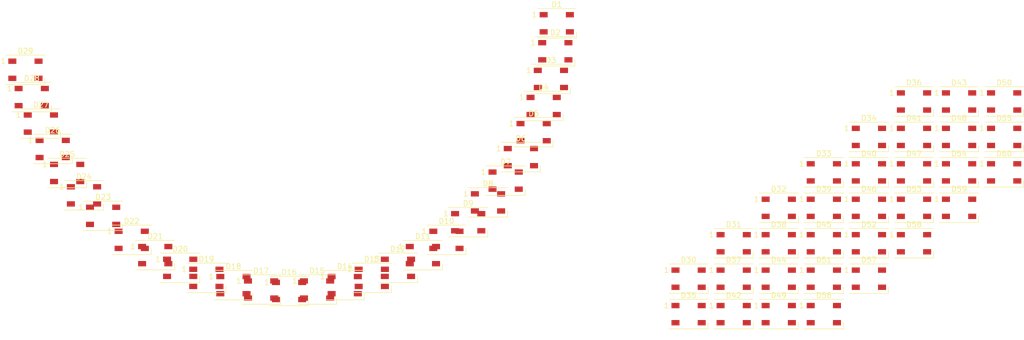
<source format=kicad_pcb>
(kicad_pcb (version 20171130) (host pcbnew "(5.1.9)-1")

  (general
    (thickness 1.6)
    (drawings 0)
    (tracks 0)
    (zones 0)
    (modules 60)
    (nets 64)
  )

  (page A4)
  (layers
    (0 F.Cu signal)
    (31 B.Cu signal)
    (32 B.Adhes user)
    (33 F.Adhes user)
    (34 B.Paste user)
    (35 F.Paste user)
    (36 B.SilkS user)
    (37 F.SilkS user)
    (38 B.Mask user)
    (39 F.Mask user)
    (40 Dwgs.User user)
    (41 Cmts.User user)
    (42 Eco1.User user)
    (43 Eco2.User user)
    (44 Edge.Cuts user)
    (45 Margin user)
    (46 B.CrtYd user)
    (47 F.CrtYd user)
    (48 B.Fab user)
    (49 F.Fab user)
  )

  (setup
    (last_trace_width 0.25)
    (trace_clearance 0.2)
    (zone_clearance 0.508)
    (zone_45_only no)
    (trace_min 0.2)
    (via_size 0.8)
    (via_drill 0.4)
    (via_min_size 0.4)
    (via_min_drill 0.3)
    (uvia_size 0.3)
    (uvia_drill 0.1)
    (uvias_allowed no)
    (uvia_min_size 0.2)
    (uvia_min_drill 0.1)
    (edge_width 0.05)
    (segment_width 0.2)
    (pcb_text_width 0.3)
    (pcb_text_size 1.5 1.5)
    (mod_edge_width 0.12)
    (mod_text_size 1 1)
    (mod_text_width 0.15)
    (pad_size 1.524 1.524)
    (pad_drill 0.762)
    (pad_to_mask_clearance 0)
    (aux_axis_origin 0 0)
    (grid_origin 127 88.9)
    (visible_elements FFFFFF7F)
    (pcbplotparams
      (layerselection 0x010fc_ffffffff)
      (usegerberextensions false)
      (usegerberattributes true)
      (usegerberadvancedattributes true)
      (creategerberjobfile true)
      (excludeedgelayer true)
      (linewidth 0.100000)
      (plotframeref false)
      (viasonmask false)
      (mode 1)
      (useauxorigin false)
      (hpglpennumber 1)
      (hpglpenspeed 20)
      (hpglpendiameter 15.000000)
      (psnegative false)
      (psa4output false)
      (plotreference true)
      (plotvalue true)
      (plotinvisibletext false)
      (padsonsilk false)
      (subtractmaskfromsilk false)
      (outputformat 1)
      (mirror false)
      (drillshape 1)
      (scaleselection 1)
      (outputdirectory ""))
  )

  (net 0 "")
  (net 1 +5V)
  (net 2 "Net-(D1-Pad2)")
  (net 3 "Net-(D1-Pad4)")
  (net 4 GND)
  (net 5 "Net-(D2-Pad2)")
  (net 6 "Net-(D3-Pad2)")
  (net 7 "Net-(D4-Pad2)")
  (net 8 "Net-(D5-Pad2)")
  (net 9 "Net-(D6-Pad2)")
  (net 10 "Net-(D7-Pad2)")
  (net 11 "Net-(D8-Pad2)")
  (net 12 "Net-(D10-Pad4)")
  (net 13 "Net-(D10-Pad2)")
  (net 14 "Net-(D11-Pad2)")
  (net 15 "Net-(D12-Pad2)")
  (net 16 "Net-(D13-Pad2)")
  (net 17 "Net-(D14-Pad2)")
  (net 18 "Net-(D15-Pad2)")
  (net 19 "Net-(D16-Pad2)")
  (net 20 "Net-(D17-Pad2)")
  (net 21 "Net-(D18-Pad2)")
  (net 22 "Net-(D19-Pad2)")
  (net 23 "Net-(D20-Pad2)")
  (net 24 "Net-(D21-Pad2)")
  (net 25 "Net-(D22-Pad2)")
  (net 26 "Net-(D23-Pad2)")
  (net 27 "Net-(D24-Pad2)")
  (net 28 "Net-(D25-Pad2)")
  (net 29 "Net-(D26-Pad2)")
  (net 30 "Net-(D27-Pad2)")
  (net 31 "Net-(D28-Pad2)")
  (net 32 "Net-(D29-Pad2)")
  (net 33 "Net-(D30-Pad2)")
  (net 34 "Net-(D31-Pad2)")
  (net 35 "Net-(D32-Pad2)")
  (net 36 "Net-(D33-Pad2)")
  (net 37 "Net-(D34-Pad2)")
  (net 38 "Net-(D35-Pad2)")
  (net 39 "Net-(D36-Pad2)")
  (net 40 "Net-(D37-Pad2)")
  (net 41 "Net-(D38-Pad2)")
  (net 42 "Net-(D39-Pad2)")
  (net 43 "Net-(D40-Pad2)")
  (net 44 "Net-(D41-Pad2)")
  (net 45 "Net-(D42-Pad2)")
  (net 46 "Net-(D43-Pad2)")
  (net 47 "Net-(D44-Pad2)")
  (net 48 "Net-(D45-Pad2)")
  (net 49 "Net-(D46-Pad2)")
  (net 50 "Net-(D47-Pad2)")
  (net 51 "Net-(D48-Pad2)")
  (net 52 "Net-(D49-Pad2)")
  (net 53 "Net-(D50-Pad2)")
  (net 54 "Net-(D51-Pad2)")
  (net 55 "Net-(D52-Pad2)")
  (net 56 "Net-(D53-Pad2)")
  (net 57 "Net-(D54-Pad2)")
  (net 58 "Net-(D55-Pad2)")
  (net 59 "Net-(D56-Pad2)")
  (net 60 "Net-(D57-Pad2)")
  (net 61 "Net-(D58-Pad2)")
  (net 62 "Net-(D59-Pad2)")
  (net 63 "Net-(D60-Pad2)")

  (net_class Default "This is the default net class."
    (clearance 0.2)
    (trace_width 0.25)
    (via_dia 0.8)
    (via_drill 0.4)
    (uvia_dia 0.3)
    (uvia_drill 0.1)
    (add_net +5V)
    (add_net GND)
    (add_net "Net-(D1-Pad2)")
    (add_net "Net-(D1-Pad4)")
    (add_net "Net-(D10-Pad2)")
    (add_net "Net-(D10-Pad4)")
    (add_net "Net-(D11-Pad2)")
    (add_net "Net-(D12-Pad2)")
    (add_net "Net-(D13-Pad2)")
    (add_net "Net-(D14-Pad2)")
    (add_net "Net-(D15-Pad2)")
    (add_net "Net-(D16-Pad2)")
    (add_net "Net-(D17-Pad2)")
    (add_net "Net-(D18-Pad2)")
    (add_net "Net-(D19-Pad2)")
    (add_net "Net-(D2-Pad2)")
    (add_net "Net-(D20-Pad2)")
    (add_net "Net-(D21-Pad2)")
    (add_net "Net-(D22-Pad2)")
    (add_net "Net-(D23-Pad2)")
    (add_net "Net-(D24-Pad2)")
    (add_net "Net-(D25-Pad2)")
    (add_net "Net-(D26-Pad2)")
    (add_net "Net-(D27-Pad2)")
    (add_net "Net-(D28-Pad2)")
    (add_net "Net-(D29-Pad2)")
    (add_net "Net-(D3-Pad2)")
    (add_net "Net-(D30-Pad2)")
    (add_net "Net-(D31-Pad2)")
    (add_net "Net-(D32-Pad2)")
    (add_net "Net-(D33-Pad2)")
    (add_net "Net-(D34-Pad2)")
    (add_net "Net-(D35-Pad2)")
    (add_net "Net-(D36-Pad2)")
    (add_net "Net-(D37-Pad2)")
    (add_net "Net-(D38-Pad2)")
    (add_net "Net-(D39-Pad2)")
    (add_net "Net-(D4-Pad2)")
    (add_net "Net-(D40-Pad2)")
    (add_net "Net-(D41-Pad2)")
    (add_net "Net-(D42-Pad2)")
    (add_net "Net-(D43-Pad2)")
    (add_net "Net-(D44-Pad2)")
    (add_net "Net-(D45-Pad2)")
    (add_net "Net-(D46-Pad2)")
    (add_net "Net-(D47-Pad2)")
    (add_net "Net-(D48-Pad2)")
    (add_net "Net-(D49-Pad2)")
    (add_net "Net-(D5-Pad2)")
    (add_net "Net-(D50-Pad2)")
    (add_net "Net-(D51-Pad2)")
    (add_net "Net-(D52-Pad2)")
    (add_net "Net-(D53-Pad2)")
    (add_net "Net-(D54-Pad2)")
    (add_net "Net-(D55-Pad2)")
    (add_net "Net-(D56-Pad2)")
    (add_net "Net-(D57-Pad2)")
    (add_net "Net-(D58-Pad2)")
    (add_net "Net-(D59-Pad2)")
    (add_net "Net-(D6-Pad2)")
    (add_net "Net-(D60-Pad2)")
    (add_net "Net-(D7-Pad2)")
    (add_net "Net-(D8-Pad2)")
  )

  (module LED_SMD:LED_WS2812B_PLCC4_5.0x5.0mm_P3.2mm (layer F.Cu) (tedit 5AA4B285) (tstamp 6098D0FE)
    (at 260.565 116.745)
    (descr https://cdn-shop.adafruit.com/datasheets/WS2812B.pdf)
    (tags "LED RGB NeoPixel")
    (path /609F5BBE)
    (attr smd)
    (fp_text reference D60 (at 0 -3.5) (layer F.SilkS)
      (effects (font (size 1 1) (thickness 0.15)))
    )
    (fp_text value WS2812B (at 0 4) (layer F.Fab)
      (effects (font (size 1 1) (thickness 0.15)))
    )
    (fp_text user %R (at 0 0) (layer F.Fab)
      (effects (font (size 0.8 0.8) (thickness 0.15)))
    )
    (fp_text user 1 (at -4.15 -1.6) (layer F.SilkS)
      (effects (font (size 1 1) (thickness 0.15)))
    )
    (fp_line (start 3.45 -2.75) (end -3.45 -2.75) (layer F.CrtYd) (width 0.05))
    (fp_line (start 3.45 2.75) (end 3.45 -2.75) (layer F.CrtYd) (width 0.05))
    (fp_line (start -3.45 2.75) (end 3.45 2.75) (layer F.CrtYd) (width 0.05))
    (fp_line (start -3.45 -2.75) (end -3.45 2.75) (layer F.CrtYd) (width 0.05))
    (fp_line (start 2.5 1.5) (end 1.5 2.5) (layer F.Fab) (width 0.1))
    (fp_line (start -2.5 -2.5) (end -2.5 2.5) (layer F.Fab) (width 0.1))
    (fp_line (start -2.5 2.5) (end 2.5 2.5) (layer F.Fab) (width 0.1))
    (fp_line (start 2.5 2.5) (end 2.5 -2.5) (layer F.Fab) (width 0.1))
    (fp_line (start 2.5 -2.5) (end -2.5 -2.5) (layer F.Fab) (width 0.1))
    (fp_line (start -3.65 -2.75) (end 3.65 -2.75) (layer F.SilkS) (width 0.12))
    (fp_line (start -3.65 2.75) (end 3.65 2.75) (layer F.SilkS) (width 0.12))
    (fp_line (start 3.65 2.75) (end 3.65 1.6) (layer F.SilkS) (width 0.12))
    (fp_circle (center 0 0) (end 0 -2) (layer F.Fab) (width 0.1))
    (pad 1 smd rect (at -2.45 -1.6) (size 1.5 1) (layers F.Cu F.Paste F.Mask)
      (net 1 +5V))
    (pad 2 smd rect (at -2.45 1.6) (size 1.5 1) (layers F.Cu F.Paste F.Mask)
      (net 63 "Net-(D60-Pad2)"))
    (pad 4 smd rect (at 2.45 -1.6) (size 1.5 1) (layers F.Cu F.Paste F.Mask)
      (net 62 "Net-(D59-Pad2)"))
    (pad 3 smd rect (at 2.45 1.6) (size 1.5 1) (layers F.Cu F.Paste F.Mask)
      (net 4 GND))
    (model ${KISYS3DMOD}/LED_SMD.3dshapes/LED_WS2812B_PLCC4_5.0x5.0mm_P3.2mm.wrl
      (at (xyz 0 0 0))
      (scale (xyz 1 1 1))
      (rotate (xyz 0 0 0))
    )
  )

  (module LED_SMD:LED_WS2812B_PLCC4_5.0x5.0mm_P3.2mm (layer F.Cu) (tedit 5AA4B285) (tstamp 6098D0E7)
    (at 252.145 123.365)
    (descr https://cdn-shop.adafruit.com/datasheets/WS2812B.pdf)
    (tags "LED RGB NeoPixel")
    (path /609F5BAC)
    (attr smd)
    (fp_text reference D59 (at 0 -3.5) (layer F.SilkS)
      (effects (font (size 1 1) (thickness 0.15)))
    )
    (fp_text value WS2812B (at 0 4) (layer F.Fab)
      (effects (font (size 1 1) (thickness 0.15)))
    )
    (fp_text user %R (at 0 0) (layer F.Fab)
      (effects (font (size 0.8 0.8) (thickness 0.15)))
    )
    (fp_text user 1 (at -4.15 -1.6) (layer F.SilkS)
      (effects (font (size 1 1) (thickness 0.15)))
    )
    (fp_line (start 3.45 -2.75) (end -3.45 -2.75) (layer F.CrtYd) (width 0.05))
    (fp_line (start 3.45 2.75) (end 3.45 -2.75) (layer F.CrtYd) (width 0.05))
    (fp_line (start -3.45 2.75) (end 3.45 2.75) (layer F.CrtYd) (width 0.05))
    (fp_line (start -3.45 -2.75) (end -3.45 2.75) (layer F.CrtYd) (width 0.05))
    (fp_line (start 2.5 1.5) (end 1.5 2.5) (layer F.Fab) (width 0.1))
    (fp_line (start -2.5 -2.5) (end -2.5 2.5) (layer F.Fab) (width 0.1))
    (fp_line (start -2.5 2.5) (end 2.5 2.5) (layer F.Fab) (width 0.1))
    (fp_line (start 2.5 2.5) (end 2.5 -2.5) (layer F.Fab) (width 0.1))
    (fp_line (start 2.5 -2.5) (end -2.5 -2.5) (layer F.Fab) (width 0.1))
    (fp_line (start -3.65 -2.75) (end 3.65 -2.75) (layer F.SilkS) (width 0.12))
    (fp_line (start -3.65 2.75) (end 3.65 2.75) (layer F.SilkS) (width 0.12))
    (fp_line (start 3.65 2.75) (end 3.65 1.6) (layer F.SilkS) (width 0.12))
    (fp_circle (center 0 0) (end 0 -2) (layer F.Fab) (width 0.1))
    (pad 1 smd rect (at -2.45 -1.6) (size 1.5 1) (layers F.Cu F.Paste F.Mask)
      (net 1 +5V))
    (pad 2 smd rect (at -2.45 1.6) (size 1.5 1) (layers F.Cu F.Paste F.Mask)
      (net 62 "Net-(D59-Pad2)"))
    (pad 4 smd rect (at 2.45 -1.6) (size 1.5 1) (layers F.Cu F.Paste F.Mask)
      (net 61 "Net-(D58-Pad2)"))
    (pad 3 smd rect (at 2.45 1.6) (size 1.5 1) (layers F.Cu F.Paste F.Mask)
      (net 4 GND))
    (model ${KISYS3DMOD}/LED_SMD.3dshapes/LED_WS2812B_PLCC4_5.0x5.0mm_P3.2mm.wrl
      (at (xyz 0 0 0))
      (scale (xyz 1 1 1))
      (rotate (xyz 0 0 0))
    )
  )

  (module LED_SMD:LED_WS2812B_PLCC4_5.0x5.0mm_P3.2mm (layer F.Cu) (tedit 5AA4B285) (tstamp 6098D0D0)
    (at 243.725 129.985)
    (descr https://cdn-shop.adafruit.com/datasheets/WS2812B.pdf)
    (tags "LED RGB NeoPixel")
    (path /609F5B99)
    (attr smd)
    (fp_text reference D58 (at 0 -3.5) (layer F.SilkS)
      (effects (font (size 1 1) (thickness 0.15)))
    )
    (fp_text value WS2812B (at 0 4) (layer F.Fab)
      (effects (font (size 1 1) (thickness 0.15)))
    )
    (fp_text user %R (at 0 0) (layer F.Fab)
      (effects (font (size 0.8 0.8) (thickness 0.15)))
    )
    (fp_text user 1 (at -4.15 -1.6) (layer F.SilkS)
      (effects (font (size 1 1) (thickness 0.15)))
    )
    (fp_line (start 3.45 -2.75) (end -3.45 -2.75) (layer F.CrtYd) (width 0.05))
    (fp_line (start 3.45 2.75) (end 3.45 -2.75) (layer F.CrtYd) (width 0.05))
    (fp_line (start -3.45 2.75) (end 3.45 2.75) (layer F.CrtYd) (width 0.05))
    (fp_line (start -3.45 -2.75) (end -3.45 2.75) (layer F.CrtYd) (width 0.05))
    (fp_line (start 2.5 1.5) (end 1.5 2.5) (layer F.Fab) (width 0.1))
    (fp_line (start -2.5 -2.5) (end -2.5 2.5) (layer F.Fab) (width 0.1))
    (fp_line (start -2.5 2.5) (end 2.5 2.5) (layer F.Fab) (width 0.1))
    (fp_line (start 2.5 2.5) (end 2.5 -2.5) (layer F.Fab) (width 0.1))
    (fp_line (start 2.5 -2.5) (end -2.5 -2.5) (layer F.Fab) (width 0.1))
    (fp_line (start -3.65 -2.75) (end 3.65 -2.75) (layer F.SilkS) (width 0.12))
    (fp_line (start -3.65 2.75) (end 3.65 2.75) (layer F.SilkS) (width 0.12))
    (fp_line (start 3.65 2.75) (end 3.65 1.6) (layer F.SilkS) (width 0.12))
    (fp_circle (center 0 0) (end 0 -2) (layer F.Fab) (width 0.1))
    (pad 1 smd rect (at -2.45 -1.6) (size 1.5 1) (layers F.Cu F.Paste F.Mask)
      (net 1 +5V))
    (pad 2 smd rect (at -2.45 1.6) (size 1.5 1) (layers F.Cu F.Paste F.Mask)
      (net 61 "Net-(D58-Pad2)"))
    (pad 4 smd rect (at 2.45 -1.6) (size 1.5 1) (layers F.Cu F.Paste F.Mask)
      (net 60 "Net-(D57-Pad2)"))
    (pad 3 smd rect (at 2.45 1.6) (size 1.5 1) (layers F.Cu F.Paste F.Mask)
      (net 4 GND))
    (model ${KISYS3DMOD}/LED_SMD.3dshapes/LED_WS2812B_PLCC4_5.0x5.0mm_P3.2mm.wrl
      (at (xyz 0 0 0))
      (scale (xyz 1 1 1))
      (rotate (xyz 0 0 0))
    )
  )

  (module LED_SMD:LED_WS2812B_PLCC4_5.0x5.0mm_P3.2mm (layer F.Cu) (tedit 5AA4B285) (tstamp 6098D0B9)
    (at 235.305 136.605)
    (descr https://cdn-shop.adafruit.com/datasheets/WS2812B.pdf)
    (tags "LED RGB NeoPixel")
    (path /609F5B87)
    (attr smd)
    (fp_text reference D57 (at 0 -3.5) (layer F.SilkS)
      (effects (font (size 1 1) (thickness 0.15)))
    )
    (fp_text value WS2812B (at 0 4) (layer F.Fab)
      (effects (font (size 1 1) (thickness 0.15)))
    )
    (fp_text user %R (at 0 0) (layer F.Fab)
      (effects (font (size 0.8 0.8) (thickness 0.15)))
    )
    (fp_text user 1 (at -4.15 -1.6) (layer F.SilkS)
      (effects (font (size 1 1) (thickness 0.15)))
    )
    (fp_line (start 3.45 -2.75) (end -3.45 -2.75) (layer F.CrtYd) (width 0.05))
    (fp_line (start 3.45 2.75) (end 3.45 -2.75) (layer F.CrtYd) (width 0.05))
    (fp_line (start -3.45 2.75) (end 3.45 2.75) (layer F.CrtYd) (width 0.05))
    (fp_line (start -3.45 -2.75) (end -3.45 2.75) (layer F.CrtYd) (width 0.05))
    (fp_line (start 2.5 1.5) (end 1.5 2.5) (layer F.Fab) (width 0.1))
    (fp_line (start -2.5 -2.5) (end -2.5 2.5) (layer F.Fab) (width 0.1))
    (fp_line (start -2.5 2.5) (end 2.5 2.5) (layer F.Fab) (width 0.1))
    (fp_line (start 2.5 2.5) (end 2.5 -2.5) (layer F.Fab) (width 0.1))
    (fp_line (start 2.5 -2.5) (end -2.5 -2.5) (layer F.Fab) (width 0.1))
    (fp_line (start -3.65 -2.75) (end 3.65 -2.75) (layer F.SilkS) (width 0.12))
    (fp_line (start -3.65 2.75) (end 3.65 2.75) (layer F.SilkS) (width 0.12))
    (fp_line (start 3.65 2.75) (end 3.65 1.6) (layer F.SilkS) (width 0.12))
    (fp_circle (center 0 0) (end 0 -2) (layer F.Fab) (width 0.1))
    (pad 1 smd rect (at -2.45 -1.6) (size 1.5 1) (layers F.Cu F.Paste F.Mask)
      (net 1 +5V))
    (pad 2 smd rect (at -2.45 1.6) (size 1.5 1) (layers F.Cu F.Paste F.Mask)
      (net 60 "Net-(D57-Pad2)"))
    (pad 4 smd rect (at 2.45 -1.6) (size 1.5 1) (layers F.Cu F.Paste F.Mask)
      (net 59 "Net-(D56-Pad2)"))
    (pad 3 smd rect (at 2.45 1.6) (size 1.5 1) (layers F.Cu F.Paste F.Mask)
      (net 4 GND))
    (model ${KISYS3DMOD}/LED_SMD.3dshapes/LED_WS2812B_PLCC4_5.0x5.0mm_P3.2mm.wrl
      (at (xyz 0 0 0))
      (scale (xyz 1 1 1))
      (rotate (xyz 0 0 0))
    )
  )

  (module LED_SMD:LED_WS2812B_PLCC4_5.0x5.0mm_P3.2mm (layer F.Cu) (tedit 5AA4B285) (tstamp 6098D0A2)
    (at 226.885 143.225)
    (descr https://cdn-shop.adafruit.com/datasheets/WS2812B.pdf)
    (tags "LED RGB NeoPixel")
    (path /609F5B6E)
    (attr smd)
    (fp_text reference D56 (at 0 -3.5) (layer F.SilkS)
      (effects (font (size 1 1) (thickness 0.15)))
    )
    (fp_text value WS2812B (at 0 4) (layer F.Fab)
      (effects (font (size 1 1) (thickness 0.15)))
    )
    (fp_text user %R (at 0 0) (layer F.Fab)
      (effects (font (size 0.8 0.8) (thickness 0.15)))
    )
    (fp_text user 1 (at -4.15 -1.6) (layer F.SilkS)
      (effects (font (size 1 1) (thickness 0.15)))
    )
    (fp_line (start 3.45 -2.75) (end -3.45 -2.75) (layer F.CrtYd) (width 0.05))
    (fp_line (start 3.45 2.75) (end 3.45 -2.75) (layer F.CrtYd) (width 0.05))
    (fp_line (start -3.45 2.75) (end 3.45 2.75) (layer F.CrtYd) (width 0.05))
    (fp_line (start -3.45 -2.75) (end -3.45 2.75) (layer F.CrtYd) (width 0.05))
    (fp_line (start 2.5 1.5) (end 1.5 2.5) (layer F.Fab) (width 0.1))
    (fp_line (start -2.5 -2.5) (end -2.5 2.5) (layer F.Fab) (width 0.1))
    (fp_line (start -2.5 2.5) (end 2.5 2.5) (layer F.Fab) (width 0.1))
    (fp_line (start 2.5 2.5) (end 2.5 -2.5) (layer F.Fab) (width 0.1))
    (fp_line (start 2.5 -2.5) (end -2.5 -2.5) (layer F.Fab) (width 0.1))
    (fp_line (start -3.65 -2.75) (end 3.65 -2.75) (layer F.SilkS) (width 0.12))
    (fp_line (start -3.65 2.75) (end 3.65 2.75) (layer F.SilkS) (width 0.12))
    (fp_line (start 3.65 2.75) (end 3.65 1.6) (layer F.SilkS) (width 0.12))
    (fp_circle (center 0 0) (end 0 -2) (layer F.Fab) (width 0.1))
    (pad 1 smd rect (at -2.45 -1.6) (size 1.5 1) (layers F.Cu F.Paste F.Mask)
      (net 1 +5V))
    (pad 2 smd rect (at -2.45 1.6) (size 1.5 1) (layers F.Cu F.Paste F.Mask)
      (net 59 "Net-(D56-Pad2)"))
    (pad 4 smd rect (at 2.45 -1.6) (size 1.5 1) (layers F.Cu F.Paste F.Mask)
      (net 58 "Net-(D55-Pad2)"))
    (pad 3 smd rect (at 2.45 1.6) (size 1.5 1) (layers F.Cu F.Paste F.Mask)
      (net 4 GND))
    (model ${KISYS3DMOD}/LED_SMD.3dshapes/LED_WS2812B_PLCC4_5.0x5.0mm_P3.2mm.wrl
      (at (xyz 0 0 0))
      (scale (xyz 1 1 1))
      (rotate (xyz 0 0 0))
    )
  )

  (module LED_SMD:LED_WS2812B_PLCC4_5.0x5.0mm_P3.2mm (layer F.Cu) (tedit 5AA4B285) (tstamp 6098D08B)
    (at 260.565 110.125)
    (descr https://cdn-shop.adafruit.com/datasheets/WS2812B.pdf)
    (tags "LED RGB NeoPixel")
    (path /609F5B5C)
    (attr smd)
    (fp_text reference D55 (at 0 -3.5) (layer F.SilkS)
      (effects (font (size 1 1) (thickness 0.15)))
    )
    (fp_text value WS2812B (at 0 4) (layer F.Fab)
      (effects (font (size 1 1) (thickness 0.15)))
    )
    (fp_text user %R (at 0 0) (layer F.Fab)
      (effects (font (size 0.8 0.8) (thickness 0.15)))
    )
    (fp_text user 1 (at -4.15 -1.6) (layer F.SilkS)
      (effects (font (size 1 1) (thickness 0.15)))
    )
    (fp_line (start 3.45 -2.75) (end -3.45 -2.75) (layer F.CrtYd) (width 0.05))
    (fp_line (start 3.45 2.75) (end 3.45 -2.75) (layer F.CrtYd) (width 0.05))
    (fp_line (start -3.45 2.75) (end 3.45 2.75) (layer F.CrtYd) (width 0.05))
    (fp_line (start -3.45 -2.75) (end -3.45 2.75) (layer F.CrtYd) (width 0.05))
    (fp_line (start 2.5 1.5) (end 1.5 2.5) (layer F.Fab) (width 0.1))
    (fp_line (start -2.5 -2.5) (end -2.5 2.5) (layer F.Fab) (width 0.1))
    (fp_line (start -2.5 2.5) (end 2.5 2.5) (layer F.Fab) (width 0.1))
    (fp_line (start 2.5 2.5) (end 2.5 -2.5) (layer F.Fab) (width 0.1))
    (fp_line (start 2.5 -2.5) (end -2.5 -2.5) (layer F.Fab) (width 0.1))
    (fp_line (start -3.65 -2.75) (end 3.65 -2.75) (layer F.SilkS) (width 0.12))
    (fp_line (start -3.65 2.75) (end 3.65 2.75) (layer F.SilkS) (width 0.12))
    (fp_line (start 3.65 2.75) (end 3.65 1.6) (layer F.SilkS) (width 0.12))
    (fp_circle (center 0 0) (end 0 -2) (layer F.Fab) (width 0.1))
    (pad 1 smd rect (at -2.45 -1.6) (size 1.5 1) (layers F.Cu F.Paste F.Mask)
      (net 1 +5V))
    (pad 2 smd rect (at -2.45 1.6) (size 1.5 1) (layers F.Cu F.Paste F.Mask)
      (net 58 "Net-(D55-Pad2)"))
    (pad 4 smd rect (at 2.45 -1.6) (size 1.5 1) (layers F.Cu F.Paste F.Mask)
      (net 57 "Net-(D54-Pad2)"))
    (pad 3 smd rect (at 2.45 1.6) (size 1.5 1) (layers F.Cu F.Paste F.Mask)
      (net 4 GND))
    (model ${KISYS3DMOD}/LED_SMD.3dshapes/LED_WS2812B_PLCC4_5.0x5.0mm_P3.2mm.wrl
      (at (xyz 0 0 0))
      (scale (xyz 1 1 1))
      (rotate (xyz 0 0 0))
    )
  )

  (module LED_SMD:LED_WS2812B_PLCC4_5.0x5.0mm_P3.2mm (layer F.Cu) (tedit 5AA4B285) (tstamp 6098D074)
    (at 252.145 116.745)
    (descr https://cdn-shop.adafruit.com/datasheets/WS2812B.pdf)
    (tags "LED RGB NeoPixel")
    (path /609F5B4A)
    (attr smd)
    (fp_text reference D54 (at 0 -3.5) (layer F.SilkS)
      (effects (font (size 1 1) (thickness 0.15)))
    )
    (fp_text value WS2812B (at 0 4) (layer F.Fab)
      (effects (font (size 1 1) (thickness 0.15)))
    )
    (fp_text user %R (at 0 0) (layer F.Fab)
      (effects (font (size 0.8 0.8) (thickness 0.15)))
    )
    (fp_text user 1 (at -4.15 -1.6) (layer F.SilkS)
      (effects (font (size 1 1) (thickness 0.15)))
    )
    (fp_line (start 3.45 -2.75) (end -3.45 -2.75) (layer F.CrtYd) (width 0.05))
    (fp_line (start 3.45 2.75) (end 3.45 -2.75) (layer F.CrtYd) (width 0.05))
    (fp_line (start -3.45 2.75) (end 3.45 2.75) (layer F.CrtYd) (width 0.05))
    (fp_line (start -3.45 -2.75) (end -3.45 2.75) (layer F.CrtYd) (width 0.05))
    (fp_line (start 2.5 1.5) (end 1.5 2.5) (layer F.Fab) (width 0.1))
    (fp_line (start -2.5 -2.5) (end -2.5 2.5) (layer F.Fab) (width 0.1))
    (fp_line (start -2.5 2.5) (end 2.5 2.5) (layer F.Fab) (width 0.1))
    (fp_line (start 2.5 2.5) (end 2.5 -2.5) (layer F.Fab) (width 0.1))
    (fp_line (start 2.5 -2.5) (end -2.5 -2.5) (layer F.Fab) (width 0.1))
    (fp_line (start -3.65 -2.75) (end 3.65 -2.75) (layer F.SilkS) (width 0.12))
    (fp_line (start -3.65 2.75) (end 3.65 2.75) (layer F.SilkS) (width 0.12))
    (fp_line (start 3.65 2.75) (end 3.65 1.6) (layer F.SilkS) (width 0.12))
    (fp_circle (center 0 0) (end 0 -2) (layer F.Fab) (width 0.1))
    (pad 1 smd rect (at -2.45 -1.6) (size 1.5 1) (layers F.Cu F.Paste F.Mask)
      (net 1 +5V))
    (pad 2 smd rect (at -2.45 1.6) (size 1.5 1) (layers F.Cu F.Paste F.Mask)
      (net 57 "Net-(D54-Pad2)"))
    (pad 4 smd rect (at 2.45 -1.6) (size 1.5 1) (layers F.Cu F.Paste F.Mask)
      (net 56 "Net-(D53-Pad2)"))
    (pad 3 smd rect (at 2.45 1.6) (size 1.5 1) (layers F.Cu F.Paste F.Mask)
      (net 4 GND))
    (model ${KISYS3DMOD}/LED_SMD.3dshapes/LED_WS2812B_PLCC4_5.0x5.0mm_P3.2mm.wrl
      (at (xyz 0 0 0))
      (scale (xyz 1 1 1))
      (rotate (xyz 0 0 0))
    )
  )

  (module LED_SMD:LED_WS2812B_PLCC4_5.0x5.0mm_P3.2mm (layer F.Cu) (tedit 5AA4B285) (tstamp 6098D05D)
    (at 243.725 123.365)
    (descr https://cdn-shop.adafruit.com/datasheets/WS2812B.pdf)
    (tags "LED RGB NeoPixel")
    (path /609F5B38)
    (attr smd)
    (fp_text reference D53 (at 0 -3.5) (layer F.SilkS)
      (effects (font (size 1 1) (thickness 0.15)))
    )
    (fp_text value WS2812B (at 0 4) (layer F.Fab)
      (effects (font (size 1 1) (thickness 0.15)))
    )
    (fp_text user %R (at 0 0) (layer F.Fab)
      (effects (font (size 0.8 0.8) (thickness 0.15)))
    )
    (fp_text user 1 (at -4.15 -1.6) (layer F.SilkS)
      (effects (font (size 1 1) (thickness 0.15)))
    )
    (fp_line (start 3.45 -2.75) (end -3.45 -2.75) (layer F.CrtYd) (width 0.05))
    (fp_line (start 3.45 2.75) (end 3.45 -2.75) (layer F.CrtYd) (width 0.05))
    (fp_line (start -3.45 2.75) (end 3.45 2.75) (layer F.CrtYd) (width 0.05))
    (fp_line (start -3.45 -2.75) (end -3.45 2.75) (layer F.CrtYd) (width 0.05))
    (fp_line (start 2.5 1.5) (end 1.5 2.5) (layer F.Fab) (width 0.1))
    (fp_line (start -2.5 -2.5) (end -2.5 2.5) (layer F.Fab) (width 0.1))
    (fp_line (start -2.5 2.5) (end 2.5 2.5) (layer F.Fab) (width 0.1))
    (fp_line (start 2.5 2.5) (end 2.5 -2.5) (layer F.Fab) (width 0.1))
    (fp_line (start 2.5 -2.5) (end -2.5 -2.5) (layer F.Fab) (width 0.1))
    (fp_line (start -3.65 -2.75) (end 3.65 -2.75) (layer F.SilkS) (width 0.12))
    (fp_line (start -3.65 2.75) (end 3.65 2.75) (layer F.SilkS) (width 0.12))
    (fp_line (start 3.65 2.75) (end 3.65 1.6) (layer F.SilkS) (width 0.12))
    (fp_circle (center 0 0) (end 0 -2) (layer F.Fab) (width 0.1))
    (pad 1 smd rect (at -2.45 -1.6) (size 1.5 1) (layers F.Cu F.Paste F.Mask)
      (net 1 +5V))
    (pad 2 smd rect (at -2.45 1.6) (size 1.5 1) (layers F.Cu F.Paste F.Mask)
      (net 56 "Net-(D53-Pad2)"))
    (pad 4 smd rect (at 2.45 -1.6) (size 1.5 1) (layers F.Cu F.Paste F.Mask)
      (net 55 "Net-(D52-Pad2)"))
    (pad 3 smd rect (at 2.45 1.6) (size 1.5 1) (layers F.Cu F.Paste F.Mask)
      (net 4 GND))
    (model ${KISYS3DMOD}/LED_SMD.3dshapes/LED_WS2812B_PLCC4_5.0x5.0mm_P3.2mm.wrl
      (at (xyz 0 0 0))
      (scale (xyz 1 1 1))
      (rotate (xyz 0 0 0))
    )
  )

  (module LED_SMD:LED_WS2812B_PLCC4_5.0x5.0mm_P3.2mm (layer F.Cu) (tedit 5AA4B285) (tstamp 6098D046)
    (at 235.305 129.985)
    (descr https://cdn-shop.adafruit.com/datasheets/WS2812B.pdf)
    (tags "LED RGB NeoPixel")
    (path /609F5B26)
    (attr smd)
    (fp_text reference D52 (at 0 -3.5) (layer F.SilkS)
      (effects (font (size 1 1) (thickness 0.15)))
    )
    (fp_text value WS2812B (at 0 4) (layer F.Fab)
      (effects (font (size 1 1) (thickness 0.15)))
    )
    (fp_text user %R (at 0 0) (layer F.Fab)
      (effects (font (size 0.8 0.8) (thickness 0.15)))
    )
    (fp_text user 1 (at -4.15 -1.6) (layer F.SilkS)
      (effects (font (size 1 1) (thickness 0.15)))
    )
    (fp_line (start 3.45 -2.75) (end -3.45 -2.75) (layer F.CrtYd) (width 0.05))
    (fp_line (start 3.45 2.75) (end 3.45 -2.75) (layer F.CrtYd) (width 0.05))
    (fp_line (start -3.45 2.75) (end 3.45 2.75) (layer F.CrtYd) (width 0.05))
    (fp_line (start -3.45 -2.75) (end -3.45 2.75) (layer F.CrtYd) (width 0.05))
    (fp_line (start 2.5 1.5) (end 1.5 2.5) (layer F.Fab) (width 0.1))
    (fp_line (start -2.5 -2.5) (end -2.5 2.5) (layer F.Fab) (width 0.1))
    (fp_line (start -2.5 2.5) (end 2.5 2.5) (layer F.Fab) (width 0.1))
    (fp_line (start 2.5 2.5) (end 2.5 -2.5) (layer F.Fab) (width 0.1))
    (fp_line (start 2.5 -2.5) (end -2.5 -2.5) (layer F.Fab) (width 0.1))
    (fp_line (start -3.65 -2.75) (end 3.65 -2.75) (layer F.SilkS) (width 0.12))
    (fp_line (start -3.65 2.75) (end 3.65 2.75) (layer F.SilkS) (width 0.12))
    (fp_line (start 3.65 2.75) (end 3.65 1.6) (layer F.SilkS) (width 0.12))
    (fp_circle (center 0 0) (end 0 -2) (layer F.Fab) (width 0.1))
    (pad 1 smd rect (at -2.45 -1.6) (size 1.5 1) (layers F.Cu F.Paste F.Mask)
      (net 1 +5V))
    (pad 2 smd rect (at -2.45 1.6) (size 1.5 1) (layers F.Cu F.Paste F.Mask)
      (net 55 "Net-(D52-Pad2)"))
    (pad 4 smd rect (at 2.45 -1.6) (size 1.5 1) (layers F.Cu F.Paste F.Mask)
      (net 54 "Net-(D51-Pad2)"))
    (pad 3 smd rect (at 2.45 1.6) (size 1.5 1) (layers F.Cu F.Paste F.Mask)
      (net 4 GND))
    (model ${KISYS3DMOD}/LED_SMD.3dshapes/LED_WS2812B_PLCC4_5.0x5.0mm_P3.2mm.wrl
      (at (xyz 0 0 0))
      (scale (xyz 1 1 1))
      (rotate (xyz 0 0 0))
    )
  )

  (module LED_SMD:LED_WS2812B_PLCC4_5.0x5.0mm_P3.2mm (layer F.Cu) (tedit 5AA4B285) (tstamp 6098D02F)
    (at 226.885 136.605)
    (descr https://cdn-shop.adafruit.com/datasheets/WS2812B.pdf)
    (tags "LED RGB NeoPixel")
    (path /609F5B14)
    (attr smd)
    (fp_text reference D51 (at 0 -3.5) (layer F.SilkS)
      (effects (font (size 1 1) (thickness 0.15)))
    )
    (fp_text value WS2812B (at 0 4) (layer F.Fab)
      (effects (font (size 1 1) (thickness 0.15)))
    )
    (fp_text user %R (at 0 0) (layer F.Fab)
      (effects (font (size 0.8 0.8) (thickness 0.15)))
    )
    (fp_text user 1 (at -4.15 -1.6) (layer F.SilkS)
      (effects (font (size 1 1) (thickness 0.15)))
    )
    (fp_line (start 3.45 -2.75) (end -3.45 -2.75) (layer F.CrtYd) (width 0.05))
    (fp_line (start 3.45 2.75) (end 3.45 -2.75) (layer F.CrtYd) (width 0.05))
    (fp_line (start -3.45 2.75) (end 3.45 2.75) (layer F.CrtYd) (width 0.05))
    (fp_line (start -3.45 -2.75) (end -3.45 2.75) (layer F.CrtYd) (width 0.05))
    (fp_line (start 2.5 1.5) (end 1.5 2.5) (layer F.Fab) (width 0.1))
    (fp_line (start -2.5 -2.5) (end -2.5 2.5) (layer F.Fab) (width 0.1))
    (fp_line (start -2.5 2.5) (end 2.5 2.5) (layer F.Fab) (width 0.1))
    (fp_line (start 2.5 2.5) (end 2.5 -2.5) (layer F.Fab) (width 0.1))
    (fp_line (start 2.5 -2.5) (end -2.5 -2.5) (layer F.Fab) (width 0.1))
    (fp_line (start -3.65 -2.75) (end 3.65 -2.75) (layer F.SilkS) (width 0.12))
    (fp_line (start -3.65 2.75) (end 3.65 2.75) (layer F.SilkS) (width 0.12))
    (fp_line (start 3.65 2.75) (end 3.65 1.6) (layer F.SilkS) (width 0.12))
    (fp_circle (center 0 0) (end 0 -2) (layer F.Fab) (width 0.1))
    (pad 1 smd rect (at -2.45 -1.6) (size 1.5 1) (layers F.Cu F.Paste F.Mask)
      (net 1 +5V))
    (pad 2 smd rect (at -2.45 1.6) (size 1.5 1) (layers F.Cu F.Paste F.Mask)
      (net 54 "Net-(D51-Pad2)"))
    (pad 4 smd rect (at 2.45 -1.6) (size 1.5 1) (layers F.Cu F.Paste F.Mask)
      (net 53 "Net-(D50-Pad2)"))
    (pad 3 smd rect (at 2.45 1.6) (size 1.5 1) (layers F.Cu F.Paste F.Mask)
      (net 4 GND))
    (model ${KISYS3DMOD}/LED_SMD.3dshapes/LED_WS2812B_PLCC4_5.0x5.0mm_P3.2mm.wrl
      (at (xyz 0 0 0))
      (scale (xyz 1 1 1))
      (rotate (xyz 0 0 0))
    )
  )

  (module LED_SMD:LED_WS2812B_PLCC4_5.0x5.0mm_P3.2mm (layer F.Cu) (tedit 5AA4B285) (tstamp 6098D018)
    (at 260.565 103.505)
    (descr https://cdn-shop.adafruit.com/datasheets/WS2812B.pdf)
    (tags "LED RGB NeoPixel")
    (path /609F5B02)
    (attr smd)
    (fp_text reference D50 (at 0 -3.5) (layer F.SilkS)
      (effects (font (size 1 1) (thickness 0.15)))
    )
    (fp_text value WS2812B (at 0 4) (layer F.Fab)
      (effects (font (size 1 1) (thickness 0.15)))
    )
    (fp_text user %R (at 0 0) (layer F.Fab)
      (effects (font (size 0.8 0.8) (thickness 0.15)))
    )
    (fp_text user 1 (at -4.15 -1.6) (layer F.SilkS)
      (effects (font (size 1 1) (thickness 0.15)))
    )
    (fp_line (start 3.45 -2.75) (end -3.45 -2.75) (layer F.CrtYd) (width 0.05))
    (fp_line (start 3.45 2.75) (end 3.45 -2.75) (layer F.CrtYd) (width 0.05))
    (fp_line (start -3.45 2.75) (end 3.45 2.75) (layer F.CrtYd) (width 0.05))
    (fp_line (start -3.45 -2.75) (end -3.45 2.75) (layer F.CrtYd) (width 0.05))
    (fp_line (start 2.5 1.5) (end 1.5 2.5) (layer F.Fab) (width 0.1))
    (fp_line (start -2.5 -2.5) (end -2.5 2.5) (layer F.Fab) (width 0.1))
    (fp_line (start -2.5 2.5) (end 2.5 2.5) (layer F.Fab) (width 0.1))
    (fp_line (start 2.5 2.5) (end 2.5 -2.5) (layer F.Fab) (width 0.1))
    (fp_line (start 2.5 -2.5) (end -2.5 -2.5) (layer F.Fab) (width 0.1))
    (fp_line (start -3.65 -2.75) (end 3.65 -2.75) (layer F.SilkS) (width 0.12))
    (fp_line (start -3.65 2.75) (end 3.65 2.75) (layer F.SilkS) (width 0.12))
    (fp_line (start 3.65 2.75) (end 3.65 1.6) (layer F.SilkS) (width 0.12))
    (fp_circle (center 0 0) (end 0 -2) (layer F.Fab) (width 0.1))
    (pad 1 smd rect (at -2.45 -1.6) (size 1.5 1) (layers F.Cu F.Paste F.Mask)
      (net 1 +5V))
    (pad 2 smd rect (at -2.45 1.6) (size 1.5 1) (layers F.Cu F.Paste F.Mask)
      (net 53 "Net-(D50-Pad2)"))
    (pad 4 smd rect (at 2.45 -1.6) (size 1.5 1) (layers F.Cu F.Paste F.Mask)
      (net 52 "Net-(D49-Pad2)"))
    (pad 3 smd rect (at 2.45 1.6) (size 1.5 1) (layers F.Cu F.Paste F.Mask)
      (net 4 GND))
    (model ${KISYS3DMOD}/LED_SMD.3dshapes/LED_WS2812B_PLCC4_5.0x5.0mm_P3.2mm.wrl
      (at (xyz 0 0 0))
      (scale (xyz 1 1 1))
      (rotate (xyz 0 0 0))
    )
  )

  (module LED_SMD:LED_WS2812B_PLCC4_5.0x5.0mm_P3.2mm (layer F.Cu) (tedit 5AA4B285) (tstamp 6098D001)
    (at 218.465 143.225)
    (descr https://cdn-shop.adafruit.com/datasheets/WS2812B.pdf)
    (tags "LED RGB NeoPixel")
    (path /609F5AF0)
    (attr smd)
    (fp_text reference D49 (at 0 -3.5) (layer F.SilkS)
      (effects (font (size 1 1) (thickness 0.15)))
    )
    (fp_text value WS2812B (at 0 4) (layer F.Fab)
      (effects (font (size 1 1) (thickness 0.15)))
    )
    (fp_text user %R (at 0 0) (layer F.Fab)
      (effects (font (size 0.8 0.8) (thickness 0.15)))
    )
    (fp_text user 1 (at -4.15 -1.6) (layer F.SilkS)
      (effects (font (size 1 1) (thickness 0.15)))
    )
    (fp_line (start 3.45 -2.75) (end -3.45 -2.75) (layer F.CrtYd) (width 0.05))
    (fp_line (start 3.45 2.75) (end 3.45 -2.75) (layer F.CrtYd) (width 0.05))
    (fp_line (start -3.45 2.75) (end 3.45 2.75) (layer F.CrtYd) (width 0.05))
    (fp_line (start -3.45 -2.75) (end -3.45 2.75) (layer F.CrtYd) (width 0.05))
    (fp_line (start 2.5 1.5) (end 1.5 2.5) (layer F.Fab) (width 0.1))
    (fp_line (start -2.5 -2.5) (end -2.5 2.5) (layer F.Fab) (width 0.1))
    (fp_line (start -2.5 2.5) (end 2.5 2.5) (layer F.Fab) (width 0.1))
    (fp_line (start 2.5 2.5) (end 2.5 -2.5) (layer F.Fab) (width 0.1))
    (fp_line (start 2.5 -2.5) (end -2.5 -2.5) (layer F.Fab) (width 0.1))
    (fp_line (start -3.65 -2.75) (end 3.65 -2.75) (layer F.SilkS) (width 0.12))
    (fp_line (start -3.65 2.75) (end 3.65 2.75) (layer F.SilkS) (width 0.12))
    (fp_line (start 3.65 2.75) (end 3.65 1.6) (layer F.SilkS) (width 0.12))
    (fp_circle (center 0 0) (end 0 -2) (layer F.Fab) (width 0.1))
    (pad 1 smd rect (at -2.45 -1.6) (size 1.5 1) (layers F.Cu F.Paste F.Mask)
      (net 1 +5V))
    (pad 2 smd rect (at -2.45 1.6) (size 1.5 1) (layers F.Cu F.Paste F.Mask)
      (net 52 "Net-(D49-Pad2)"))
    (pad 4 smd rect (at 2.45 -1.6) (size 1.5 1) (layers F.Cu F.Paste F.Mask)
      (net 51 "Net-(D48-Pad2)"))
    (pad 3 smd rect (at 2.45 1.6) (size 1.5 1) (layers F.Cu F.Paste F.Mask)
      (net 4 GND))
    (model ${KISYS3DMOD}/LED_SMD.3dshapes/LED_WS2812B_PLCC4_5.0x5.0mm_P3.2mm.wrl
      (at (xyz 0 0 0))
      (scale (xyz 1 1 1))
      (rotate (xyz 0 0 0))
    )
  )

  (module LED_SMD:LED_WS2812B_PLCC4_5.0x5.0mm_P3.2mm (layer F.Cu) (tedit 5AA4B285) (tstamp 6098CFEA)
    (at 252.145 110.125)
    (descr https://cdn-shop.adafruit.com/datasheets/WS2812B.pdf)
    (tags "LED RGB NeoPixel")
    (path /609EE55D)
    (attr smd)
    (fp_text reference D48 (at 0 -3.5) (layer F.SilkS)
      (effects (font (size 1 1) (thickness 0.15)))
    )
    (fp_text value WS2812B (at 0 4) (layer F.Fab)
      (effects (font (size 1 1) (thickness 0.15)))
    )
    (fp_text user %R (at 0 0) (layer F.Fab)
      (effects (font (size 0.8 0.8) (thickness 0.15)))
    )
    (fp_text user 1 (at -4.15 -1.6) (layer F.SilkS)
      (effects (font (size 1 1) (thickness 0.15)))
    )
    (fp_line (start 3.45 -2.75) (end -3.45 -2.75) (layer F.CrtYd) (width 0.05))
    (fp_line (start 3.45 2.75) (end 3.45 -2.75) (layer F.CrtYd) (width 0.05))
    (fp_line (start -3.45 2.75) (end 3.45 2.75) (layer F.CrtYd) (width 0.05))
    (fp_line (start -3.45 -2.75) (end -3.45 2.75) (layer F.CrtYd) (width 0.05))
    (fp_line (start 2.5 1.5) (end 1.5 2.5) (layer F.Fab) (width 0.1))
    (fp_line (start -2.5 -2.5) (end -2.5 2.5) (layer F.Fab) (width 0.1))
    (fp_line (start -2.5 2.5) (end 2.5 2.5) (layer F.Fab) (width 0.1))
    (fp_line (start 2.5 2.5) (end 2.5 -2.5) (layer F.Fab) (width 0.1))
    (fp_line (start 2.5 -2.5) (end -2.5 -2.5) (layer F.Fab) (width 0.1))
    (fp_line (start -3.65 -2.75) (end 3.65 -2.75) (layer F.SilkS) (width 0.12))
    (fp_line (start -3.65 2.75) (end 3.65 2.75) (layer F.SilkS) (width 0.12))
    (fp_line (start 3.65 2.75) (end 3.65 1.6) (layer F.SilkS) (width 0.12))
    (fp_circle (center 0 0) (end 0 -2) (layer F.Fab) (width 0.1))
    (pad 1 smd rect (at -2.45 -1.6) (size 1.5 1) (layers F.Cu F.Paste F.Mask)
      (net 1 +5V))
    (pad 2 smd rect (at -2.45 1.6) (size 1.5 1) (layers F.Cu F.Paste F.Mask)
      (net 51 "Net-(D48-Pad2)"))
    (pad 4 smd rect (at 2.45 -1.6) (size 1.5 1) (layers F.Cu F.Paste F.Mask)
      (net 50 "Net-(D47-Pad2)"))
    (pad 3 smd rect (at 2.45 1.6) (size 1.5 1) (layers F.Cu F.Paste F.Mask)
      (net 4 GND))
    (model ${KISYS3DMOD}/LED_SMD.3dshapes/LED_WS2812B_PLCC4_5.0x5.0mm_P3.2mm.wrl
      (at (xyz 0 0 0))
      (scale (xyz 1 1 1))
      (rotate (xyz 0 0 0))
    )
  )

  (module LED_SMD:LED_WS2812B_PLCC4_5.0x5.0mm_P3.2mm (layer F.Cu) (tedit 5AA4B285) (tstamp 6098CFD3)
    (at 243.725 116.745)
    (descr https://cdn-shop.adafruit.com/datasheets/WS2812B.pdf)
    (tags "LED RGB NeoPixel")
    (path /609EE54B)
    (attr smd)
    (fp_text reference D47 (at 0 -3.5) (layer F.SilkS)
      (effects (font (size 1 1) (thickness 0.15)))
    )
    (fp_text value WS2812B (at 0 4) (layer F.Fab)
      (effects (font (size 1 1) (thickness 0.15)))
    )
    (fp_text user %R (at 0 0) (layer F.Fab)
      (effects (font (size 0.8 0.8) (thickness 0.15)))
    )
    (fp_text user 1 (at -4.15 -1.6) (layer F.SilkS)
      (effects (font (size 1 1) (thickness 0.15)))
    )
    (fp_line (start 3.45 -2.75) (end -3.45 -2.75) (layer F.CrtYd) (width 0.05))
    (fp_line (start 3.45 2.75) (end 3.45 -2.75) (layer F.CrtYd) (width 0.05))
    (fp_line (start -3.45 2.75) (end 3.45 2.75) (layer F.CrtYd) (width 0.05))
    (fp_line (start -3.45 -2.75) (end -3.45 2.75) (layer F.CrtYd) (width 0.05))
    (fp_line (start 2.5 1.5) (end 1.5 2.5) (layer F.Fab) (width 0.1))
    (fp_line (start -2.5 -2.5) (end -2.5 2.5) (layer F.Fab) (width 0.1))
    (fp_line (start -2.5 2.5) (end 2.5 2.5) (layer F.Fab) (width 0.1))
    (fp_line (start 2.5 2.5) (end 2.5 -2.5) (layer F.Fab) (width 0.1))
    (fp_line (start 2.5 -2.5) (end -2.5 -2.5) (layer F.Fab) (width 0.1))
    (fp_line (start -3.65 -2.75) (end 3.65 -2.75) (layer F.SilkS) (width 0.12))
    (fp_line (start -3.65 2.75) (end 3.65 2.75) (layer F.SilkS) (width 0.12))
    (fp_line (start 3.65 2.75) (end 3.65 1.6) (layer F.SilkS) (width 0.12))
    (fp_circle (center 0 0) (end 0 -2) (layer F.Fab) (width 0.1))
    (pad 1 smd rect (at -2.45 -1.6) (size 1.5 1) (layers F.Cu F.Paste F.Mask)
      (net 1 +5V))
    (pad 2 smd rect (at -2.45 1.6) (size 1.5 1) (layers F.Cu F.Paste F.Mask)
      (net 50 "Net-(D47-Pad2)"))
    (pad 4 smd rect (at 2.45 -1.6) (size 1.5 1) (layers F.Cu F.Paste F.Mask)
      (net 49 "Net-(D46-Pad2)"))
    (pad 3 smd rect (at 2.45 1.6) (size 1.5 1) (layers F.Cu F.Paste F.Mask)
      (net 4 GND))
    (model ${KISYS3DMOD}/LED_SMD.3dshapes/LED_WS2812B_PLCC4_5.0x5.0mm_P3.2mm.wrl
      (at (xyz 0 0 0))
      (scale (xyz 1 1 1))
      (rotate (xyz 0 0 0))
    )
  )

  (module LED_SMD:LED_WS2812B_PLCC4_5.0x5.0mm_P3.2mm (layer F.Cu) (tedit 5AA4B285) (tstamp 6098CFBC)
    (at 235.305 123.365)
    (descr https://cdn-shop.adafruit.com/datasheets/WS2812B.pdf)
    (tags "LED RGB NeoPixel")
    (path /609EE538)
    (attr smd)
    (fp_text reference D46 (at 0 -3.5) (layer F.SilkS)
      (effects (font (size 1 1) (thickness 0.15)))
    )
    (fp_text value WS2812B (at 0 4) (layer F.Fab)
      (effects (font (size 1 1) (thickness 0.15)))
    )
    (fp_text user %R (at 0 0) (layer F.Fab)
      (effects (font (size 0.8 0.8) (thickness 0.15)))
    )
    (fp_text user 1 (at -4.15 -1.6) (layer F.SilkS)
      (effects (font (size 1 1) (thickness 0.15)))
    )
    (fp_line (start 3.45 -2.75) (end -3.45 -2.75) (layer F.CrtYd) (width 0.05))
    (fp_line (start 3.45 2.75) (end 3.45 -2.75) (layer F.CrtYd) (width 0.05))
    (fp_line (start -3.45 2.75) (end 3.45 2.75) (layer F.CrtYd) (width 0.05))
    (fp_line (start -3.45 -2.75) (end -3.45 2.75) (layer F.CrtYd) (width 0.05))
    (fp_line (start 2.5 1.5) (end 1.5 2.5) (layer F.Fab) (width 0.1))
    (fp_line (start -2.5 -2.5) (end -2.5 2.5) (layer F.Fab) (width 0.1))
    (fp_line (start -2.5 2.5) (end 2.5 2.5) (layer F.Fab) (width 0.1))
    (fp_line (start 2.5 2.5) (end 2.5 -2.5) (layer F.Fab) (width 0.1))
    (fp_line (start 2.5 -2.5) (end -2.5 -2.5) (layer F.Fab) (width 0.1))
    (fp_line (start -3.65 -2.75) (end 3.65 -2.75) (layer F.SilkS) (width 0.12))
    (fp_line (start -3.65 2.75) (end 3.65 2.75) (layer F.SilkS) (width 0.12))
    (fp_line (start 3.65 2.75) (end 3.65 1.6) (layer F.SilkS) (width 0.12))
    (fp_circle (center 0 0) (end 0 -2) (layer F.Fab) (width 0.1))
    (pad 1 smd rect (at -2.45 -1.6) (size 1.5 1) (layers F.Cu F.Paste F.Mask)
      (net 1 +5V))
    (pad 2 smd rect (at -2.45 1.6) (size 1.5 1) (layers F.Cu F.Paste F.Mask)
      (net 49 "Net-(D46-Pad2)"))
    (pad 4 smd rect (at 2.45 -1.6) (size 1.5 1) (layers F.Cu F.Paste F.Mask)
      (net 48 "Net-(D45-Pad2)"))
    (pad 3 smd rect (at 2.45 1.6) (size 1.5 1) (layers F.Cu F.Paste F.Mask)
      (net 4 GND))
    (model ${KISYS3DMOD}/LED_SMD.3dshapes/LED_WS2812B_PLCC4_5.0x5.0mm_P3.2mm.wrl
      (at (xyz 0 0 0))
      (scale (xyz 1 1 1))
      (rotate (xyz 0 0 0))
    )
  )

  (module LED_SMD:LED_WS2812B_PLCC4_5.0x5.0mm_P3.2mm (layer F.Cu) (tedit 5AA4B285) (tstamp 6098CFA5)
    (at 226.885 129.985)
    (descr https://cdn-shop.adafruit.com/datasheets/WS2812B.pdf)
    (tags "LED RGB NeoPixel")
    (path /609EE526)
    (attr smd)
    (fp_text reference D45 (at 0 -3.5) (layer F.SilkS)
      (effects (font (size 1 1) (thickness 0.15)))
    )
    (fp_text value WS2812B (at 0 4) (layer F.Fab)
      (effects (font (size 1 1) (thickness 0.15)))
    )
    (fp_text user %R (at 0 0) (layer F.Fab)
      (effects (font (size 0.8 0.8) (thickness 0.15)))
    )
    (fp_text user 1 (at -4.15 -1.6) (layer F.SilkS)
      (effects (font (size 1 1) (thickness 0.15)))
    )
    (fp_line (start 3.45 -2.75) (end -3.45 -2.75) (layer F.CrtYd) (width 0.05))
    (fp_line (start 3.45 2.75) (end 3.45 -2.75) (layer F.CrtYd) (width 0.05))
    (fp_line (start -3.45 2.75) (end 3.45 2.75) (layer F.CrtYd) (width 0.05))
    (fp_line (start -3.45 -2.75) (end -3.45 2.75) (layer F.CrtYd) (width 0.05))
    (fp_line (start 2.5 1.5) (end 1.5 2.5) (layer F.Fab) (width 0.1))
    (fp_line (start -2.5 -2.5) (end -2.5 2.5) (layer F.Fab) (width 0.1))
    (fp_line (start -2.5 2.5) (end 2.5 2.5) (layer F.Fab) (width 0.1))
    (fp_line (start 2.5 2.5) (end 2.5 -2.5) (layer F.Fab) (width 0.1))
    (fp_line (start 2.5 -2.5) (end -2.5 -2.5) (layer F.Fab) (width 0.1))
    (fp_line (start -3.65 -2.75) (end 3.65 -2.75) (layer F.SilkS) (width 0.12))
    (fp_line (start -3.65 2.75) (end 3.65 2.75) (layer F.SilkS) (width 0.12))
    (fp_line (start 3.65 2.75) (end 3.65 1.6) (layer F.SilkS) (width 0.12))
    (fp_circle (center 0 0) (end 0 -2) (layer F.Fab) (width 0.1))
    (pad 1 smd rect (at -2.45 -1.6) (size 1.5 1) (layers F.Cu F.Paste F.Mask)
      (net 1 +5V))
    (pad 2 smd rect (at -2.45 1.6) (size 1.5 1) (layers F.Cu F.Paste F.Mask)
      (net 48 "Net-(D45-Pad2)"))
    (pad 4 smd rect (at 2.45 -1.6) (size 1.5 1) (layers F.Cu F.Paste F.Mask)
      (net 47 "Net-(D44-Pad2)"))
    (pad 3 smd rect (at 2.45 1.6) (size 1.5 1) (layers F.Cu F.Paste F.Mask)
      (net 4 GND))
    (model ${KISYS3DMOD}/LED_SMD.3dshapes/LED_WS2812B_PLCC4_5.0x5.0mm_P3.2mm.wrl
      (at (xyz 0 0 0))
      (scale (xyz 1 1 1))
      (rotate (xyz 0 0 0))
    )
  )

  (module LED_SMD:LED_WS2812B_PLCC4_5.0x5.0mm_P3.2mm (layer F.Cu) (tedit 5AA4B285) (tstamp 6098CF8E)
    (at 218.465 136.605)
    (descr https://cdn-shop.adafruit.com/datasheets/WS2812B.pdf)
    (tags "LED RGB NeoPixel")
    (path /609EE50D)
    (attr smd)
    (fp_text reference D44 (at 0 -3.5) (layer F.SilkS)
      (effects (font (size 1 1) (thickness 0.15)))
    )
    (fp_text value WS2812B (at 0 4) (layer F.Fab)
      (effects (font (size 1 1) (thickness 0.15)))
    )
    (fp_text user %R (at 0 0) (layer F.Fab)
      (effects (font (size 0.8 0.8) (thickness 0.15)))
    )
    (fp_text user 1 (at -4.15 -1.6) (layer F.SilkS)
      (effects (font (size 1 1) (thickness 0.15)))
    )
    (fp_line (start 3.45 -2.75) (end -3.45 -2.75) (layer F.CrtYd) (width 0.05))
    (fp_line (start 3.45 2.75) (end 3.45 -2.75) (layer F.CrtYd) (width 0.05))
    (fp_line (start -3.45 2.75) (end 3.45 2.75) (layer F.CrtYd) (width 0.05))
    (fp_line (start -3.45 -2.75) (end -3.45 2.75) (layer F.CrtYd) (width 0.05))
    (fp_line (start 2.5 1.5) (end 1.5 2.5) (layer F.Fab) (width 0.1))
    (fp_line (start -2.5 -2.5) (end -2.5 2.5) (layer F.Fab) (width 0.1))
    (fp_line (start -2.5 2.5) (end 2.5 2.5) (layer F.Fab) (width 0.1))
    (fp_line (start 2.5 2.5) (end 2.5 -2.5) (layer F.Fab) (width 0.1))
    (fp_line (start 2.5 -2.5) (end -2.5 -2.5) (layer F.Fab) (width 0.1))
    (fp_line (start -3.65 -2.75) (end 3.65 -2.75) (layer F.SilkS) (width 0.12))
    (fp_line (start -3.65 2.75) (end 3.65 2.75) (layer F.SilkS) (width 0.12))
    (fp_line (start 3.65 2.75) (end 3.65 1.6) (layer F.SilkS) (width 0.12))
    (fp_circle (center 0 0) (end 0 -2) (layer F.Fab) (width 0.1))
    (pad 1 smd rect (at -2.45 -1.6) (size 1.5 1) (layers F.Cu F.Paste F.Mask)
      (net 1 +5V))
    (pad 2 smd rect (at -2.45 1.6) (size 1.5 1) (layers F.Cu F.Paste F.Mask)
      (net 47 "Net-(D44-Pad2)"))
    (pad 4 smd rect (at 2.45 -1.6) (size 1.5 1) (layers F.Cu F.Paste F.Mask)
      (net 46 "Net-(D43-Pad2)"))
    (pad 3 smd rect (at 2.45 1.6) (size 1.5 1) (layers F.Cu F.Paste F.Mask)
      (net 4 GND))
    (model ${KISYS3DMOD}/LED_SMD.3dshapes/LED_WS2812B_PLCC4_5.0x5.0mm_P3.2mm.wrl
      (at (xyz 0 0 0))
      (scale (xyz 1 1 1))
      (rotate (xyz 0 0 0))
    )
  )

  (module LED_SMD:LED_WS2812B_PLCC4_5.0x5.0mm_P3.2mm (layer F.Cu) (tedit 5AA4B285) (tstamp 6098CF77)
    (at 252.145 103.505)
    (descr https://cdn-shop.adafruit.com/datasheets/WS2812B.pdf)
    (tags "LED RGB NeoPixel")
    (path /609EE4FB)
    (attr smd)
    (fp_text reference D43 (at 0 -3.5) (layer F.SilkS)
      (effects (font (size 1 1) (thickness 0.15)))
    )
    (fp_text value WS2812B (at 0 4) (layer F.Fab)
      (effects (font (size 1 1) (thickness 0.15)))
    )
    (fp_text user %R (at 0 0) (layer F.Fab)
      (effects (font (size 0.8 0.8) (thickness 0.15)))
    )
    (fp_text user 1 (at -4.15 -1.6) (layer F.SilkS)
      (effects (font (size 1 1) (thickness 0.15)))
    )
    (fp_line (start 3.45 -2.75) (end -3.45 -2.75) (layer F.CrtYd) (width 0.05))
    (fp_line (start 3.45 2.75) (end 3.45 -2.75) (layer F.CrtYd) (width 0.05))
    (fp_line (start -3.45 2.75) (end 3.45 2.75) (layer F.CrtYd) (width 0.05))
    (fp_line (start -3.45 -2.75) (end -3.45 2.75) (layer F.CrtYd) (width 0.05))
    (fp_line (start 2.5 1.5) (end 1.5 2.5) (layer F.Fab) (width 0.1))
    (fp_line (start -2.5 -2.5) (end -2.5 2.5) (layer F.Fab) (width 0.1))
    (fp_line (start -2.5 2.5) (end 2.5 2.5) (layer F.Fab) (width 0.1))
    (fp_line (start 2.5 2.5) (end 2.5 -2.5) (layer F.Fab) (width 0.1))
    (fp_line (start 2.5 -2.5) (end -2.5 -2.5) (layer F.Fab) (width 0.1))
    (fp_line (start -3.65 -2.75) (end 3.65 -2.75) (layer F.SilkS) (width 0.12))
    (fp_line (start -3.65 2.75) (end 3.65 2.75) (layer F.SilkS) (width 0.12))
    (fp_line (start 3.65 2.75) (end 3.65 1.6) (layer F.SilkS) (width 0.12))
    (fp_circle (center 0 0) (end 0 -2) (layer F.Fab) (width 0.1))
    (pad 1 smd rect (at -2.45 -1.6) (size 1.5 1) (layers F.Cu F.Paste F.Mask)
      (net 1 +5V))
    (pad 2 smd rect (at -2.45 1.6) (size 1.5 1) (layers F.Cu F.Paste F.Mask)
      (net 46 "Net-(D43-Pad2)"))
    (pad 4 smd rect (at 2.45 -1.6) (size 1.5 1) (layers F.Cu F.Paste F.Mask)
      (net 45 "Net-(D42-Pad2)"))
    (pad 3 smd rect (at 2.45 1.6) (size 1.5 1) (layers F.Cu F.Paste F.Mask)
      (net 4 GND))
    (model ${KISYS3DMOD}/LED_SMD.3dshapes/LED_WS2812B_PLCC4_5.0x5.0mm_P3.2mm.wrl
      (at (xyz 0 0 0))
      (scale (xyz 1 1 1))
      (rotate (xyz 0 0 0))
    )
  )

  (module LED_SMD:LED_WS2812B_PLCC4_5.0x5.0mm_P3.2mm (layer F.Cu) (tedit 5AA4B285) (tstamp 6098CF60)
    (at 210.045 143.225)
    (descr https://cdn-shop.adafruit.com/datasheets/WS2812B.pdf)
    (tags "LED RGB NeoPixel")
    (path /609EE4E9)
    (attr smd)
    (fp_text reference D42 (at 0 -3.5) (layer F.SilkS)
      (effects (font (size 1 1) (thickness 0.15)))
    )
    (fp_text value WS2812B (at 0 4) (layer F.Fab)
      (effects (font (size 1 1) (thickness 0.15)))
    )
    (fp_text user %R (at 0 0) (layer F.Fab)
      (effects (font (size 0.8 0.8) (thickness 0.15)))
    )
    (fp_text user 1 (at -4.15 -1.6) (layer F.SilkS)
      (effects (font (size 1 1) (thickness 0.15)))
    )
    (fp_line (start 3.45 -2.75) (end -3.45 -2.75) (layer F.CrtYd) (width 0.05))
    (fp_line (start 3.45 2.75) (end 3.45 -2.75) (layer F.CrtYd) (width 0.05))
    (fp_line (start -3.45 2.75) (end 3.45 2.75) (layer F.CrtYd) (width 0.05))
    (fp_line (start -3.45 -2.75) (end -3.45 2.75) (layer F.CrtYd) (width 0.05))
    (fp_line (start 2.5 1.5) (end 1.5 2.5) (layer F.Fab) (width 0.1))
    (fp_line (start -2.5 -2.5) (end -2.5 2.5) (layer F.Fab) (width 0.1))
    (fp_line (start -2.5 2.5) (end 2.5 2.5) (layer F.Fab) (width 0.1))
    (fp_line (start 2.5 2.5) (end 2.5 -2.5) (layer F.Fab) (width 0.1))
    (fp_line (start 2.5 -2.5) (end -2.5 -2.5) (layer F.Fab) (width 0.1))
    (fp_line (start -3.65 -2.75) (end 3.65 -2.75) (layer F.SilkS) (width 0.12))
    (fp_line (start -3.65 2.75) (end 3.65 2.75) (layer F.SilkS) (width 0.12))
    (fp_line (start 3.65 2.75) (end 3.65 1.6) (layer F.SilkS) (width 0.12))
    (fp_circle (center 0 0) (end 0 -2) (layer F.Fab) (width 0.1))
    (pad 1 smd rect (at -2.45 -1.6) (size 1.5 1) (layers F.Cu F.Paste F.Mask)
      (net 1 +5V))
    (pad 2 smd rect (at -2.45 1.6) (size 1.5 1) (layers F.Cu F.Paste F.Mask)
      (net 45 "Net-(D42-Pad2)"))
    (pad 4 smd rect (at 2.45 -1.6) (size 1.5 1) (layers F.Cu F.Paste F.Mask)
      (net 44 "Net-(D41-Pad2)"))
    (pad 3 smd rect (at 2.45 1.6) (size 1.5 1) (layers F.Cu F.Paste F.Mask)
      (net 4 GND))
    (model ${KISYS3DMOD}/LED_SMD.3dshapes/LED_WS2812B_PLCC4_5.0x5.0mm_P3.2mm.wrl
      (at (xyz 0 0 0))
      (scale (xyz 1 1 1))
      (rotate (xyz 0 0 0))
    )
  )

  (module LED_SMD:LED_WS2812B_PLCC4_5.0x5.0mm_P3.2mm (layer F.Cu) (tedit 5AA4B285) (tstamp 6098CF49)
    (at 243.725 110.125)
    (descr https://cdn-shop.adafruit.com/datasheets/WS2812B.pdf)
    (tags "LED RGB NeoPixel")
    (path /609EE4D7)
    (attr smd)
    (fp_text reference D41 (at 0 -3.5) (layer F.SilkS)
      (effects (font (size 1 1) (thickness 0.15)))
    )
    (fp_text value WS2812B (at 0 4) (layer F.Fab)
      (effects (font (size 1 1) (thickness 0.15)))
    )
    (fp_text user %R (at 0 0) (layer F.Fab)
      (effects (font (size 0.8 0.8) (thickness 0.15)))
    )
    (fp_text user 1 (at -4.15 -1.6) (layer F.SilkS)
      (effects (font (size 1 1) (thickness 0.15)))
    )
    (fp_line (start 3.45 -2.75) (end -3.45 -2.75) (layer F.CrtYd) (width 0.05))
    (fp_line (start 3.45 2.75) (end 3.45 -2.75) (layer F.CrtYd) (width 0.05))
    (fp_line (start -3.45 2.75) (end 3.45 2.75) (layer F.CrtYd) (width 0.05))
    (fp_line (start -3.45 -2.75) (end -3.45 2.75) (layer F.CrtYd) (width 0.05))
    (fp_line (start 2.5 1.5) (end 1.5 2.5) (layer F.Fab) (width 0.1))
    (fp_line (start -2.5 -2.5) (end -2.5 2.5) (layer F.Fab) (width 0.1))
    (fp_line (start -2.5 2.5) (end 2.5 2.5) (layer F.Fab) (width 0.1))
    (fp_line (start 2.5 2.5) (end 2.5 -2.5) (layer F.Fab) (width 0.1))
    (fp_line (start 2.5 -2.5) (end -2.5 -2.5) (layer F.Fab) (width 0.1))
    (fp_line (start -3.65 -2.75) (end 3.65 -2.75) (layer F.SilkS) (width 0.12))
    (fp_line (start -3.65 2.75) (end 3.65 2.75) (layer F.SilkS) (width 0.12))
    (fp_line (start 3.65 2.75) (end 3.65 1.6) (layer F.SilkS) (width 0.12))
    (fp_circle (center 0 0) (end 0 -2) (layer F.Fab) (width 0.1))
    (pad 1 smd rect (at -2.45 -1.6) (size 1.5 1) (layers F.Cu F.Paste F.Mask)
      (net 1 +5V))
    (pad 2 smd rect (at -2.45 1.6) (size 1.5 1) (layers F.Cu F.Paste F.Mask)
      (net 44 "Net-(D41-Pad2)"))
    (pad 4 smd rect (at 2.45 -1.6) (size 1.5 1) (layers F.Cu F.Paste F.Mask)
      (net 43 "Net-(D40-Pad2)"))
    (pad 3 smd rect (at 2.45 1.6) (size 1.5 1) (layers F.Cu F.Paste F.Mask)
      (net 4 GND))
    (model ${KISYS3DMOD}/LED_SMD.3dshapes/LED_WS2812B_PLCC4_5.0x5.0mm_P3.2mm.wrl
      (at (xyz 0 0 0))
      (scale (xyz 1 1 1))
      (rotate (xyz 0 0 0))
    )
  )

  (module LED_SMD:LED_WS2812B_PLCC4_5.0x5.0mm_P3.2mm (layer F.Cu) (tedit 5AA4B285) (tstamp 6098CF32)
    (at 235.305 116.745)
    (descr https://cdn-shop.adafruit.com/datasheets/WS2812B.pdf)
    (tags "LED RGB NeoPixel")
    (path /609EE4C5)
    (attr smd)
    (fp_text reference D40 (at 0 -3.5) (layer F.SilkS)
      (effects (font (size 1 1) (thickness 0.15)))
    )
    (fp_text value WS2812B (at 0 4) (layer F.Fab)
      (effects (font (size 1 1) (thickness 0.15)))
    )
    (fp_text user %R (at 0 0) (layer F.Fab)
      (effects (font (size 0.8 0.8) (thickness 0.15)))
    )
    (fp_text user 1 (at -4.15 -1.6) (layer F.SilkS)
      (effects (font (size 1 1) (thickness 0.15)))
    )
    (fp_line (start 3.45 -2.75) (end -3.45 -2.75) (layer F.CrtYd) (width 0.05))
    (fp_line (start 3.45 2.75) (end 3.45 -2.75) (layer F.CrtYd) (width 0.05))
    (fp_line (start -3.45 2.75) (end 3.45 2.75) (layer F.CrtYd) (width 0.05))
    (fp_line (start -3.45 -2.75) (end -3.45 2.75) (layer F.CrtYd) (width 0.05))
    (fp_line (start 2.5 1.5) (end 1.5 2.5) (layer F.Fab) (width 0.1))
    (fp_line (start -2.5 -2.5) (end -2.5 2.5) (layer F.Fab) (width 0.1))
    (fp_line (start -2.5 2.5) (end 2.5 2.5) (layer F.Fab) (width 0.1))
    (fp_line (start 2.5 2.5) (end 2.5 -2.5) (layer F.Fab) (width 0.1))
    (fp_line (start 2.5 -2.5) (end -2.5 -2.5) (layer F.Fab) (width 0.1))
    (fp_line (start -3.65 -2.75) (end 3.65 -2.75) (layer F.SilkS) (width 0.12))
    (fp_line (start -3.65 2.75) (end 3.65 2.75) (layer F.SilkS) (width 0.12))
    (fp_line (start 3.65 2.75) (end 3.65 1.6) (layer F.SilkS) (width 0.12))
    (fp_circle (center 0 0) (end 0 -2) (layer F.Fab) (width 0.1))
    (pad 1 smd rect (at -2.45 -1.6) (size 1.5 1) (layers F.Cu F.Paste F.Mask)
      (net 1 +5V))
    (pad 2 smd rect (at -2.45 1.6) (size 1.5 1) (layers F.Cu F.Paste F.Mask)
      (net 43 "Net-(D40-Pad2)"))
    (pad 4 smd rect (at 2.45 -1.6) (size 1.5 1) (layers F.Cu F.Paste F.Mask)
      (net 42 "Net-(D39-Pad2)"))
    (pad 3 smd rect (at 2.45 1.6) (size 1.5 1) (layers F.Cu F.Paste F.Mask)
      (net 4 GND))
    (model ${KISYS3DMOD}/LED_SMD.3dshapes/LED_WS2812B_PLCC4_5.0x5.0mm_P3.2mm.wrl
      (at (xyz 0 0 0))
      (scale (xyz 1 1 1))
      (rotate (xyz 0 0 0))
    )
  )

  (module LED_SMD:LED_WS2812B_PLCC4_5.0x5.0mm_P3.2mm (layer F.Cu) (tedit 5AA4B285) (tstamp 6098CF1B)
    (at 226.885 123.365)
    (descr https://cdn-shop.adafruit.com/datasheets/WS2812B.pdf)
    (tags "LED RGB NeoPixel")
    (path /609EE4B3)
    (attr smd)
    (fp_text reference D39 (at 0 -3.5) (layer F.SilkS)
      (effects (font (size 1 1) (thickness 0.15)))
    )
    (fp_text value WS2812B (at 0 4) (layer F.Fab)
      (effects (font (size 1 1) (thickness 0.15)))
    )
    (fp_text user %R (at 0 0) (layer F.Fab)
      (effects (font (size 0.8 0.8) (thickness 0.15)))
    )
    (fp_text user 1 (at -4.15 -1.6) (layer F.SilkS)
      (effects (font (size 1 1) (thickness 0.15)))
    )
    (fp_line (start 3.45 -2.75) (end -3.45 -2.75) (layer F.CrtYd) (width 0.05))
    (fp_line (start 3.45 2.75) (end 3.45 -2.75) (layer F.CrtYd) (width 0.05))
    (fp_line (start -3.45 2.75) (end 3.45 2.75) (layer F.CrtYd) (width 0.05))
    (fp_line (start -3.45 -2.75) (end -3.45 2.75) (layer F.CrtYd) (width 0.05))
    (fp_line (start 2.5 1.5) (end 1.5 2.5) (layer F.Fab) (width 0.1))
    (fp_line (start -2.5 -2.5) (end -2.5 2.5) (layer F.Fab) (width 0.1))
    (fp_line (start -2.5 2.5) (end 2.5 2.5) (layer F.Fab) (width 0.1))
    (fp_line (start 2.5 2.5) (end 2.5 -2.5) (layer F.Fab) (width 0.1))
    (fp_line (start 2.5 -2.5) (end -2.5 -2.5) (layer F.Fab) (width 0.1))
    (fp_line (start -3.65 -2.75) (end 3.65 -2.75) (layer F.SilkS) (width 0.12))
    (fp_line (start -3.65 2.75) (end 3.65 2.75) (layer F.SilkS) (width 0.12))
    (fp_line (start 3.65 2.75) (end 3.65 1.6) (layer F.SilkS) (width 0.12))
    (fp_circle (center 0 0) (end 0 -2) (layer F.Fab) (width 0.1))
    (pad 1 smd rect (at -2.45 -1.6) (size 1.5 1) (layers F.Cu F.Paste F.Mask)
      (net 1 +5V))
    (pad 2 smd rect (at -2.45 1.6) (size 1.5 1) (layers F.Cu F.Paste F.Mask)
      (net 42 "Net-(D39-Pad2)"))
    (pad 4 smd rect (at 2.45 -1.6) (size 1.5 1) (layers F.Cu F.Paste F.Mask)
      (net 41 "Net-(D38-Pad2)"))
    (pad 3 smd rect (at 2.45 1.6) (size 1.5 1) (layers F.Cu F.Paste F.Mask)
      (net 4 GND))
    (model ${KISYS3DMOD}/LED_SMD.3dshapes/LED_WS2812B_PLCC4_5.0x5.0mm_P3.2mm.wrl
      (at (xyz 0 0 0))
      (scale (xyz 1 1 1))
      (rotate (xyz 0 0 0))
    )
  )

  (module LED_SMD:LED_WS2812B_PLCC4_5.0x5.0mm_P3.2mm (layer F.Cu) (tedit 5AA4B285) (tstamp 6098CF04)
    (at 218.465 129.985)
    (descr https://cdn-shop.adafruit.com/datasheets/WS2812B.pdf)
    (tags "LED RGB NeoPixel")
    (path /609EE4A1)
    (attr smd)
    (fp_text reference D38 (at 0 -3.5) (layer F.SilkS)
      (effects (font (size 1 1) (thickness 0.15)))
    )
    (fp_text value WS2812B (at 0 4) (layer F.Fab)
      (effects (font (size 1 1) (thickness 0.15)))
    )
    (fp_text user %R (at 0 0) (layer F.Fab)
      (effects (font (size 0.8 0.8) (thickness 0.15)))
    )
    (fp_text user 1 (at -4.15 -1.6) (layer F.SilkS)
      (effects (font (size 1 1) (thickness 0.15)))
    )
    (fp_line (start 3.45 -2.75) (end -3.45 -2.75) (layer F.CrtYd) (width 0.05))
    (fp_line (start 3.45 2.75) (end 3.45 -2.75) (layer F.CrtYd) (width 0.05))
    (fp_line (start -3.45 2.75) (end 3.45 2.75) (layer F.CrtYd) (width 0.05))
    (fp_line (start -3.45 -2.75) (end -3.45 2.75) (layer F.CrtYd) (width 0.05))
    (fp_line (start 2.5 1.5) (end 1.5 2.5) (layer F.Fab) (width 0.1))
    (fp_line (start -2.5 -2.5) (end -2.5 2.5) (layer F.Fab) (width 0.1))
    (fp_line (start -2.5 2.5) (end 2.5 2.5) (layer F.Fab) (width 0.1))
    (fp_line (start 2.5 2.5) (end 2.5 -2.5) (layer F.Fab) (width 0.1))
    (fp_line (start 2.5 -2.5) (end -2.5 -2.5) (layer F.Fab) (width 0.1))
    (fp_line (start -3.65 -2.75) (end 3.65 -2.75) (layer F.SilkS) (width 0.12))
    (fp_line (start -3.65 2.75) (end 3.65 2.75) (layer F.SilkS) (width 0.12))
    (fp_line (start 3.65 2.75) (end 3.65 1.6) (layer F.SilkS) (width 0.12))
    (fp_circle (center 0 0) (end 0 -2) (layer F.Fab) (width 0.1))
    (pad 1 smd rect (at -2.45 -1.6) (size 1.5 1) (layers F.Cu F.Paste F.Mask)
      (net 1 +5V))
    (pad 2 smd rect (at -2.45 1.6) (size 1.5 1) (layers F.Cu F.Paste F.Mask)
      (net 41 "Net-(D38-Pad2)"))
    (pad 4 smd rect (at 2.45 -1.6) (size 1.5 1) (layers F.Cu F.Paste F.Mask)
      (net 40 "Net-(D37-Pad2)"))
    (pad 3 smd rect (at 2.45 1.6) (size 1.5 1) (layers F.Cu F.Paste F.Mask)
      (net 4 GND))
    (model ${KISYS3DMOD}/LED_SMD.3dshapes/LED_WS2812B_PLCC4_5.0x5.0mm_P3.2mm.wrl
      (at (xyz 0 0 0))
      (scale (xyz 1 1 1))
      (rotate (xyz 0 0 0))
    )
  )

  (module LED_SMD:LED_WS2812B_PLCC4_5.0x5.0mm_P3.2mm (layer F.Cu) (tedit 5AA4B285) (tstamp 6098CEED)
    (at 210.045 136.605)
    (descr https://cdn-shop.adafruit.com/datasheets/WS2812B.pdf)
    (tags "LED RGB NeoPixel")
    (path /609EE48F)
    (attr smd)
    (fp_text reference D37 (at 0 -3.5) (layer F.SilkS)
      (effects (font (size 1 1) (thickness 0.15)))
    )
    (fp_text value WS2812B (at 0 4) (layer F.Fab)
      (effects (font (size 1 1) (thickness 0.15)))
    )
    (fp_text user %R (at 0 0) (layer F.Fab)
      (effects (font (size 0.8 0.8) (thickness 0.15)))
    )
    (fp_text user 1 (at -4.15 -1.6) (layer F.SilkS)
      (effects (font (size 1 1) (thickness 0.15)))
    )
    (fp_line (start 3.45 -2.75) (end -3.45 -2.75) (layer F.CrtYd) (width 0.05))
    (fp_line (start 3.45 2.75) (end 3.45 -2.75) (layer F.CrtYd) (width 0.05))
    (fp_line (start -3.45 2.75) (end 3.45 2.75) (layer F.CrtYd) (width 0.05))
    (fp_line (start -3.45 -2.75) (end -3.45 2.75) (layer F.CrtYd) (width 0.05))
    (fp_line (start 2.5 1.5) (end 1.5 2.5) (layer F.Fab) (width 0.1))
    (fp_line (start -2.5 -2.5) (end -2.5 2.5) (layer F.Fab) (width 0.1))
    (fp_line (start -2.5 2.5) (end 2.5 2.5) (layer F.Fab) (width 0.1))
    (fp_line (start 2.5 2.5) (end 2.5 -2.5) (layer F.Fab) (width 0.1))
    (fp_line (start 2.5 -2.5) (end -2.5 -2.5) (layer F.Fab) (width 0.1))
    (fp_line (start -3.65 -2.75) (end 3.65 -2.75) (layer F.SilkS) (width 0.12))
    (fp_line (start -3.65 2.75) (end 3.65 2.75) (layer F.SilkS) (width 0.12))
    (fp_line (start 3.65 2.75) (end 3.65 1.6) (layer F.SilkS) (width 0.12))
    (fp_circle (center 0 0) (end 0 -2) (layer F.Fab) (width 0.1))
    (pad 1 smd rect (at -2.45 -1.6) (size 1.5 1) (layers F.Cu F.Paste F.Mask)
      (net 1 +5V))
    (pad 2 smd rect (at -2.45 1.6) (size 1.5 1) (layers F.Cu F.Paste F.Mask)
      (net 40 "Net-(D37-Pad2)"))
    (pad 4 smd rect (at 2.45 -1.6) (size 1.5 1) (layers F.Cu F.Paste F.Mask)
      (net 39 "Net-(D36-Pad2)"))
    (pad 3 smd rect (at 2.45 1.6) (size 1.5 1) (layers F.Cu F.Paste F.Mask)
      (net 4 GND))
    (model ${KISYS3DMOD}/LED_SMD.3dshapes/LED_WS2812B_PLCC4_5.0x5.0mm_P3.2mm.wrl
      (at (xyz 0 0 0))
      (scale (xyz 1 1 1))
      (rotate (xyz 0 0 0))
    )
  )

  (module LED_SMD:LED_WS2812B_PLCC4_5.0x5.0mm_P3.2mm (layer F.Cu) (tedit 5AA4B285) (tstamp 6098CED6)
    (at 243.725 103.505)
    (descr https://cdn-shop.adafruit.com/datasheets/WS2812B.pdf)
    (tags "LED RGB NeoPixel")
    (path /609E3C04)
    (attr smd)
    (fp_text reference D36 (at 0 -3.5) (layer F.SilkS)
      (effects (font (size 1 1) (thickness 0.15)))
    )
    (fp_text value WS2812B (at 0 4) (layer F.Fab)
      (effects (font (size 1 1) (thickness 0.15)))
    )
    (fp_text user %R (at 0 0) (layer F.Fab)
      (effects (font (size 0.8 0.8) (thickness 0.15)))
    )
    (fp_text user 1 (at -4.15 -1.6) (layer F.SilkS)
      (effects (font (size 1 1) (thickness 0.15)))
    )
    (fp_line (start 3.45 -2.75) (end -3.45 -2.75) (layer F.CrtYd) (width 0.05))
    (fp_line (start 3.45 2.75) (end 3.45 -2.75) (layer F.CrtYd) (width 0.05))
    (fp_line (start -3.45 2.75) (end 3.45 2.75) (layer F.CrtYd) (width 0.05))
    (fp_line (start -3.45 -2.75) (end -3.45 2.75) (layer F.CrtYd) (width 0.05))
    (fp_line (start 2.5 1.5) (end 1.5 2.5) (layer F.Fab) (width 0.1))
    (fp_line (start -2.5 -2.5) (end -2.5 2.5) (layer F.Fab) (width 0.1))
    (fp_line (start -2.5 2.5) (end 2.5 2.5) (layer F.Fab) (width 0.1))
    (fp_line (start 2.5 2.5) (end 2.5 -2.5) (layer F.Fab) (width 0.1))
    (fp_line (start 2.5 -2.5) (end -2.5 -2.5) (layer F.Fab) (width 0.1))
    (fp_line (start -3.65 -2.75) (end 3.65 -2.75) (layer F.SilkS) (width 0.12))
    (fp_line (start -3.65 2.75) (end 3.65 2.75) (layer F.SilkS) (width 0.12))
    (fp_line (start 3.65 2.75) (end 3.65 1.6) (layer F.SilkS) (width 0.12))
    (fp_circle (center 0 0) (end 0 -2) (layer F.Fab) (width 0.1))
    (pad 1 smd rect (at -2.45 -1.6) (size 1.5 1) (layers F.Cu F.Paste F.Mask)
      (net 1 +5V))
    (pad 2 smd rect (at -2.45 1.6) (size 1.5 1) (layers F.Cu F.Paste F.Mask)
      (net 39 "Net-(D36-Pad2)"))
    (pad 4 smd rect (at 2.45 -1.6) (size 1.5 1) (layers F.Cu F.Paste F.Mask)
      (net 38 "Net-(D35-Pad2)"))
    (pad 3 smd rect (at 2.45 1.6) (size 1.5 1) (layers F.Cu F.Paste F.Mask)
      (net 4 GND))
    (model ${KISYS3DMOD}/LED_SMD.3dshapes/LED_WS2812B_PLCC4_5.0x5.0mm_P3.2mm.wrl
      (at (xyz 0 0 0))
      (scale (xyz 1 1 1))
      (rotate (xyz 0 0 0))
    )
  )

  (module LED_SMD:LED_WS2812B_PLCC4_5.0x5.0mm_P3.2mm (layer F.Cu) (tedit 5AA4B285) (tstamp 6098CEBF)
    (at 201.625 143.225)
    (descr https://cdn-shop.adafruit.com/datasheets/WS2812B.pdf)
    (tags "LED RGB NeoPixel")
    (path /609E3BF2)
    (attr smd)
    (fp_text reference D35 (at 0 -3.5) (layer F.SilkS)
      (effects (font (size 1 1) (thickness 0.15)))
    )
    (fp_text value WS2812B (at 0 4) (layer F.Fab)
      (effects (font (size 1 1) (thickness 0.15)))
    )
    (fp_text user %R (at 0 0) (layer F.Fab)
      (effects (font (size 0.8 0.8) (thickness 0.15)))
    )
    (fp_text user 1 (at -4.15 -1.6) (layer F.SilkS)
      (effects (font (size 1 1) (thickness 0.15)))
    )
    (fp_line (start 3.45 -2.75) (end -3.45 -2.75) (layer F.CrtYd) (width 0.05))
    (fp_line (start 3.45 2.75) (end 3.45 -2.75) (layer F.CrtYd) (width 0.05))
    (fp_line (start -3.45 2.75) (end 3.45 2.75) (layer F.CrtYd) (width 0.05))
    (fp_line (start -3.45 -2.75) (end -3.45 2.75) (layer F.CrtYd) (width 0.05))
    (fp_line (start 2.5 1.5) (end 1.5 2.5) (layer F.Fab) (width 0.1))
    (fp_line (start -2.5 -2.5) (end -2.5 2.5) (layer F.Fab) (width 0.1))
    (fp_line (start -2.5 2.5) (end 2.5 2.5) (layer F.Fab) (width 0.1))
    (fp_line (start 2.5 2.5) (end 2.5 -2.5) (layer F.Fab) (width 0.1))
    (fp_line (start 2.5 -2.5) (end -2.5 -2.5) (layer F.Fab) (width 0.1))
    (fp_line (start -3.65 -2.75) (end 3.65 -2.75) (layer F.SilkS) (width 0.12))
    (fp_line (start -3.65 2.75) (end 3.65 2.75) (layer F.SilkS) (width 0.12))
    (fp_line (start 3.65 2.75) (end 3.65 1.6) (layer F.SilkS) (width 0.12))
    (fp_circle (center 0 0) (end 0 -2) (layer F.Fab) (width 0.1))
    (pad 1 smd rect (at -2.45 -1.6) (size 1.5 1) (layers F.Cu F.Paste F.Mask)
      (net 1 +5V))
    (pad 2 smd rect (at -2.45 1.6) (size 1.5 1) (layers F.Cu F.Paste F.Mask)
      (net 38 "Net-(D35-Pad2)"))
    (pad 4 smd rect (at 2.45 -1.6) (size 1.5 1) (layers F.Cu F.Paste F.Mask)
      (net 37 "Net-(D34-Pad2)"))
    (pad 3 smd rect (at 2.45 1.6) (size 1.5 1) (layers F.Cu F.Paste F.Mask)
      (net 4 GND))
    (model ${KISYS3DMOD}/LED_SMD.3dshapes/LED_WS2812B_PLCC4_5.0x5.0mm_P3.2mm.wrl
      (at (xyz 0 0 0))
      (scale (xyz 1 1 1))
      (rotate (xyz 0 0 0))
    )
  )

  (module LED_SMD:LED_WS2812B_PLCC4_5.0x5.0mm_P3.2mm (layer F.Cu) (tedit 5AA4B285) (tstamp 6098CEA8)
    (at 235.305 110.125)
    (descr https://cdn-shop.adafruit.com/datasheets/WS2812B.pdf)
    (tags "LED RGB NeoPixel")
    (path /609E3BDF)
    (attr smd)
    (fp_text reference D34 (at 0 -3.5) (layer F.SilkS)
      (effects (font (size 1 1) (thickness 0.15)))
    )
    (fp_text value WS2812B (at 0 4) (layer F.Fab)
      (effects (font (size 1 1) (thickness 0.15)))
    )
    (fp_text user %R (at 0 0) (layer F.Fab)
      (effects (font (size 0.8 0.8) (thickness 0.15)))
    )
    (fp_text user 1 (at -4.15 -1.6) (layer F.SilkS)
      (effects (font (size 1 1) (thickness 0.15)))
    )
    (fp_line (start 3.45 -2.75) (end -3.45 -2.75) (layer F.CrtYd) (width 0.05))
    (fp_line (start 3.45 2.75) (end 3.45 -2.75) (layer F.CrtYd) (width 0.05))
    (fp_line (start -3.45 2.75) (end 3.45 2.75) (layer F.CrtYd) (width 0.05))
    (fp_line (start -3.45 -2.75) (end -3.45 2.75) (layer F.CrtYd) (width 0.05))
    (fp_line (start 2.5 1.5) (end 1.5 2.5) (layer F.Fab) (width 0.1))
    (fp_line (start -2.5 -2.5) (end -2.5 2.5) (layer F.Fab) (width 0.1))
    (fp_line (start -2.5 2.5) (end 2.5 2.5) (layer F.Fab) (width 0.1))
    (fp_line (start 2.5 2.5) (end 2.5 -2.5) (layer F.Fab) (width 0.1))
    (fp_line (start 2.5 -2.5) (end -2.5 -2.5) (layer F.Fab) (width 0.1))
    (fp_line (start -3.65 -2.75) (end 3.65 -2.75) (layer F.SilkS) (width 0.12))
    (fp_line (start -3.65 2.75) (end 3.65 2.75) (layer F.SilkS) (width 0.12))
    (fp_line (start 3.65 2.75) (end 3.65 1.6) (layer F.SilkS) (width 0.12))
    (fp_circle (center 0 0) (end 0 -2) (layer F.Fab) (width 0.1))
    (pad 1 smd rect (at -2.45 -1.6) (size 1.5 1) (layers F.Cu F.Paste F.Mask)
      (net 1 +5V))
    (pad 2 smd rect (at -2.45 1.6) (size 1.5 1) (layers F.Cu F.Paste F.Mask)
      (net 37 "Net-(D34-Pad2)"))
    (pad 4 smd rect (at 2.45 -1.6) (size 1.5 1) (layers F.Cu F.Paste F.Mask)
      (net 36 "Net-(D33-Pad2)"))
    (pad 3 smd rect (at 2.45 1.6) (size 1.5 1) (layers F.Cu F.Paste F.Mask)
      (net 4 GND))
    (model ${KISYS3DMOD}/LED_SMD.3dshapes/LED_WS2812B_PLCC4_5.0x5.0mm_P3.2mm.wrl
      (at (xyz 0 0 0))
      (scale (xyz 1 1 1))
      (rotate (xyz 0 0 0))
    )
  )

  (module LED_SMD:LED_WS2812B_PLCC4_5.0x5.0mm_P3.2mm (layer F.Cu) (tedit 5AA4B285) (tstamp 6098CE91)
    (at 226.885 116.745)
    (descr https://cdn-shop.adafruit.com/datasheets/WS2812B.pdf)
    (tags "LED RGB NeoPixel")
    (path /609E3BCD)
    (attr smd)
    (fp_text reference D33 (at 0 -3.5) (layer F.SilkS)
      (effects (font (size 1 1) (thickness 0.15)))
    )
    (fp_text value WS2812B (at 0 4) (layer F.Fab)
      (effects (font (size 1 1) (thickness 0.15)))
    )
    (fp_text user %R (at 0 0) (layer F.Fab)
      (effects (font (size 0.8 0.8) (thickness 0.15)))
    )
    (fp_text user 1 (at -4.15 -1.6) (layer F.SilkS)
      (effects (font (size 1 1) (thickness 0.15)))
    )
    (fp_line (start 3.45 -2.75) (end -3.45 -2.75) (layer F.CrtYd) (width 0.05))
    (fp_line (start 3.45 2.75) (end 3.45 -2.75) (layer F.CrtYd) (width 0.05))
    (fp_line (start -3.45 2.75) (end 3.45 2.75) (layer F.CrtYd) (width 0.05))
    (fp_line (start -3.45 -2.75) (end -3.45 2.75) (layer F.CrtYd) (width 0.05))
    (fp_line (start 2.5 1.5) (end 1.5 2.5) (layer F.Fab) (width 0.1))
    (fp_line (start -2.5 -2.5) (end -2.5 2.5) (layer F.Fab) (width 0.1))
    (fp_line (start -2.5 2.5) (end 2.5 2.5) (layer F.Fab) (width 0.1))
    (fp_line (start 2.5 2.5) (end 2.5 -2.5) (layer F.Fab) (width 0.1))
    (fp_line (start 2.5 -2.5) (end -2.5 -2.5) (layer F.Fab) (width 0.1))
    (fp_line (start -3.65 -2.75) (end 3.65 -2.75) (layer F.SilkS) (width 0.12))
    (fp_line (start -3.65 2.75) (end 3.65 2.75) (layer F.SilkS) (width 0.12))
    (fp_line (start 3.65 2.75) (end 3.65 1.6) (layer F.SilkS) (width 0.12))
    (fp_circle (center 0 0) (end 0 -2) (layer F.Fab) (width 0.1))
    (pad 1 smd rect (at -2.45 -1.6) (size 1.5 1) (layers F.Cu F.Paste F.Mask)
      (net 1 +5V))
    (pad 2 smd rect (at -2.45 1.6) (size 1.5 1) (layers F.Cu F.Paste F.Mask)
      (net 36 "Net-(D33-Pad2)"))
    (pad 4 smd rect (at 2.45 -1.6) (size 1.5 1) (layers F.Cu F.Paste F.Mask)
      (net 35 "Net-(D32-Pad2)"))
    (pad 3 smd rect (at 2.45 1.6) (size 1.5 1) (layers F.Cu F.Paste F.Mask)
      (net 4 GND))
    (model ${KISYS3DMOD}/LED_SMD.3dshapes/LED_WS2812B_PLCC4_5.0x5.0mm_P3.2mm.wrl
      (at (xyz 0 0 0))
      (scale (xyz 1 1 1))
      (rotate (xyz 0 0 0))
    )
  )

  (module LED_SMD:LED_WS2812B_PLCC4_5.0x5.0mm_P3.2mm (layer F.Cu) (tedit 5AA4B285) (tstamp 6098CE7A)
    (at 218.465 123.365)
    (descr https://cdn-shop.adafruit.com/datasheets/WS2812B.pdf)
    (tags "LED RGB NeoPixel")
    (path /609E3BB4)
    (attr smd)
    (fp_text reference D32 (at 0 -3.5) (layer F.SilkS)
      (effects (font (size 1 1) (thickness 0.15)))
    )
    (fp_text value WS2812B (at 0 4) (layer F.Fab)
      (effects (font (size 1 1) (thickness 0.15)))
    )
    (fp_text user %R (at 0 0) (layer F.Fab)
      (effects (font (size 0.8 0.8) (thickness 0.15)))
    )
    (fp_text user 1 (at -4.15 -1.6) (layer F.SilkS)
      (effects (font (size 1 1) (thickness 0.15)))
    )
    (fp_line (start 3.45 -2.75) (end -3.45 -2.75) (layer F.CrtYd) (width 0.05))
    (fp_line (start 3.45 2.75) (end 3.45 -2.75) (layer F.CrtYd) (width 0.05))
    (fp_line (start -3.45 2.75) (end 3.45 2.75) (layer F.CrtYd) (width 0.05))
    (fp_line (start -3.45 -2.75) (end -3.45 2.75) (layer F.CrtYd) (width 0.05))
    (fp_line (start 2.5 1.5) (end 1.5 2.5) (layer F.Fab) (width 0.1))
    (fp_line (start -2.5 -2.5) (end -2.5 2.5) (layer F.Fab) (width 0.1))
    (fp_line (start -2.5 2.5) (end 2.5 2.5) (layer F.Fab) (width 0.1))
    (fp_line (start 2.5 2.5) (end 2.5 -2.5) (layer F.Fab) (width 0.1))
    (fp_line (start 2.5 -2.5) (end -2.5 -2.5) (layer F.Fab) (width 0.1))
    (fp_line (start -3.65 -2.75) (end 3.65 -2.75) (layer F.SilkS) (width 0.12))
    (fp_line (start -3.65 2.75) (end 3.65 2.75) (layer F.SilkS) (width 0.12))
    (fp_line (start 3.65 2.75) (end 3.65 1.6) (layer F.SilkS) (width 0.12))
    (fp_circle (center 0 0) (end 0 -2) (layer F.Fab) (width 0.1))
    (pad 1 smd rect (at -2.45 -1.6) (size 1.5 1) (layers F.Cu F.Paste F.Mask)
      (net 1 +5V))
    (pad 2 smd rect (at -2.45 1.6) (size 1.5 1) (layers F.Cu F.Paste F.Mask)
      (net 35 "Net-(D32-Pad2)"))
    (pad 4 smd rect (at 2.45 -1.6) (size 1.5 1) (layers F.Cu F.Paste F.Mask)
      (net 34 "Net-(D31-Pad2)"))
    (pad 3 smd rect (at 2.45 1.6) (size 1.5 1) (layers F.Cu F.Paste F.Mask)
      (net 4 GND))
    (model ${KISYS3DMOD}/LED_SMD.3dshapes/LED_WS2812B_PLCC4_5.0x5.0mm_P3.2mm.wrl
      (at (xyz 0 0 0))
      (scale (xyz 1 1 1))
      (rotate (xyz 0 0 0))
    )
  )

  (module LED_SMD:LED_WS2812B_PLCC4_5.0x5.0mm_P3.2mm (layer F.Cu) (tedit 5AA4B285) (tstamp 6098CE63)
    (at 210.045 129.985)
    (descr https://cdn-shop.adafruit.com/datasheets/WS2812B.pdf)
    (tags "LED RGB NeoPixel")
    (path /609E3BA2)
    (attr smd)
    (fp_text reference D31 (at 0 -3.5) (layer F.SilkS)
      (effects (font (size 1 1) (thickness 0.15)))
    )
    (fp_text value WS2812B (at 0 4) (layer F.Fab)
      (effects (font (size 1 1) (thickness 0.15)))
    )
    (fp_text user %R (at 0 0) (layer F.Fab)
      (effects (font (size 0.8 0.8) (thickness 0.15)))
    )
    (fp_text user 1 (at -4.15 -1.6) (layer F.SilkS)
      (effects (font (size 1 1) (thickness 0.15)))
    )
    (fp_line (start 3.45 -2.75) (end -3.45 -2.75) (layer F.CrtYd) (width 0.05))
    (fp_line (start 3.45 2.75) (end 3.45 -2.75) (layer F.CrtYd) (width 0.05))
    (fp_line (start -3.45 2.75) (end 3.45 2.75) (layer F.CrtYd) (width 0.05))
    (fp_line (start -3.45 -2.75) (end -3.45 2.75) (layer F.CrtYd) (width 0.05))
    (fp_line (start 2.5 1.5) (end 1.5 2.5) (layer F.Fab) (width 0.1))
    (fp_line (start -2.5 -2.5) (end -2.5 2.5) (layer F.Fab) (width 0.1))
    (fp_line (start -2.5 2.5) (end 2.5 2.5) (layer F.Fab) (width 0.1))
    (fp_line (start 2.5 2.5) (end 2.5 -2.5) (layer F.Fab) (width 0.1))
    (fp_line (start 2.5 -2.5) (end -2.5 -2.5) (layer F.Fab) (width 0.1))
    (fp_line (start -3.65 -2.75) (end 3.65 -2.75) (layer F.SilkS) (width 0.12))
    (fp_line (start -3.65 2.75) (end 3.65 2.75) (layer F.SilkS) (width 0.12))
    (fp_line (start 3.65 2.75) (end 3.65 1.6) (layer F.SilkS) (width 0.12))
    (fp_circle (center 0 0) (end 0 -2) (layer F.Fab) (width 0.1))
    (pad 1 smd rect (at -2.45 -1.6) (size 1.5 1) (layers F.Cu F.Paste F.Mask)
      (net 1 +5V))
    (pad 2 smd rect (at -2.45 1.6) (size 1.5 1) (layers F.Cu F.Paste F.Mask)
      (net 34 "Net-(D31-Pad2)"))
    (pad 4 smd rect (at 2.45 -1.6) (size 1.5 1) (layers F.Cu F.Paste F.Mask)
      (net 33 "Net-(D30-Pad2)"))
    (pad 3 smd rect (at 2.45 1.6) (size 1.5 1) (layers F.Cu F.Paste F.Mask)
      (net 4 GND))
    (model ${KISYS3DMOD}/LED_SMD.3dshapes/LED_WS2812B_PLCC4_5.0x5.0mm_P3.2mm.wrl
      (at (xyz 0 0 0))
      (scale (xyz 1 1 1))
      (rotate (xyz 0 0 0))
    )
  )

  (module LED_SMD:LED_WS2812B_PLCC4_5.0x5.0mm_P3.2mm (layer F.Cu) (tedit 5AA4B285) (tstamp 6098CE4C)
    (at 201.625 136.605)
    (descr https://cdn-shop.adafruit.com/datasheets/WS2812B.pdf)
    (tags "LED RGB NeoPixel")
    (path /609E3B90)
    (attr smd)
    (fp_text reference D30 (at 0 -3.5) (layer F.SilkS)
      (effects (font (size 1 1) (thickness 0.15)))
    )
    (fp_text value WS2812B (at 0 4) (layer F.Fab)
      (effects (font (size 1 1) (thickness 0.15)))
    )
    (fp_text user %R (at 0 0) (layer F.Fab)
      (effects (font (size 0.8 0.8) (thickness 0.15)))
    )
    (fp_text user 1 (at -4.15 -1.6) (layer F.SilkS)
      (effects (font (size 1 1) (thickness 0.15)))
    )
    (fp_line (start 3.45 -2.75) (end -3.45 -2.75) (layer F.CrtYd) (width 0.05))
    (fp_line (start 3.45 2.75) (end 3.45 -2.75) (layer F.CrtYd) (width 0.05))
    (fp_line (start -3.45 2.75) (end 3.45 2.75) (layer F.CrtYd) (width 0.05))
    (fp_line (start -3.45 -2.75) (end -3.45 2.75) (layer F.CrtYd) (width 0.05))
    (fp_line (start 2.5 1.5) (end 1.5 2.5) (layer F.Fab) (width 0.1))
    (fp_line (start -2.5 -2.5) (end -2.5 2.5) (layer F.Fab) (width 0.1))
    (fp_line (start -2.5 2.5) (end 2.5 2.5) (layer F.Fab) (width 0.1))
    (fp_line (start 2.5 2.5) (end 2.5 -2.5) (layer F.Fab) (width 0.1))
    (fp_line (start 2.5 -2.5) (end -2.5 -2.5) (layer F.Fab) (width 0.1))
    (fp_line (start -3.65 -2.75) (end 3.65 -2.75) (layer F.SilkS) (width 0.12))
    (fp_line (start -3.65 2.75) (end 3.65 2.75) (layer F.SilkS) (width 0.12))
    (fp_line (start 3.65 2.75) (end 3.65 1.6) (layer F.SilkS) (width 0.12))
    (fp_circle (center 0 0) (end 0 -2) (layer F.Fab) (width 0.1))
    (pad 1 smd rect (at -2.45 -1.6) (size 1.5 1) (layers F.Cu F.Paste F.Mask)
      (net 1 +5V))
    (pad 2 smd rect (at -2.45 1.6) (size 1.5 1) (layers F.Cu F.Paste F.Mask)
      (net 33 "Net-(D30-Pad2)"))
    (pad 4 smd rect (at 2.45 -1.6) (size 1.5 1) (layers F.Cu F.Paste F.Mask)
      (net 32 "Net-(D29-Pad2)"))
    (pad 3 smd rect (at 2.45 1.6) (size 1.5 1) (layers F.Cu F.Paste F.Mask)
      (net 4 GND))
    (model ${KISYS3DMOD}/LED_SMD.3dshapes/LED_WS2812B_PLCC4_5.0x5.0mm_P3.2mm.wrl
      (at (xyz 0 0 0))
      (scale (xyz 1 1 1))
      (rotate (xyz 0 0 0))
    )
  )

  (module LED_SMD:LED_WS2812B_PLCC4_5.0x5.0mm_P3.2mm (layer F.Cu) (tedit 5AA4B285) (tstamp 6098CE35)
    (at 77.759613 97.582408)
    (descr https://cdn-shop.adafruit.com/datasheets/WS2812B.pdf)
    (tags "LED RGB NeoPixel")
    (path /609E3B7E)
    (attr smd)
    (fp_text reference D29 (at 0 -3.5) (layer F.SilkS)
      (effects (font (size 1 1) (thickness 0.15)))
    )
    (fp_text value WS2812B (at 0 4) (layer F.Fab)
      (effects (font (size 1 1) (thickness 0.15)))
    )
    (fp_text user %R (at 0 0) (layer F.Fab)
      (effects (font (size 0.8 0.8) (thickness 0.15)))
    )
    (fp_text user 1 (at -4.15 -1.6) (layer F.SilkS)
      (effects (font (size 1 1) (thickness 0.15)))
    )
    (fp_line (start 3.45 -2.75) (end -3.45 -2.75) (layer F.CrtYd) (width 0.05))
    (fp_line (start 3.45 2.75) (end 3.45 -2.75) (layer F.CrtYd) (width 0.05))
    (fp_line (start -3.45 2.75) (end 3.45 2.75) (layer F.CrtYd) (width 0.05))
    (fp_line (start -3.45 -2.75) (end -3.45 2.75) (layer F.CrtYd) (width 0.05))
    (fp_line (start 2.5 1.5) (end 1.5 2.5) (layer F.Fab) (width 0.1))
    (fp_line (start -2.5 -2.5) (end -2.5 2.5) (layer F.Fab) (width 0.1))
    (fp_line (start -2.5 2.5) (end 2.5 2.5) (layer F.Fab) (width 0.1))
    (fp_line (start 2.5 2.5) (end 2.5 -2.5) (layer F.Fab) (width 0.1))
    (fp_line (start 2.5 -2.5) (end -2.5 -2.5) (layer F.Fab) (width 0.1))
    (fp_line (start -3.65 -2.75) (end 3.65 -2.75) (layer F.SilkS) (width 0.12))
    (fp_line (start -3.65 2.75) (end 3.65 2.75) (layer F.SilkS) (width 0.12))
    (fp_line (start 3.65 2.75) (end 3.65 1.6) (layer F.SilkS) (width 0.12))
    (fp_circle (center 0 0) (end 0 -2) (layer F.Fab) (width 0.1))
    (pad 1 smd rect (at -2.45 -1.6) (size 1.5 1) (layers F.Cu F.Paste F.Mask)
      (net 1 +5V))
    (pad 2 smd rect (at -2.45 1.6) (size 1.5 1) (layers F.Cu F.Paste F.Mask)
      (net 32 "Net-(D29-Pad2)"))
    (pad 4 smd rect (at 2.45 -1.6) (size 1.5 1) (layers F.Cu F.Paste F.Mask)
      (net 31 "Net-(D28-Pad2)"))
    (pad 3 smd rect (at 2.45 1.6) (size 1.5 1) (layers F.Cu F.Paste F.Mask)
      (net 4 GND))
    (model ${KISYS3DMOD}/LED_SMD.3dshapes/LED_WS2812B_PLCC4_5.0x5.0mm_P3.2mm.wrl
      (at (xyz 0 0 0))
      (scale (xyz 1 1 1))
      (rotate (xyz 0 0 0))
    )
  )

  (module LED_SMD:LED_WS2812B_PLCC4_5.0x5.0mm_P3.2mm (layer F.Cu) (tedit 5AA4B285) (tstamp 6098CE1E)
    (at 78.936916 102.681867)
    (descr https://cdn-shop.adafruit.com/datasheets/WS2812B.pdf)
    (tags "LED RGB NeoPixel")
    (path /609E3B6C)
    (attr smd)
    (fp_text reference D28 (at 0 -3.5) (layer F.SilkS)
      (effects (font (size 1 1) (thickness 0.15)))
    )
    (fp_text value WS2812B (at 0 4) (layer F.Fab)
      (effects (font (size 1 1) (thickness 0.15)))
    )
    (fp_text user %R (at 0 0) (layer F.Fab)
      (effects (font (size 0.8 0.8) (thickness 0.15)))
    )
    (fp_text user 1 (at -4.15 -1.6) (layer F.SilkS)
      (effects (font (size 1 1) (thickness 0.15)))
    )
    (fp_line (start 3.45 -2.75) (end -3.45 -2.75) (layer F.CrtYd) (width 0.05))
    (fp_line (start 3.45 2.75) (end 3.45 -2.75) (layer F.CrtYd) (width 0.05))
    (fp_line (start -3.45 2.75) (end 3.45 2.75) (layer F.CrtYd) (width 0.05))
    (fp_line (start -3.45 -2.75) (end -3.45 2.75) (layer F.CrtYd) (width 0.05))
    (fp_line (start 2.5 1.5) (end 1.5 2.5) (layer F.Fab) (width 0.1))
    (fp_line (start -2.5 -2.5) (end -2.5 2.5) (layer F.Fab) (width 0.1))
    (fp_line (start -2.5 2.5) (end 2.5 2.5) (layer F.Fab) (width 0.1))
    (fp_line (start 2.5 2.5) (end 2.5 -2.5) (layer F.Fab) (width 0.1))
    (fp_line (start 2.5 -2.5) (end -2.5 -2.5) (layer F.Fab) (width 0.1))
    (fp_line (start -3.65 -2.75) (end 3.65 -2.75) (layer F.SilkS) (width 0.12))
    (fp_line (start -3.65 2.75) (end 3.65 2.75) (layer F.SilkS) (width 0.12))
    (fp_line (start 3.65 2.75) (end 3.65 1.6) (layer F.SilkS) (width 0.12))
    (fp_circle (center 0 0) (end 0 -2) (layer F.Fab) (width 0.1))
    (pad 1 smd rect (at -2.45 -1.6) (size 1.5 1) (layers F.Cu F.Paste F.Mask)
      (net 1 +5V))
    (pad 2 smd rect (at -2.45 1.6) (size 1.5 1) (layers F.Cu F.Paste F.Mask)
      (net 31 "Net-(D28-Pad2)"))
    (pad 4 smd rect (at 2.45 -1.6) (size 1.5 1) (layers F.Cu F.Paste F.Mask)
      (net 30 "Net-(D27-Pad2)"))
    (pad 3 smd rect (at 2.45 1.6) (size 1.5 1) (layers F.Cu F.Paste F.Mask)
      (net 4 GND))
    (model ${KISYS3DMOD}/LED_SMD.3dshapes/LED_WS2812B_PLCC4_5.0x5.0mm_P3.2mm.wrl
      (at (xyz 0 0 0))
      (scale (xyz 1 1 1))
      (rotate (xyz 0 0 0))
    )
  )

  (module LED_SMD:LED_WS2812B_PLCC4_5.0x5.0mm_P3.2mm (layer F.Cu) (tedit 5AA4B285) (tstamp 6098CE07)
    (at 80.640808 107.630329)
    (descr https://cdn-shop.adafruit.com/datasheets/WS2812B.pdf)
    (tags "LED RGB NeoPixel")
    (path /609E3B5A)
    (attr smd)
    (fp_text reference D27 (at 0 -3.5) (layer F.SilkS)
      (effects (font (size 1 1) (thickness 0.15)))
    )
    (fp_text value WS2812B (at 0 4) (layer F.Fab)
      (effects (font (size 1 1) (thickness 0.15)))
    )
    (fp_text user %R (at 0 0) (layer F.Fab)
      (effects (font (size 0.8 0.8) (thickness 0.15)))
    )
    (fp_text user 1 (at -4.15 -1.6) (layer F.SilkS)
      (effects (font (size 1 1) (thickness 0.15)))
    )
    (fp_line (start 3.45 -2.75) (end -3.45 -2.75) (layer F.CrtYd) (width 0.05))
    (fp_line (start 3.45 2.75) (end 3.45 -2.75) (layer F.CrtYd) (width 0.05))
    (fp_line (start -3.45 2.75) (end 3.45 2.75) (layer F.CrtYd) (width 0.05))
    (fp_line (start -3.45 -2.75) (end -3.45 2.75) (layer F.CrtYd) (width 0.05))
    (fp_line (start 2.5 1.5) (end 1.5 2.5) (layer F.Fab) (width 0.1))
    (fp_line (start -2.5 -2.5) (end -2.5 2.5) (layer F.Fab) (width 0.1))
    (fp_line (start -2.5 2.5) (end 2.5 2.5) (layer F.Fab) (width 0.1))
    (fp_line (start 2.5 2.5) (end 2.5 -2.5) (layer F.Fab) (width 0.1))
    (fp_line (start 2.5 -2.5) (end -2.5 -2.5) (layer F.Fab) (width 0.1))
    (fp_line (start -3.65 -2.75) (end 3.65 -2.75) (layer F.SilkS) (width 0.12))
    (fp_line (start -3.65 2.75) (end 3.65 2.75) (layer F.SilkS) (width 0.12))
    (fp_line (start 3.65 2.75) (end 3.65 1.6) (layer F.SilkS) (width 0.12))
    (fp_circle (center 0 0) (end 0 -2) (layer F.Fab) (width 0.1))
    (pad 1 smd rect (at -2.45 -1.6) (size 1.5 1) (layers F.Cu F.Paste F.Mask)
      (net 1 +5V))
    (pad 2 smd rect (at -2.45 1.6) (size 1.5 1) (layers F.Cu F.Paste F.Mask)
      (net 30 "Net-(D27-Pad2)"))
    (pad 4 smd rect (at 2.45 -1.6) (size 1.5 1) (layers F.Cu F.Paste F.Mask)
      (net 29 "Net-(D26-Pad2)"))
    (pad 3 smd rect (at 2.45 1.6) (size 1.5 1) (layers F.Cu F.Paste F.Mask)
      (net 4 GND))
    (model ${KISYS3DMOD}/LED_SMD.3dshapes/LED_WS2812B_PLCC4_5.0x5.0mm_P3.2mm.wrl
      (at (xyz 0 0 0))
      (scale (xyz 1 1 1))
      (rotate (xyz 0 0 0))
    )
  )

  (module LED_SMD:LED_WS2812B_PLCC4_5.0x5.0mm_P3.2mm (layer F.Cu) (tedit 5AA4B285) (tstamp 6098CDF0)
    (at 82.852621 112.373578)
    (descr https://cdn-shop.adafruit.com/datasheets/WS2812B.pdf)
    (tags "LED RGB NeoPixel")
    (path /609E3B48)
    (attr smd)
    (fp_text reference D26 (at 0 -3.5) (layer F.SilkS)
      (effects (font (size 1 1) (thickness 0.15)))
    )
    (fp_text value WS2812B (at 0 4) (layer F.Fab)
      (effects (font (size 1 1) (thickness 0.15)))
    )
    (fp_text user %R (at 0 0) (layer F.Fab)
      (effects (font (size 0.8 0.8) (thickness 0.15)))
    )
    (fp_text user 1 (at -4.15 -1.6) (layer F.SilkS)
      (effects (font (size 1 1) (thickness 0.15)))
    )
    (fp_line (start 3.45 -2.75) (end -3.45 -2.75) (layer F.CrtYd) (width 0.05))
    (fp_line (start 3.45 2.75) (end 3.45 -2.75) (layer F.CrtYd) (width 0.05))
    (fp_line (start -3.45 2.75) (end 3.45 2.75) (layer F.CrtYd) (width 0.05))
    (fp_line (start -3.45 -2.75) (end -3.45 2.75) (layer F.CrtYd) (width 0.05))
    (fp_line (start 2.5 1.5) (end 1.5 2.5) (layer F.Fab) (width 0.1))
    (fp_line (start -2.5 -2.5) (end -2.5 2.5) (layer F.Fab) (width 0.1))
    (fp_line (start -2.5 2.5) (end 2.5 2.5) (layer F.Fab) (width 0.1))
    (fp_line (start 2.5 2.5) (end 2.5 -2.5) (layer F.Fab) (width 0.1))
    (fp_line (start 2.5 -2.5) (end -2.5 -2.5) (layer F.Fab) (width 0.1))
    (fp_line (start -3.65 -2.75) (end 3.65 -2.75) (layer F.SilkS) (width 0.12))
    (fp_line (start -3.65 2.75) (end 3.65 2.75) (layer F.SilkS) (width 0.12))
    (fp_line (start 3.65 2.75) (end 3.65 1.6) (layer F.SilkS) (width 0.12))
    (fp_circle (center 0 0) (end 0 -2) (layer F.Fab) (width 0.1))
    (pad 1 smd rect (at -2.45 -1.6) (size 1.5 1) (layers F.Cu F.Paste F.Mask)
      (net 1 +5V))
    (pad 2 smd rect (at -2.45 1.6) (size 1.5 1) (layers F.Cu F.Paste F.Mask)
      (net 29 "Net-(D26-Pad2)"))
    (pad 4 smd rect (at 2.45 -1.6) (size 1.5 1) (layers F.Cu F.Paste F.Mask)
      (net 28 "Net-(D25-Pad2)"))
    (pad 3 smd rect (at 2.45 1.6) (size 1.5 1) (layers F.Cu F.Paste F.Mask)
      (net 4 GND))
    (model ${KISYS3DMOD}/LED_SMD.3dshapes/LED_WS2812B_PLCC4_5.0x5.0mm_P3.2mm.wrl
      (at (xyz 0 0 0))
      (scale (xyz 1 1 1))
      (rotate (xyz 0 0 0))
    )
  )

  (module LED_SMD:LED_WS2812B_PLCC4_5.0x5.0mm_P3.2mm (layer F.Cu) (tedit 5AA4B285) (tstamp 6098CDD9)
    (at 85.548122 116.859645)
    (descr https://cdn-shop.adafruit.com/datasheets/WS2812B.pdf)
    (tags "LED RGB NeoPixel")
    (path /609E3B36)
    (attr smd)
    (fp_text reference D25 (at 0 -3.5) (layer F.SilkS)
      (effects (font (size 1 1) (thickness 0.15)))
    )
    (fp_text value WS2812B (at 0 4) (layer F.Fab)
      (effects (font (size 1 1) (thickness 0.15)))
    )
    (fp_text user %R (at 0 0) (layer F.Fab)
      (effects (font (size 0.8 0.8) (thickness 0.15)))
    )
    (fp_text user 1 (at -4.15 -1.6) (layer F.SilkS)
      (effects (font (size 1 1) (thickness 0.15)))
    )
    (fp_line (start 3.45 -2.75) (end -3.45 -2.75) (layer F.CrtYd) (width 0.05))
    (fp_line (start 3.45 2.75) (end 3.45 -2.75) (layer F.CrtYd) (width 0.05))
    (fp_line (start -3.45 2.75) (end 3.45 2.75) (layer F.CrtYd) (width 0.05))
    (fp_line (start -3.45 -2.75) (end -3.45 2.75) (layer F.CrtYd) (width 0.05))
    (fp_line (start 2.5 1.5) (end 1.5 2.5) (layer F.Fab) (width 0.1))
    (fp_line (start -2.5 -2.5) (end -2.5 2.5) (layer F.Fab) (width 0.1))
    (fp_line (start -2.5 2.5) (end 2.5 2.5) (layer F.Fab) (width 0.1))
    (fp_line (start 2.5 2.5) (end 2.5 -2.5) (layer F.Fab) (width 0.1))
    (fp_line (start 2.5 -2.5) (end -2.5 -2.5) (layer F.Fab) (width 0.1))
    (fp_line (start -3.65 -2.75) (end 3.65 -2.75) (layer F.SilkS) (width 0.12))
    (fp_line (start -3.65 2.75) (end 3.65 2.75) (layer F.SilkS) (width 0.12))
    (fp_line (start 3.65 2.75) (end 3.65 1.6) (layer F.SilkS) (width 0.12))
    (fp_circle (center 0 0) (end 0 -2) (layer F.Fab) (width 0.1))
    (pad 1 smd rect (at -2.45 -1.6) (size 1.5 1) (layers F.Cu F.Paste F.Mask)
      (net 1 +5V))
    (pad 2 smd rect (at -2.45 1.6) (size 1.5 1) (layers F.Cu F.Paste F.Mask)
      (net 28 "Net-(D25-Pad2)"))
    (pad 4 smd rect (at 2.45 -1.6) (size 1.5 1) (layers F.Cu F.Paste F.Mask)
      (net 27 "Net-(D24-Pad2)"))
    (pad 3 smd rect (at 2.45 1.6) (size 1.5 1) (layers F.Cu F.Paste F.Mask)
      (net 4 GND))
    (model ${KISYS3DMOD}/LED_SMD.3dshapes/LED_WS2812B_PLCC4_5.0x5.0mm_P3.2mm.wrl
      (at (xyz 0 0 0))
      (scale (xyz 1 1 1))
      (rotate (xyz 0 0 0))
    )
  )

  (module LED_SMD:LED_WS2812B_PLCC4_5.0x5.0mm_P3.2mm (layer F.Cu) (tedit 5AA4B285) (tstamp 6098CDC2)
    (at 88.697778 121.03938)
    (descr https://cdn-shop.adafruit.com/datasheets/WS2812B.pdf)
    (tags "LED RGB NeoPixel")
    (path /609DCA82)
    (attr smd)
    (fp_text reference D24 (at 0 -3.5) (layer F.SilkS)
      (effects (font (size 1 1) (thickness 0.15)))
    )
    (fp_text value WS2812B (at 0 4) (layer F.Fab)
      (effects (font (size 1 1) (thickness 0.15)))
    )
    (fp_text user %R (at 0 0) (layer F.Fab)
      (effects (font (size 0.8 0.8) (thickness 0.15)))
    )
    (fp_text user 1 (at -4.15 -1.6) (layer F.SilkS)
      (effects (font (size 1 1) (thickness 0.15)))
    )
    (fp_line (start 3.45 -2.75) (end -3.45 -2.75) (layer F.CrtYd) (width 0.05))
    (fp_line (start 3.45 2.75) (end 3.45 -2.75) (layer F.CrtYd) (width 0.05))
    (fp_line (start -3.45 2.75) (end 3.45 2.75) (layer F.CrtYd) (width 0.05))
    (fp_line (start -3.45 -2.75) (end -3.45 2.75) (layer F.CrtYd) (width 0.05))
    (fp_line (start 2.5 1.5) (end 1.5 2.5) (layer F.Fab) (width 0.1))
    (fp_line (start -2.5 -2.5) (end -2.5 2.5) (layer F.Fab) (width 0.1))
    (fp_line (start -2.5 2.5) (end 2.5 2.5) (layer F.Fab) (width 0.1))
    (fp_line (start 2.5 2.5) (end 2.5 -2.5) (layer F.Fab) (width 0.1))
    (fp_line (start 2.5 -2.5) (end -2.5 -2.5) (layer F.Fab) (width 0.1))
    (fp_line (start -3.65 -2.75) (end 3.65 -2.75) (layer F.SilkS) (width 0.12))
    (fp_line (start -3.65 2.75) (end 3.65 2.75) (layer F.SilkS) (width 0.12))
    (fp_line (start 3.65 2.75) (end 3.65 1.6) (layer F.SilkS) (width 0.12))
    (fp_circle (center 0 0) (end 0 -2) (layer F.Fab) (width 0.1))
    (pad 1 smd rect (at -2.45 -1.6) (size 1.5 1) (layers F.Cu F.Paste F.Mask)
      (net 1 +5V))
    (pad 2 smd rect (at -2.45 1.6) (size 1.5 1) (layers F.Cu F.Paste F.Mask)
      (net 27 "Net-(D24-Pad2)"))
    (pad 4 smd rect (at 2.45 -1.6) (size 1.5 1) (layers F.Cu F.Paste F.Mask)
      (net 26 "Net-(D23-Pad2)"))
    (pad 3 smd rect (at 2.45 1.6) (size 1.5 1) (layers F.Cu F.Paste F.Mask)
      (net 4 GND))
    (model ${KISYS3DMOD}/LED_SMD.3dshapes/LED_WS2812B_PLCC4_5.0x5.0mm_P3.2mm.wrl
      (at (xyz 0 0 0))
      (scale (xyz 1 1 1))
      (rotate (xyz 0 0 0))
    )
  )

  (module LED_SMD:LED_WS2812B_PLCC4_5.0x5.0mm_P3.2mm (layer F.Cu) (tedit 5AA4B285) (tstamp 6098CDAB)
    (at 92.267082 124.86699)
    (descr https://cdn-shop.adafruit.com/datasheets/WS2812B.pdf)
    (tags "LED RGB NeoPixel")
    (path /609DCA70)
    (attr smd)
    (fp_text reference D23 (at 0 -3.5) (layer F.SilkS)
      (effects (font (size 1 1) (thickness 0.15)))
    )
    (fp_text value WS2812B (at 0 4) (layer F.Fab)
      (effects (font (size 1 1) (thickness 0.15)))
    )
    (fp_text user %R (at 0 0) (layer F.Fab)
      (effects (font (size 0.8 0.8) (thickness 0.15)))
    )
    (fp_text user 1 (at -4.15 -1.6) (layer F.SilkS)
      (effects (font (size 1 1) (thickness 0.15)))
    )
    (fp_line (start 3.45 -2.75) (end -3.45 -2.75) (layer F.CrtYd) (width 0.05))
    (fp_line (start 3.45 2.75) (end 3.45 -2.75) (layer F.CrtYd) (width 0.05))
    (fp_line (start -3.45 2.75) (end 3.45 2.75) (layer F.CrtYd) (width 0.05))
    (fp_line (start -3.45 -2.75) (end -3.45 2.75) (layer F.CrtYd) (width 0.05))
    (fp_line (start 2.5 1.5) (end 1.5 2.5) (layer F.Fab) (width 0.1))
    (fp_line (start -2.5 -2.5) (end -2.5 2.5) (layer F.Fab) (width 0.1))
    (fp_line (start -2.5 2.5) (end 2.5 2.5) (layer F.Fab) (width 0.1))
    (fp_line (start 2.5 2.5) (end 2.5 -2.5) (layer F.Fab) (width 0.1))
    (fp_line (start 2.5 -2.5) (end -2.5 -2.5) (layer F.Fab) (width 0.1))
    (fp_line (start -3.65 -2.75) (end 3.65 -2.75) (layer F.SilkS) (width 0.12))
    (fp_line (start -3.65 2.75) (end 3.65 2.75) (layer F.SilkS) (width 0.12))
    (fp_line (start 3.65 2.75) (end 3.65 1.6) (layer F.SilkS) (width 0.12))
    (fp_circle (center 0 0) (end 0 -2) (layer F.Fab) (width 0.1))
    (pad 1 smd rect (at -2.45 -1.6) (size 1.5 1) (layers F.Cu F.Paste F.Mask)
      (net 1 +5V))
    (pad 2 smd rect (at -2.45 1.6) (size 1.5 1) (layers F.Cu F.Paste F.Mask)
      (net 26 "Net-(D23-Pad2)"))
    (pad 4 smd rect (at 2.45 -1.6) (size 1.5 1) (layers F.Cu F.Paste F.Mask)
      (net 25 "Net-(D22-Pad2)"))
    (pad 3 smd rect (at 2.45 1.6) (size 1.5 1) (layers F.Cu F.Paste F.Mask)
      (net 4 GND))
    (model ${KISYS3DMOD}/LED_SMD.3dshapes/LED_WS2812B_PLCC4_5.0x5.0mm_P3.2mm.wrl
      (at (xyz 0 0 0))
      (scale (xyz 1 1 1))
      (rotate (xyz 0 0 0))
    )
  )

  (module LED_SMD:LED_WS2812B_PLCC4_5.0x5.0mm_P3.2mm (layer F.Cu) (tedit 5AA4B285) (tstamp 6098CD94)
    (at 97.610738 129.350849)
    (descr https://cdn-shop.adafruit.com/datasheets/WS2812B.pdf)
    (tags "LED RGB NeoPixel")
    (path /609DCA5D)
    (attr smd)
    (fp_text reference D22 (at 0 -3.5) (layer F.SilkS)
      (effects (font (size 1 1) (thickness 0.15)))
    )
    (fp_text value WS2812B (at 0 4) (layer F.Fab)
      (effects (font (size 1 1) (thickness 0.15)))
    )
    (fp_text user %R (at 0 0) (layer F.Fab)
      (effects (font (size 0.8 0.8) (thickness 0.15)))
    )
    (fp_text user 1 (at -4.15 -1.6) (layer F.SilkS)
      (effects (font (size 1 1) (thickness 0.15)))
    )
    (fp_line (start 3.45 -2.75) (end -3.45 -2.75) (layer F.CrtYd) (width 0.05))
    (fp_line (start 3.45 2.75) (end 3.45 -2.75) (layer F.CrtYd) (width 0.05))
    (fp_line (start -3.45 2.75) (end 3.45 2.75) (layer F.CrtYd) (width 0.05))
    (fp_line (start -3.45 -2.75) (end -3.45 2.75) (layer F.CrtYd) (width 0.05))
    (fp_line (start 2.5 1.5) (end 1.5 2.5) (layer F.Fab) (width 0.1))
    (fp_line (start -2.5 -2.5) (end -2.5 2.5) (layer F.Fab) (width 0.1))
    (fp_line (start -2.5 2.5) (end 2.5 2.5) (layer F.Fab) (width 0.1))
    (fp_line (start 2.5 2.5) (end 2.5 -2.5) (layer F.Fab) (width 0.1))
    (fp_line (start 2.5 -2.5) (end -2.5 -2.5) (layer F.Fab) (width 0.1))
    (fp_line (start -3.65 -2.75) (end 3.65 -2.75) (layer F.SilkS) (width 0.12))
    (fp_line (start -3.65 2.75) (end 3.65 2.75) (layer F.SilkS) (width 0.12))
    (fp_line (start 3.65 2.75) (end 3.65 1.6) (layer F.SilkS) (width 0.12))
    (fp_circle (center 0 0) (end 0 -2) (layer F.Fab) (width 0.1))
    (pad 1 smd rect (at -2.45 -1.6) (size 1.5 1) (layers F.Cu F.Paste F.Mask)
      (net 1 +5V))
    (pad 2 smd rect (at -2.45 1.6) (size 1.5 1) (layers F.Cu F.Paste F.Mask)
      (net 25 "Net-(D22-Pad2)"))
    (pad 4 smd rect (at 2.45 -1.6) (size 1.5 1) (layers F.Cu F.Paste F.Mask)
      (net 24 "Net-(D21-Pad2)"))
    (pad 3 smd rect (at 2.45 1.6) (size 1.5 1) (layers F.Cu F.Paste F.Mask)
      (net 4 GND))
    (model ${KISYS3DMOD}/LED_SMD.3dshapes/LED_WS2812B_PLCC4_5.0x5.0mm_P3.2mm.wrl
      (at (xyz 0 0 0))
      (scale (xyz 1 1 1))
      (rotate (xyz 0 0 0))
    )
  )

  (module LED_SMD:LED_WS2812B_PLCC4_5.0x5.0mm_P3.2mm (layer F.Cu) (tedit 5AA4B285) (tstamp 6098CD7D)
    (at 102.000001 132.20127)
    (descr https://cdn-shop.adafruit.com/datasheets/WS2812B.pdf)
    (tags "LED RGB NeoPixel")
    (path /609DCA4B)
    (attr smd)
    (fp_text reference D21 (at 0 -3.5) (layer F.SilkS)
      (effects (font (size 1 1) (thickness 0.15)))
    )
    (fp_text value WS2812B (at 0 4) (layer F.Fab)
      (effects (font (size 1 1) (thickness 0.15)))
    )
    (fp_text user %R (at 0 0) (layer F.Fab)
      (effects (font (size 0.8 0.8) (thickness 0.15)))
    )
    (fp_text user 1 (at -4.15 -1.6) (layer F.SilkS)
      (effects (font (size 1 1) (thickness 0.15)))
    )
    (fp_line (start 3.45 -2.75) (end -3.45 -2.75) (layer F.CrtYd) (width 0.05))
    (fp_line (start 3.45 2.75) (end 3.45 -2.75) (layer F.CrtYd) (width 0.05))
    (fp_line (start -3.45 2.75) (end 3.45 2.75) (layer F.CrtYd) (width 0.05))
    (fp_line (start -3.45 -2.75) (end -3.45 2.75) (layer F.CrtYd) (width 0.05))
    (fp_line (start 2.5 1.5) (end 1.5 2.5) (layer F.Fab) (width 0.1))
    (fp_line (start -2.5 -2.5) (end -2.5 2.5) (layer F.Fab) (width 0.1))
    (fp_line (start -2.5 2.5) (end 2.5 2.5) (layer F.Fab) (width 0.1))
    (fp_line (start 2.5 2.5) (end 2.5 -2.5) (layer F.Fab) (width 0.1))
    (fp_line (start 2.5 -2.5) (end -2.5 -2.5) (layer F.Fab) (width 0.1))
    (fp_line (start -3.65 -2.75) (end 3.65 -2.75) (layer F.SilkS) (width 0.12))
    (fp_line (start -3.65 2.75) (end 3.65 2.75) (layer F.SilkS) (width 0.12))
    (fp_line (start 3.65 2.75) (end 3.65 1.6) (layer F.SilkS) (width 0.12))
    (fp_circle (center 0 0) (end 0 -2) (layer F.Fab) (width 0.1))
    (pad 1 smd rect (at -2.45 -1.6) (size 1.5 1) (layers F.Cu F.Paste F.Mask)
      (net 1 +5V))
    (pad 2 smd rect (at -2.45 1.6) (size 1.5 1) (layers F.Cu F.Paste F.Mask)
      (net 24 "Net-(D21-Pad2)"))
    (pad 4 smd rect (at 2.45 -1.6) (size 1.5 1) (layers F.Cu F.Paste F.Mask)
      (net 23 "Net-(D20-Pad2)"))
    (pad 3 smd rect (at 2.45 1.6) (size 1.5 1) (layers F.Cu F.Paste F.Mask)
      (net 4 GND))
    (model ${KISYS3DMOD}/LED_SMD.3dshapes/LED_WS2812B_PLCC4_5.0x5.0mm_P3.2mm.wrl
      (at (xyz 0 0 0))
      (scale (xyz 1 1 1))
      (rotate (xyz 0 0 0))
    )
  )

  (module LED_SMD:LED_WS2812B_PLCC4_5.0x5.0mm_P3.2mm (layer F.Cu) (tedit 5AA4B285) (tstamp 6098CD66)
    (at 106.663168 134.577272)
    (descr https://cdn-shop.adafruit.com/datasheets/WS2812B.pdf)
    (tags "LED RGB NeoPixel")
    (path /609DCA32)
    (attr smd)
    (fp_text reference D20 (at 0 -3.5) (layer F.SilkS)
      (effects (font (size 1 1) (thickness 0.15)))
    )
    (fp_text value WS2812B (at 0 4) (layer F.Fab)
      (effects (font (size 1 1) (thickness 0.15)))
    )
    (fp_text user %R (at 0 0) (layer F.Fab)
      (effects (font (size 0.8 0.8) (thickness 0.15)))
    )
    (fp_text user 1 (at -4.15 -1.6) (layer F.SilkS)
      (effects (font (size 1 1) (thickness 0.15)))
    )
    (fp_line (start 3.45 -2.75) (end -3.45 -2.75) (layer F.CrtYd) (width 0.05))
    (fp_line (start 3.45 2.75) (end 3.45 -2.75) (layer F.CrtYd) (width 0.05))
    (fp_line (start -3.45 2.75) (end 3.45 2.75) (layer F.CrtYd) (width 0.05))
    (fp_line (start -3.45 -2.75) (end -3.45 2.75) (layer F.CrtYd) (width 0.05))
    (fp_line (start 2.5 1.5) (end 1.5 2.5) (layer F.Fab) (width 0.1))
    (fp_line (start -2.5 -2.5) (end -2.5 2.5) (layer F.Fab) (width 0.1))
    (fp_line (start -2.5 2.5) (end 2.5 2.5) (layer F.Fab) (width 0.1))
    (fp_line (start 2.5 2.5) (end 2.5 -2.5) (layer F.Fab) (width 0.1))
    (fp_line (start 2.5 -2.5) (end -2.5 -2.5) (layer F.Fab) (width 0.1))
    (fp_line (start -3.65 -2.75) (end 3.65 -2.75) (layer F.SilkS) (width 0.12))
    (fp_line (start -3.65 2.75) (end 3.65 2.75) (layer F.SilkS) (width 0.12))
    (fp_line (start 3.65 2.75) (end 3.65 1.6) (layer F.SilkS) (width 0.12))
    (fp_circle (center 0 0) (end 0 -2) (layer F.Fab) (width 0.1))
    (pad 1 smd rect (at -2.45 -1.6) (size 1.5 1) (layers F.Cu F.Paste F.Mask)
      (net 1 +5V))
    (pad 2 smd rect (at -2.45 1.6) (size 1.5 1) (layers F.Cu F.Paste F.Mask)
      (net 23 "Net-(D20-Pad2)"))
    (pad 4 smd rect (at 2.45 -1.6) (size 1.5 1) (layers F.Cu F.Paste F.Mask)
      (net 22 "Net-(D19-Pad2)"))
    (pad 3 smd rect (at 2.45 1.6) (size 1.5 1) (layers F.Cu F.Paste F.Mask)
      (net 4 GND))
    (model ${KISYS3DMOD}/LED_SMD.3dshapes/LED_WS2812B_PLCC4_5.0x5.0mm_P3.2mm.wrl
      (at (xyz 0 0 0))
      (scale (xyz 1 1 1))
      (rotate (xyz 0 0 0))
    )
  )

  (module LED_SMD:LED_WS2812B_PLCC4_5.0x5.0mm_P3.2mm (layer F.Cu) (tedit 5AA4B285) (tstamp 6098CD4F)
    (at 111.549151 136.452825)
    (descr https://cdn-shop.adafruit.com/datasheets/WS2812B.pdf)
    (tags "LED RGB NeoPixel")
    (path /609DCA20)
    (attr smd)
    (fp_text reference D19 (at 0 -3.5) (layer F.SilkS)
      (effects (font (size 1 1) (thickness 0.15)))
    )
    (fp_text value WS2812B (at 0 4) (layer F.Fab)
      (effects (font (size 1 1) (thickness 0.15)))
    )
    (fp_text user %R (at 0 0) (layer F.Fab)
      (effects (font (size 0.8 0.8) (thickness 0.15)))
    )
    (fp_text user 1 (at -4.15 -1.6) (layer F.SilkS)
      (effects (font (size 1 1) (thickness 0.15)))
    )
    (fp_line (start 3.45 -2.75) (end -3.45 -2.75) (layer F.CrtYd) (width 0.05))
    (fp_line (start 3.45 2.75) (end 3.45 -2.75) (layer F.CrtYd) (width 0.05))
    (fp_line (start -3.45 2.75) (end 3.45 2.75) (layer F.CrtYd) (width 0.05))
    (fp_line (start -3.45 -2.75) (end -3.45 2.75) (layer F.CrtYd) (width 0.05))
    (fp_line (start 2.5 1.5) (end 1.5 2.5) (layer F.Fab) (width 0.1))
    (fp_line (start -2.5 -2.5) (end -2.5 2.5) (layer F.Fab) (width 0.1))
    (fp_line (start -2.5 2.5) (end 2.5 2.5) (layer F.Fab) (width 0.1))
    (fp_line (start 2.5 2.5) (end 2.5 -2.5) (layer F.Fab) (width 0.1))
    (fp_line (start 2.5 -2.5) (end -2.5 -2.5) (layer F.Fab) (width 0.1))
    (fp_line (start -3.65 -2.75) (end 3.65 -2.75) (layer F.SilkS) (width 0.12))
    (fp_line (start -3.65 2.75) (end 3.65 2.75) (layer F.SilkS) (width 0.12))
    (fp_line (start 3.65 2.75) (end 3.65 1.6) (layer F.SilkS) (width 0.12))
    (fp_circle (center 0 0) (end 0 -2) (layer F.Fab) (width 0.1))
    (pad 1 smd rect (at -2.45 -1.6) (size 1.5 1) (layers F.Cu F.Paste F.Mask)
      (net 1 +5V))
    (pad 2 smd rect (at -2.45 1.6) (size 1.5 1) (layers F.Cu F.Paste F.Mask)
      (net 22 "Net-(D19-Pad2)"))
    (pad 4 smd rect (at 2.45 -1.6) (size 1.5 1) (layers F.Cu F.Paste F.Mask)
      (net 21 "Net-(D18-Pad2)"))
    (pad 3 smd rect (at 2.45 1.6) (size 1.5 1) (layers F.Cu F.Paste F.Mask)
      (net 4 GND))
    (model ${KISYS3DMOD}/LED_SMD.3dshapes/LED_WS2812B_PLCC4_5.0x5.0mm_P3.2mm.wrl
      (at (xyz 0 0 0))
      (scale (xyz 1 1 1))
      (rotate (xyz 0 0 0))
    )
  )

  (module LED_SMD:LED_WS2812B_PLCC4_5.0x5.0mm_P3.2mm (layer F.Cu) (tedit 5AA4B285) (tstamp 6098CD38)
    (at 116.604416 137.80738)
    (descr https://cdn-shop.adafruit.com/datasheets/WS2812B.pdf)
    (tags "LED RGB NeoPixel")
    (path /609DCA0E)
    (attr smd)
    (fp_text reference D18 (at 0 -3.5) (layer F.SilkS)
      (effects (font (size 1 1) (thickness 0.15)))
    )
    (fp_text value WS2812B (at 0 4) (layer F.Fab)
      (effects (font (size 1 1) (thickness 0.15)))
    )
    (fp_text user %R (at 0 0) (layer F.Fab)
      (effects (font (size 0.8 0.8) (thickness 0.15)))
    )
    (fp_text user 1 (at -4.15 -1.6) (layer F.SilkS)
      (effects (font (size 1 1) (thickness 0.15)))
    )
    (fp_line (start 3.45 -2.75) (end -3.45 -2.75) (layer F.CrtYd) (width 0.05))
    (fp_line (start 3.45 2.75) (end 3.45 -2.75) (layer F.CrtYd) (width 0.05))
    (fp_line (start -3.45 2.75) (end 3.45 2.75) (layer F.CrtYd) (width 0.05))
    (fp_line (start -3.45 -2.75) (end -3.45 2.75) (layer F.CrtYd) (width 0.05))
    (fp_line (start 2.5 1.5) (end 1.5 2.5) (layer F.Fab) (width 0.1))
    (fp_line (start -2.5 -2.5) (end -2.5 2.5) (layer F.Fab) (width 0.1))
    (fp_line (start -2.5 2.5) (end 2.5 2.5) (layer F.Fab) (width 0.1))
    (fp_line (start 2.5 2.5) (end 2.5 -2.5) (layer F.Fab) (width 0.1))
    (fp_line (start 2.5 -2.5) (end -2.5 -2.5) (layer F.Fab) (width 0.1))
    (fp_line (start -3.65 -2.75) (end 3.65 -2.75) (layer F.SilkS) (width 0.12))
    (fp_line (start -3.65 2.75) (end 3.65 2.75) (layer F.SilkS) (width 0.12))
    (fp_line (start 3.65 2.75) (end 3.65 1.6) (layer F.SilkS) (width 0.12))
    (fp_circle (center 0 0) (end 0 -2) (layer F.Fab) (width 0.1))
    (pad 1 smd rect (at -2.45 -1.6) (size 1.5 1) (layers F.Cu F.Paste F.Mask)
      (net 1 +5V))
    (pad 2 smd rect (at -2.45 1.6) (size 1.5 1) (layers F.Cu F.Paste F.Mask)
      (net 21 "Net-(D18-Pad2)"))
    (pad 4 smd rect (at 2.45 -1.6) (size 1.5 1) (layers F.Cu F.Paste F.Mask)
      (net 20 "Net-(D17-Pad2)"))
    (pad 3 smd rect (at 2.45 1.6) (size 1.5 1) (layers F.Cu F.Paste F.Mask)
      (net 4 GND))
    (model ${KISYS3DMOD}/LED_SMD.3dshapes/LED_WS2812B_PLCC4_5.0x5.0mm_P3.2mm.wrl
      (at (xyz 0 0 0))
      (scale (xyz 1 1 1))
      (rotate (xyz 0 0 0))
    )
  )

  (module LED_SMD:LED_WS2812B_PLCC4_5.0x5.0mm_P3.2mm (layer F.Cu) (tedit 5AA4B285) (tstamp 6098CD21)
    (at 121.773577 138.626094)
    (descr https://cdn-shop.adafruit.com/datasheets/WS2812B.pdf)
    (tags "LED RGB NeoPixel")
    (path /609DC9FC)
    (attr smd)
    (fp_text reference D17 (at 0 -3.5) (layer F.SilkS)
      (effects (font (size 1 1) (thickness 0.15)))
    )
    (fp_text value WS2812B (at 0 4) (layer F.Fab)
      (effects (font (size 1 1) (thickness 0.15)))
    )
    (fp_text user %R (at 0 0) (layer F.Fab)
      (effects (font (size 0.8 0.8) (thickness 0.15)))
    )
    (fp_text user 1 (at -4.15 -1.6) (layer F.SilkS)
      (effects (font (size 1 1) (thickness 0.15)))
    )
    (fp_line (start 3.45 -2.75) (end -3.45 -2.75) (layer F.CrtYd) (width 0.05))
    (fp_line (start 3.45 2.75) (end 3.45 -2.75) (layer F.CrtYd) (width 0.05))
    (fp_line (start -3.45 2.75) (end 3.45 2.75) (layer F.CrtYd) (width 0.05))
    (fp_line (start -3.45 -2.75) (end -3.45 2.75) (layer F.CrtYd) (width 0.05))
    (fp_line (start 2.5 1.5) (end 1.5 2.5) (layer F.Fab) (width 0.1))
    (fp_line (start -2.5 -2.5) (end -2.5 2.5) (layer F.Fab) (width 0.1))
    (fp_line (start -2.5 2.5) (end 2.5 2.5) (layer F.Fab) (width 0.1))
    (fp_line (start 2.5 2.5) (end 2.5 -2.5) (layer F.Fab) (width 0.1))
    (fp_line (start 2.5 -2.5) (end -2.5 -2.5) (layer F.Fab) (width 0.1))
    (fp_line (start -3.65 -2.75) (end 3.65 -2.75) (layer F.SilkS) (width 0.12))
    (fp_line (start -3.65 2.75) (end 3.65 2.75) (layer F.SilkS) (width 0.12))
    (fp_line (start 3.65 2.75) (end 3.65 1.6) (layer F.SilkS) (width 0.12))
    (fp_circle (center 0 0) (end 0 -2) (layer F.Fab) (width 0.1))
    (pad 1 smd rect (at -2.45 -1.6) (size 1.5 1) (layers F.Cu F.Paste F.Mask)
      (net 1 +5V))
    (pad 2 smd rect (at -2.45 1.6) (size 1.5 1) (layers F.Cu F.Paste F.Mask)
      (net 20 "Net-(D17-Pad2)"))
    (pad 4 smd rect (at 2.45 -1.6) (size 1.5 1) (layers F.Cu F.Paste F.Mask)
      (net 19 "Net-(D16-Pad2)"))
    (pad 3 smd rect (at 2.45 1.6) (size 1.5 1) (layers F.Cu F.Paste F.Mask)
      (net 4 GND))
    (model ${KISYS3DMOD}/LED_SMD.3dshapes/LED_WS2812B_PLCC4_5.0x5.0mm_P3.2mm.wrl
      (at (xyz 0 0 0))
      (scale (xyz 1 1 1))
      (rotate (xyz 0 0 0))
    )
  )

  (module LED_SMD:LED_WS2812B_PLCC4_5.0x5.0mm_P3.2mm (layer F.Cu) (tedit 5AA4B285) (tstamp 6098CD0A)
    (at 127 138.9)
    (descr https://cdn-shop.adafruit.com/datasheets/WS2812B.pdf)
    (tags "LED RGB NeoPixel")
    (path /609DC9EA)
    (attr smd)
    (fp_text reference D16 (at 0 -3.5) (layer F.SilkS)
      (effects (font (size 1 1) (thickness 0.15)))
    )
    (fp_text value WS2812B (at 0 4) (layer F.Fab)
      (effects (font (size 1 1) (thickness 0.15)))
    )
    (fp_text user %R (at 0 0) (layer F.Fab)
      (effects (font (size 0.8 0.8) (thickness 0.15)))
    )
    (fp_text user 1 (at -4.15 -1.6) (layer F.SilkS)
      (effects (font (size 1 1) (thickness 0.15)))
    )
    (fp_line (start 3.45 -2.75) (end -3.45 -2.75) (layer F.CrtYd) (width 0.05))
    (fp_line (start 3.45 2.75) (end 3.45 -2.75) (layer F.CrtYd) (width 0.05))
    (fp_line (start -3.45 2.75) (end 3.45 2.75) (layer F.CrtYd) (width 0.05))
    (fp_line (start -3.45 -2.75) (end -3.45 2.75) (layer F.CrtYd) (width 0.05))
    (fp_line (start 2.5 1.5) (end 1.5 2.5) (layer F.Fab) (width 0.1))
    (fp_line (start -2.5 -2.5) (end -2.5 2.5) (layer F.Fab) (width 0.1))
    (fp_line (start -2.5 2.5) (end 2.5 2.5) (layer F.Fab) (width 0.1))
    (fp_line (start 2.5 2.5) (end 2.5 -2.5) (layer F.Fab) (width 0.1))
    (fp_line (start 2.5 -2.5) (end -2.5 -2.5) (layer F.Fab) (width 0.1))
    (fp_line (start -3.65 -2.75) (end 3.65 -2.75) (layer F.SilkS) (width 0.12))
    (fp_line (start -3.65 2.75) (end 3.65 2.75) (layer F.SilkS) (width 0.12))
    (fp_line (start 3.65 2.75) (end 3.65 1.6) (layer F.SilkS) (width 0.12))
    (fp_circle (center 0 0) (end 0 -2) (layer F.Fab) (width 0.1))
    (pad 1 smd rect (at -2.45 -1.6) (size 1.5 1) (layers F.Cu F.Paste F.Mask)
      (net 1 +5V))
    (pad 2 smd rect (at -2.45 1.6) (size 1.5 1) (layers F.Cu F.Paste F.Mask)
      (net 19 "Net-(D16-Pad2)"))
    (pad 4 smd rect (at 2.45 -1.6) (size 1.5 1) (layers F.Cu F.Paste F.Mask)
      (net 18 "Net-(D15-Pad2)"))
    (pad 3 smd rect (at 2.45 1.6) (size 1.5 1) (layers F.Cu F.Paste F.Mask)
      (net 4 GND))
    (model ${KISYS3DMOD}/LED_SMD.3dshapes/LED_WS2812B_PLCC4_5.0x5.0mm_P3.2mm.wrl
      (at (xyz 0 0 0))
      (scale (xyz 1 1 1))
      (rotate (xyz 0 0 0))
    )
  )

  (module LED_SMD:LED_WS2812B_PLCC4_5.0x5.0mm_P3.2mm (layer F.Cu) (tedit 5AA4B285) (tstamp 6098CCF3)
    (at 132.226423 138.626094)
    (descr https://cdn-shop.adafruit.com/datasheets/WS2812B.pdf)
    (tags "LED RGB NeoPixel")
    (path /609DC9D8)
    (attr smd)
    (fp_text reference D15 (at 0 -3.5) (layer F.SilkS)
      (effects (font (size 1 1) (thickness 0.15)))
    )
    (fp_text value WS2812B (at 0 4) (layer F.Fab)
      (effects (font (size 1 1) (thickness 0.15)))
    )
    (fp_text user %R (at 0 0) (layer F.Fab)
      (effects (font (size 0.8 0.8) (thickness 0.15)))
    )
    (fp_text user 1 (at -4.15 -1.6) (layer F.SilkS)
      (effects (font (size 1 1) (thickness 0.15)))
    )
    (fp_line (start 3.45 -2.75) (end -3.45 -2.75) (layer F.CrtYd) (width 0.05))
    (fp_line (start 3.45 2.75) (end 3.45 -2.75) (layer F.CrtYd) (width 0.05))
    (fp_line (start -3.45 2.75) (end 3.45 2.75) (layer F.CrtYd) (width 0.05))
    (fp_line (start -3.45 -2.75) (end -3.45 2.75) (layer F.CrtYd) (width 0.05))
    (fp_line (start 2.5 1.5) (end 1.5 2.5) (layer F.Fab) (width 0.1))
    (fp_line (start -2.5 -2.5) (end -2.5 2.5) (layer F.Fab) (width 0.1))
    (fp_line (start -2.5 2.5) (end 2.5 2.5) (layer F.Fab) (width 0.1))
    (fp_line (start 2.5 2.5) (end 2.5 -2.5) (layer F.Fab) (width 0.1))
    (fp_line (start 2.5 -2.5) (end -2.5 -2.5) (layer F.Fab) (width 0.1))
    (fp_line (start -3.65 -2.75) (end 3.65 -2.75) (layer F.SilkS) (width 0.12))
    (fp_line (start -3.65 2.75) (end 3.65 2.75) (layer F.SilkS) (width 0.12))
    (fp_line (start 3.65 2.75) (end 3.65 1.6) (layer F.SilkS) (width 0.12))
    (fp_circle (center 0 0) (end 0 -2) (layer F.Fab) (width 0.1))
    (pad 1 smd rect (at -2.45 -1.6) (size 1.5 1) (layers F.Cu F.Paste F.Mask)
      (net 1 +5V))
    (pad 2 smd rect (at -2.45 1.6) (size 1.5 1) (layers F.Cu F.Paste F.Mask)
      (net 18 "Net-(D15-Pad2)"))
    (pad 4 smd rect (at 2.45 -1.6) (size 1.5 1) (layers F.Cu F.Paste F.Mask)
      (net 17 "Net-(D14-Pad2)"))
    (pad 3 smd rect (at 2.45 1.6) (size 1.5 1) (layers F.Cu F.Paste F.Mask)
      (net 4 GND))
    (model ${KISYS3DMOD}/LED_SMD.3dshapes/LED_WS2812B_PLCC4_5.0x5.0mm_P3.2mm.wrl
      (at (xyz 0 0 0))
      (scale (xyz 1 1 1))
      (rotate (xyz 0 0 0))
    )
  )

  (module LED_SMD:LED_WS2812B_PLCC4_5.0x5.0mm_P3.2mm (layer F.Cu) (tedit 5AA4B285) (tstamp 6098CCDC)
    (at 137.395584 137.80738)
    (descr https://cdn-shop.adafruit.com/datasheets/WS2812B.pdf)
    (tags "LED RGB NeoPixel")
    (path /609DC9C6)
    (attr smd)
    (fp_text reference D14 (at 0 -3.5) (layer F.SilkS)
      (effects (font (size 1 1) (thickness 0.15)))
    )
    (fp_text value WS2812B (at 0 4) (layer F.Fab)
      (effects (font (size 1 1) (thickness 0.15)))
    )
    (fp_text user %R (at 0 0) (layer F.Fab)
      (effects (font (size 0.8 0.8) (thickness 0.15)))
    )
    (fp_text user 1 (at -4.15 -1.6) (layer F.SilkS)
      (effects (font (size 1 1) (thickness 0.15)))
    )
    (fp_line (start 3.45 -2.75) (end -3.45 -2.75) (layer F.CrtYd) (width 0.05))
    (fp_line (start 3.45 2.75) (end 3.45 -2.75) (layer F.CrtYd) (width 0.05))
    (fp_line (start -3.45 2.75) (end 3.45 2.75) (layer F.CrtYd) (width 0.05))
    (fp_line (start -3.45 -2.75) (end -3.45 2.75) (layer F.CrtYd) (width 0.05))
    (fp_line (start 2.5 1.5) (end 1.5 2.5) (layer F.Fab) (width 0.1))
    (fp_line (start -2.5 -2.5) (end -2.5 2.5) (layer F.Fab) (width 0.1))
    (fp_line (start -2.5 2.5) (end 2.5 2.5) (layer F.Fab) (width 0.1))
    (fp_line (start 2.5 2.5) (end 2.5 -2.5) (layer F.Fab) (width 0.1))
    (fp_line (start 2.5 -2.5) (end -2.5 -2.5) (layer F.Fab) (width 0.1))
    (fp_line (start -3.65 -2.75) (end 3.65 -2.75) (layer F.SilkS) (width 0.12))
    (fp_line (start -3.65 2.75) (end 3.65 2.75) (layer F.SilkS) (width 0.12))
    (fp_line (start 3.65 2.75) (end 3.65 1.6) (layer F.SilkS) (width 0.12))
    (fp_circle (center 0 0) (end 0 -2) (layer F.Fab) (width 0.1))
    (pad 1 smd rect (at -2.45 -1.6) (size 1.5 1) (layers F.Cu F.Paste F.Mask)
      (net 1 +5V))
    (pad 2 smd rect (at -2.45 1.6) (size 1.5 1) (layers F.Cu F.Paste F.Mask)
      (net 17 "Net-(D14-Pad2)"))
    (pad 4 smd rect (at 2.45 -1.6) (size 1.5 1) (layers F.Cu F.Paste F.Mask)
      (net 16 "Net-(D13-Pad2)"))
    (pad 3 smd rect (at 2.45 1.6) (size 1.5 1) (layers F.Cu F.Paste F.Mask)
      (net 4 GND))
    (model ${KISYS3DMOD}/LED_SMD.3dshapes/LED_WS2812B_PLCC4_5.0x5.0mm_P3.2mm.wrl
      (at (xyz 0 0 0))
      (scale (xyz 1 1 1))
      (rotate (xyz 0 0 0))
    )
  )

  (module LED_SMD:LED_WS2812B_PLCC4_5.0x5.0mm_P3.2mm (layer F.Cu) (tedit 5AA4B285) (tstamp 6098CCC5)
    (at 142.450849 136.452825)
    (descr https://cdn-shop.adafruit.com/datasheets/WS2812B.pdf)
    (tags "LED RGB NeoPixel")
    (path /609DC9B4)
    (attr smd)
    (fp_text reference D13 (at 0 -3.5) (layer F.SilkS)
      (effects (font (size 1 1) (thickness 0.15)))
    )
    (fp_text value WS2812B (at 0 4) (layer F.Fab)
      (effects (font (size 1 1) (thickness 0.15)))
    )
    (fp_text user %R (at 0 0) (layer F.Fab)
      (effects (font (size 0.8 0.8) (thickness 0.15)))
    )
    (fp_text user 1 (at -4.15 -1.6) (layer F.SilkS)
      (effects (font (size 1 1) (thickness 0.15)))
    )
    (fp_line (start 3.45 -2.75) (end -3.45 -2.75) (layer F.CrtYd) (width 0.05))
    (fp_line (start 3.45 2.75) (end 3.45 -2.75) (layer F.CrtYd) (width 0.05))
    (fp_line (start -3.45 2.75) (end 3.45 2.75) (layer F.CrtYd) (width 0.05))
    (fp_line (start -3.45 -2.75) (end -3.45 2.75) (layer F.CrtYd) (width 0.05))
    (fp_line (start 2.5 1.5) (end 1.5 2.5) (layer F.Fab) (width 0.1))
    (fp_line (start -2.5 -2.5) (end -2.5 2.5) (layer F.Fab) (width 0.1))
    (fp_line (start -2.5 2.5) (end 2.5 2.5) (layer F.Fab) (width 0.1))
    (fp_line (start 2.5 2.5) (end 2.5 -2.5) (layer F.Fab) (width 0.1))
    (fp_line (start 2.5 -2.5) (end -2.5 -2.5) (layer F.Fab) (width 0.1))
    (fp_line (start -3.65 -2.75) (end 3.65 -2.75) (layer F.SilkS) (width 0.12))
    (fp_line (start -3.65 2.75) (end 3.65 2.75) (layer F.SilkS) (width 0.12))
    (fp_line (start 3.65 2.75) (end 3.65 1.6) (layer F.SilkS) (width 0.12))
    (fp_circle (center 0 0) (end 0 -2) (layer F.Fab) (width 0.1))
    (pad 1 smd rect (at -2.45 -1.6) (size 1.5 1) (layers F.Cu F.Paste F.Mask)
      (net 1 +5V))
    (pad 2 smd rect (at -2.45 1.6) (size 1.5 1) (layers F.Cu F.Paste F.Mask)
      (net 16 "Net-(D13-Pad2)"))
    (pad 4 smd rect (at 2.45 -1.6) (size 1.5 1) (layers F.Cu F.Paste F.Mask)
      (net 15 "Net-(D12-Pad2)"))
    (pad 3 smd rect (at 2.45 1.6) (size 1.5 1) (layers F.Cu F.Paste F.Mask)
      (net 4 GND))
    (model ${KISYS3DMOD}/LED_SMD.3dshapes/LED_WS2812B_PLCC4_5.0x5.0mm_P3.2mm.wrl
      (at (xyz 0 0 0))
      (scale (xyz 1 1 1))
      (rotate (xyz 0 0 0))
    )
  )

  (module LED_SMD:LED_WS2812B_PLCC4_5.0x5.0mm_P3.2mm (layer F.Cu) (tedit 5AA4B285) (tstamp 6098CCAE)
    (at 147.336832 134.577272)
    (descr https://cdn-shop.adafruit.com/datasheets/WS2812B.pdf)
    (tags "LED RGB NeoPixel")
    (path /609BC535)
    (attr smd)
    (fp_text reference D12 (at 0 -3.5) (layer F.SilkS)
      (effects (font (size 1 1) (thickness 0.15)))
    )
    (fp_text value WS2812B (at 0 4) (layer F.Fab)
      (effects (font (size 1 1) (thickness 0.15)))
    )
    (fp_text user %R (at 0 0) (layer F.Fab)
      (effects (font (size 0.8 0.8) (thickness 0.15)))
    )
    (fp_text user 1 (at -4.15 -1.6) (layer F.SilkS)
      (effects (font (size 1 1) (thickness 0.15)))
    )
    (fp_line (start 3.45 -2.75) (end -3.45 -2.75) (layer F.CrtYd) (width 0.05))
    (fp_line (start 3.45 2.75) (end 3.45 -2.75) (layer F.CrtYd) (width 0.05))
    (fp_line (start -3.45 2.75) (end 3.45 2.75) (layer F.CrtYd) (width 0.05))
    (fp_line (start -3.45 -2.75) (end -3.45 2.75) (layer F.CrtYd) (width 0.05))
    (fp_line (start 2.5 1.5) (end 1.5 2.5) (layer F.Fab) (width 0.1))
    (fp_line (start -2.5 -2.5) (end -2.5 2.5) (layer F.Fab) (width 0.1))
    (fp_line (start -2.5 2.5) (end 2.5 2.5) (layer F.Fab) (width 0.1))
    (fp_line (start 2.5 2.5) (end 2.5 -2.5) (layer F.Fab) (width 0.1))
    (fp_line (start 2.5 -2.5) (end -2.5 -2.5) (layer F.Fab) (width 0.1))
    (fp_line (start -3.65 -2.75) (end 3.65 -2.75) (layer F.SilkS) (width 0.12))
    (fp_line (start -3.65 2.75) (end 3.65 2.75) (layer F.SilkS) (width 0.12))
    (fp_line (start 3.65 2.75) (end 3.65 1.6) (layer F.SilkS) (width 0.12))
    (fp_circle (center 0 0) (end 0 -2) (layer F.Fab) (width 0.1))
    (pad 1 smd rect (at -2.45 -1.6) (size 1.5 1) (layers F.Cu F.Paste F.Mask)
      (net 1 +5V))
    (pad 2 smd rect (at -2.45 1.6) (size 1.5 1) (layers F.Cu F.Paste F.Mask)
      (net 15 "Net-(D12-Pad2)"))
    (pad 4 smd rect (at 2.45 -1.6) (size 1.5 1) (layers F.Cu F.Paste F.Mask)
      (net 14 "Net-(D11-Pad2)"))
    (pad 3 smd rect (at 2.45 1.6) (size 1.5 1) (layers F.Cu F.Paste F.Mask)
      (net 4 GND))
    (model ${KISYS3DMOD}/LED_SMD.3dshapes/LED_WS2812B_PLCC4_5.0x5.0mm_P3.2mm.wrl
      (at (xyz 0 0 0))
      (scale (xyz 1 1 1))
      (rotate (xyz 0 0 0))
    )
  )

  (module LED_SMD:LED_WS2812B_PLCC4_5.0x5.0mm_P3.2mm (layer F.Cu) (tedit 5AA4B285) (tstamp 6098CC97)
    (at 152 132.20127)
    (descr https://cdn-shop.adafruit.com/datasheets/WS2812B.pdf)
    (tags "LED RGB NeoPixel")
    (path /609BC523)
    (attr smd)
    (fp_text reference D11 (at 0 -3.5) (layer F.SilkS)
      (effects (font (size 1 1) (thickness 0.15)))
    )
    (fp_text value WS2812B (at 0 4) (layer F.Fab)
      (effects (font (size 1 1) (thickness 0.15)))
    )
    (fp_text user %R (at 0 0) (layer F.Fab)
      (effects (font (size 0.8 0.8) (thickness 0.15)))
    )
    (fp_text user 1 (at -4.15 -1.6) (layer F.SilkS)
      (effects (font (size 1 1) (thickness 0.15)))
    )
    (fp_line (start 3.45 -2.75) (end -3.45 -2.75) (layer F.CrtYd) (width 0.05))
    (fp_line (start 3.45 2.75) (end 3.45 -2.75) (layer F.CrtYd) (width 0.05))
    (fp_line (start -3.45 2.75) (end 3.45 2.75) (layer F.CrtYd) (width 0.05))
    (fp_line (start -3.45 -2.75) (end -3.45 2.75) (layer F.CrtYd) (width 0.05))
    (fp_line (start 2.5 1.5) (end 1.5 2.5) (layer F.Fab) (width 0.1))
    (fp_line (start -2.5 -2.5) (end -2.5 2.5) (layer F.Fab) (width 0.1))
    (fp_line (start -2.5 2.5) (end 2.5 2.5) (layer F.Fab) (width 0.1))
    (fp_line (start 2.5 2.5) (end 2.5 -2.5) (layer F.Fab) (width 0.1))
    (fp_line (start 2.5 -2.5) (end -2.5 -2.5) (layer F.Fab) (width 0.1))
    (fp_line (start -3.65 -2.75) (end 3.65 -2.75) (layer F.SilkS) (width 0.12))
    (fp_line (start -3.65 2.75) (end 3.65 2.75) (layer F.SilkS) (width 0.12))
    (fp_line (start 3.65 2.75) (end 3.65 1.6) (layer F.SilkS) (width 0.12))
    (fp_circle (center 0 0) (end 0 -2) (layer F.Fab) (width 0.1))
    (pad 1 smd rect (at -2.45 -1.6) (size 1.5 1) (layers F.Cu F.Paste F.Mask)
      (net 1 +5V))
    (pad 2 smd rect (at -2.45 1.6) (size 1.5 1) (layers F.Cu F.Paste F.Mask)
      (net 14 "Net-(D11-Pad2)"))
    (pad 4 smd rect (at 2.45 -1.6) (size 1.5 1) (layers F.Cu F.Paste F.Mask)
      (net 13 "Net-(D10-Pad2)"))
    (pad 3 smd rect (at 2.45 1.6) (size 1.5 1) (layers F.Cu F.Paste F.Mask)
      (net 4 GND))
    (model ${KISYS3DMOD}/LED_SMD.3dshapes/LED_WS2812B_PLCC4_5.0x5.0mm_P3.2mm.wrl
      (at (xyz 0 0 0))
      (scale (xyz 1 1 1))
      (rotate (xyz 0 0 0))
    )
  )

  (module LED_SMD:LED_WS2812B_PLCC4_5.0x5.0mm_P3.2mm (layer F.Cu) (tedit 5AA4B285) (tstamp 6098CC80)
    (at 156.389262 129.350849)
    (descr https://cdn-shop.adafruit.com/datasheets/WS2812B.pdf)
    (tags "LED RGB NeoPixel")
    (path /609B994F)
    (attr smd)
    (fp_text reference D10 (at 0 -3.5) (layer F.SilkS)
      (effects (font (size 1 1) (thickness 0.15)))
    )
    (fp_text value WS2812B (at 0 4) (layer F.Fab)
      (effects (font (size 1 1) (thickness 0.15)))
    )
    (fp_text user %R (at 0 0) (layer F.Fab)
      (effects (font (size 0.8 0.8) (thickness 0.15)))
    )
    (fp_text user 1 (at -4.15 -1.6) (layer F.SilkS)
      (effects (font (size 1 1) (thickness 0.15)))
    )
    (fp_line (start 3.45 -2.75) (end -3.45 -2.75) (layer F.CrtYd) (width 0.05))
    (fp_line (start 3.45 2.75) (end 3.45 -2.75) (layer F.CrtYd) (width 0.05))
    (fp_line (start -3.45 2.75) (end 3.45 2.75) (layer F.CrtYd) (width 0.05))
    (fp_line (start -3.45 -2.75) (end -3.45 2.75) (layer F.CrtYd) (width 0.05))
    (fp_line (start 2.5 1.5) (end 1.5 2.5) (layer F.Fab) (width 0.1))
    (fp_line (start -2.5 -2.5) (end -2.5 2.5) (layer F.Fab) (width 0.1))
    (fp_line (start -2.5 2.5) (end 2.5 2.5) (layer F.Fab) (width 0.1))
    (fp_line (start 2.5 2.5) (end 2.5 -2.5) (layer F.Fab) (width 0.1))
    (fp_line (start 2.5 -2.5) (end -2.5 -2.5) (layer F.Fab) (width 0.1))
    (fp_line (start -3.65 -2.75) (end 3.65 -2.75) (layer F.SilkS) (width 0.12))
    (fp_line (start -3.65 2.75) (end 3.65 2.75) (layer F.SilkS) (width 0.12))
    (fp_line (start 3.65 2.75) (end 3.65 1.6) (layer F.SilkS) (width 0.12))
    (fp_circle (center 0 0) (end 0 -2) (layer F.Fab) (width 0.1))
    (pad 1 smd rect (at -2.45 -1.6) (size 1.5 1) (layers F.Cu F.Paste F.Mask)
      (net 1 +5V))
    (pad 2 smd rect (at -2.45 1.6) (size 1.5 1) (layers F.Cu F.Paste F.Mask)
      (net 13 "Net-(D10-Pad2)"))
    (pad 4 smd rect (at 2.45 -1.6) (size 1.5 1) (layers F.Cu F.Paste F.Mask)
      (net 12 "Net-(D10-Pad4)"))
    (pad 3 smd rect (at 2.45 1.6) (size 1.5 1) (layers F.Cu F.Paste F.Mask)
      (net 4 GND))
    (model ${KISYS3DMOD}/LED_SMD.3dshapes/LED_WS2812B_PLCC4_5.0x5.0mm_P3.2mm.wrl
      (at (xyz 0 0 0))
      (scale (xyz 1 1 1))
      (rotate (xyz 0 0 0))
    )
  )

  (module LED_SMD:LED_WS2812B_PLCC4_5.0x5.0mm_P3.2mm (layer F.Cu) (tedit 5AA4B285) (tstamp 6098CC69)
    (at 160.45653 126.057241)
    (descr https://cdn-shop.adafruit.com/datasheets/WS2812B.pdf)
    (tags "LED RGB NeoPixel")
    (path /609B993D)
    (attr smd)
    (fp_text reference D9 (at 0 -3.5) (layer F.SilkS)
      (effects (font (size 1 1) (thickness 0.15)))
    )
    (fp_text value WS2812B (at 0 4) (layer F.Fab)
      (effects (font (size 1 1) (thickness 0.15)))
    )
    (fp_text user %R (at 0 0) (layer F.Fab)
      (effects (font (size 0.8 0.8) (thickness 0.15)))
    )
    (fp_text user 1 (at -4.15 -1.6) (layer F.SilkS)
      (effects (font (size 1 1) (thickness 0.15)))
    )
    (fp_line (start 3.45 -2.75) (end -3.45 -2.75) (layer F.CrtYd) (width 0.05))
    (fp_line (start 3.45 2.75) (end 3.45 -2.75) (layer F.CrtYd) (width 0.05))
    (fp_line (start -3.45 2.75) (end 3.45 2.75) (layer F.CrtYd) (width 0.05))
    (fp_line (start -3.45 -2.75) (end -3.45 2.75) (layer F.CrtYd) (width 0.05))
    (fp_line (start 2.5 1.5) (end 1.5 2.5) (layer F.Fab) (width 0.1))
    (fp_line (start -2.5 -2.5) (end -2.5 2.5) (layer F.Fab) (width 0.1))
    (fp_line (start -2.5 2.5) (end 2.5 2.5) (layer F.Fab) (width 0.1))
    (fp_line (start 2.5 2.5) (end 2.5 -2.5) (layer F.Fab) (width 0.1))
    (fp_line (start 2.5 -2.5) (end -2.5 -2.5) (layer F.Fab) (width 0.1))
    (fp_line (start -3.65 -2.75) (end 3.65 -2.75) (layer F.SilkS) (width 0.12))
    (fp_line (start -3.65 2.75) (end 3.65 2.75) (layer F.SilkS) (width 0.12))
    (fp_line (start 3.65 2.75) (end 3.65 1.6) (layer F.SilkS) (width 0.12))
    (fp_circle (center 0 0) (end 0 -2) (layer F.Fab) (width 0.1))
    (pad 1 smd rect (at -2.45 -1.6) (size 1.5 1) (layers F.Cu F.Paste F.Mask)
      (net 1 +5V))
    (pad 2 smd rect (at -2.45 1.6) (size 1.5 1) (layers F.Cu F.Paste F.Mask)
      (net 12 "Net-(D10-Pad4)"))
    (pad 4 smd rect (at 2.45 -1.6) (size 1.5 1) (layers F.Cu F.Paste F.Mask)
      (net 11 "Net-(D8-Pad2)"))
    (pad 3 smd rect (at 2.45 1.6) (size 1.5 1) (layers F.Cu F.Paste F.Mask)
      (net 4 GND))
    (model ${KISYS3DMOD}/LED_SMD.3dshapes/LED_WS2812B_PLCC4_5.0x5.0mm_P3.2mm.wrl
      (at (xyz 0 0 0))
      (scale (xyz 1 1 1))
      (rotate (xyz 0 0 0))
    )
  )

  (module LED_SMD:LED_WS2812B_PLCC4_5.0x5.0mm_P3.2mm (layer F.Cu) (tedit 5AA4B285) (tstamp 6098CC52)
    (at 164.157241 122.35653)
    (descr https://cdn-shop.adafruit.com/datasheets/WS2812B.pdf)
    (tags "LED RGB NeoPixel")
    (path /60993718)
    (attr smd)
    (fp_text reference D8 (at 0 -3.5) (layer F.SilkS)
      (effects (font (size 1 1) (thickness 0.15)))
    )
    (fp_text value WS2812B (at 0 4) (layer F.Fab)
      (effects (font (size 1 1) (thickness 0.15)))
    )
    (fp_text user %R (at 0 0) (layer F.Fab)
      (effects (font (size 0.8 0.8) (thickness 0.15)))
    )
    (fp_text user 1 (at -4.15 -1.6) (layer F.SilkS)
      (effects (font (size 1 1) (thickness 0.15)))
    )
    (fp_line (start 3.45 -2.75) (end -3.45 -2.75) (layer F.CrtYd) (width 0.05))
    (fp_line (start 3.45 2.75) (end 3.45 -2.75) (layer F.CrtYd) (width 0.05))
    (fp_line (start -3.45 2.75) (end 3.45 2.75) (layer F.CrtYd) (width 0.05))
    (fp_line (start -3.45 -2.75) (end -3.45 2.75) (layer F.CrtYd) (width 0.05))
    (fp_line (start 2.5 1.5) (end 1.5 2.5) (layer F.Fab) (width 0.1))
    (fp_line (start -2.5 -2.5) (end -2.5 2.5) (layer F.Fab) (width 0.1))
    (fp_line (start -2.5 2.5) (end 2.5 2.5) (layer F.Fab) (width 0.1))
    (fp_line (start 2.5 2.5) (end 2.5 -2.5) (layer F.Fab) (width 0.1))
    (fp_line (start 2.5 -2.5) (end -2.5 -2.5) (layer F.Fab) (width 0.1))
    (fp_line (start -3.65 -2.75) (end 3.65 -2.75) (layer F.SilkS) (width 0.12))
    (fp_line (start -3.65 2.75) (end 3.65 2.75) (layer F.SilkS) (width 0.12))
    (fp_line (start 3.65 2.75) (end 3.65 1.6) (layer F.SilkS) (width 0.12))
    (fp_circle (center 0 0) (end 0 -2) (layer F.Fab) (width 0.1))
    (pad 1 smd rect (at -2.45 -1.6) (size 1.5 1) (layers F.Cu F.Paste F.Mask)
      (net 1 +5V))
    (pad 2 smd rect (at -2.45 1.6) (size 1.5 1) (layers F.Cu F.Paste F.Mask)
      (net 11 "Net-(D8-Pad2)"))
    (pad 4 smd rect (at 2.45 -1.6) (size 1.5 1) (layers F.Cu F.Paste F.Mask)
      (net 10 "Net-(D7-Pad2)"))
    (pad 3 smd rect (at 2.45 1.6) (size 1.5 1) (layers F.Cu F.Paste F.Mask)
      (net 4 GND))
    (model ${KISYS3DMOD}/LED_SMD.3dshapes/LED_WS2812B_PLCC4_5.0x5.0mm_P3.2mm.wrl
      (at (xyz 0 0 0))
      (scale (xyz 1 1 1))
      (rotate (xyz 0 0 0))
    )
  )

  (module LED_SMD:LED_WS2812B_PLCC4_5.0x5.0mm_P3.2mm (layer F.Cu) (tedit 5AA4B285) (tstamp 6098CC3B)
    (at 167.450849 118.289262)
    (descr https://cdn-shop.adafruit.com/datasheets/WS2812B.pdf)
    (tags "LED RGB NeoPixel")
    (path /60992600)
    (attr smd)
    (fp_text reference D7 (at 0 -3.5) (layer F.SilkS)
      (effects (font (size 1 1) (thickness 0.15)))
    )
    (fp_text value WS2812B (at 0 4) (layer F.Fab)
      (effects (font (size 1 1) (thickness 0.15)))
    )
    (fp_text user %R (at 0 0) (layer F.Fab)
      (effects (font (size 0.8 0.8) (thickness 0.15)))
    )
    (fp_text user 1 (at -4.15 -1.6) (layer F.SilkS)
      (effects (font (size 1 1) (thickness 0.15)))
    )
    (fp_line (start 3.45 -2.75) (end -3.45 -2.75) (layer F.CrtYd) (width 0.05))
    (fp_line (start 3.45 2.75) (end 3.45 -2.75) (layer F.CrtYd) (width 0.05))
    (fp_line (start -3.45 2.75) (end 3.45 2.75) (layer F.CrtYd) (width 0.05))
    (fp_line (start -3.45 -2.75) (end -3.45 2.75) (layer F.CrtYd) (width 0.05))
    (fp_line (start 2.5 1.5) (end 1.5 2.5) (layer F.Fab) (width 0.1))
    (fp_line (start -2.5 -2.5) (end -2.5 2.5) (layer F.Fab) (width 0.1))
    (fp_line (start -2.5 2.5) (end 2.5 2.5) (layer F.Fab) (width 0.1))
    (fp_line (start 2.5 2.5) (end 2.5 -2.5) (layer F.Fab) (width 0.1))
    (fp_line (start 2.5 -2.5) (end -2.5 -2.5) (layer F.Fab) (width 0.1))
    (fp_line (start -3.65 -2.75) (end 3.65 -2.75) (layer F.SilkS) (width 0.12))
    (fp_line (start -3.65 2.75) (end 3.65 2.75) (layer F.SilkS) (width 0.12))
    (fp_line (start 3.65 2.75) (end 3.65 1.6) (layer F.SilkS) (width 0.12))
    (fp_circle (center 0 0) (end 0 -2) (layer F.Fab) (width 0.1))
    (pad 1 smd rect (at -2.45 -1.6) (size 1.5 1) (layers F.Cu F.Paste F.Mask)
      (net 1 +5V))
    (pad 2 smd rect (at -2.45 1.6) (size 1.5 1) (layers F.Cu F.Paste F.Mask)
      (net 10 "Net-(D7-Pad2)"))
    (pad 4 smd rect (at 2.45 -1.6) (size 1.5 1) (layers F.Cu F.Paste F.Mask)
      (net 9 "Net-(D6-Pad2)"))
    (pad 3 smd rect (at 2.45 1.6) (size 1.5 1) (layers F.Cu F.Paste F.Mask)
      (net 4 GND))
    (model ${KISYS3DMOD}/LED_SMD.3dshapes/LED_WS2812B_PLCC4_5.0x5.0mm_P3.2mm.wrl
      (at (xyz 0 0 0))
      (scale (xyz 1 1 1))
      (rotate (xyz 0 0 0))
    )
  )

  (module LED_SMD:LED_WS2812B_PLCC4_5.0x5.0mm_P3.2mm (layer F.Cu) (tedit 5AA4B285) (tstamp 6098CC24)
    (at 170.30127 113.899999)
    (descr https://cdn-shop.adafruit.com/datasheets/WS2812B.pdf)
    (tags "LED RGB NeoPixel")
    (path /60991CFD)
    (attr smd)
    (fp_text reference D6 (at 0 -3.5) (layer F.SilkS)
      (effects (font (size 1 1) (thickness 0.15)))
    )
    (fp_text value WS2812B (at 0 4) (layer F.Fab)
      (effects (font (size 1 1) (thickness 0.15)))
    )
    (fp_text user %R (at 0 0) (layer F.Fab)
      (effects (font (size 0.8 0.8) (thickness 0.15)))
    )
    (fp_text user 1 (at -4.15 -1.6) (layer F.SilkS)
      (effects (font (size 1 1) (thickness 0.15)))
    )
    (fp_line (start 3.45 -2.75) (end -3.45 -2.75) (layer F.CrtYd) (width 0.05))
    (fp_line (start 3.45 2.75) (end 3.45 -2.75) (layer F.CrtYd) (width 0.05))
    (fp_line (start -3.45 2.75) (end 3.45 2.75) (layer F.CrtYd) (width 0.05))
    (fp_line (start -3.45 -2.75) (end -3.45 2.75) (layer F.CrtYd) (width 0.05))
    (fp_line (start 2.5 1.5) (end 1.5 2.5) (layer F.Fab) (width 0.1))
    (fp_line (start -2.5 -2.5) (end -2.5 2.5) (layer F.Fab) (width 0.1))
    (fp_line (start -2.5 2.5) (end 2.5 2.5) (layer F.Fab) (width 0.1))
    (fp_line (start 2.5 2.5) (end 2.5 -2.5) (layer F.Fab) (width 0.1))
    (fp_line (start 2.5 -2.5) (end -2.5 -2.5) (layer F.Fab) (width 0.1))
    (fp_line (start -3.65 -2.75) (end 3.65 -2.75) (layer F.SilkS) (width 0.12))
    (fp_line (start -3.65 2.75) (end 3.65 2.75) (layer F.SilkS) (width 0.12))
    (fp_line (start 3.65 2.75) (end 3.65 1.6) (layer F.SilkS) (width 0.12))
    (fp_circle (center 0 0) (end 0 -2) (layer F.Fab) (width 0.1))
    (pad 1 smd rect (at -2.45 -1.6) (size 1.5 1) (layers F.Cu F.Paste F.Mask)
      (net 1 +5V))
    (pad 2 smd rect (at -2.45 1.6) (size 1.5 1) (layers F.Cu F.Paste F.Mask)
      (net 9 "Net-(D6-Pad2)"))
    (pad 4 smd rect (at 2.45 -1.6) (size 1.5 1) (layers F.Cu F.Paste F.Mask)
      (net 8 "Net-(D5-Pad2)"))
    (pad 3 smd rect (at 2.45 1.6) (size 1.5 1) (layers F.Cu F.Paste F.Mask)
      (net 4 GND))
    (model ${KISYS3DMOD}/LED_SMD.3dshapes/LED_WS2812B_PLCC4_5.0x5.0mm_P3.2mm.wrl
      (at (xyz 0 0 0))
      (scale (xyz 1 1 1))
      (rotate (xyz 0 0 0))
    )
  )

  (module LED_SMD:LED_WS2812B_PLCC4_5.0x5.0mm_P3.2mm (layer F.Cu) (tedit 5AA4B285) (tstamp 6098CC0D)
    (at 172.677272 109.236832)
    (descr https://cdn-shop.adafruit.com/datasheets/WS2812B.pdf)
    (tags "LED RGB NeoPixel")
    (path /60990DD9)
    (attr smd)
    (fp_text reference D5 (at 0 -3.5) (layer F.SilkS)
      (effects (font (size 1 1) (thickness 0.15)))
    )
    (fp_text value WS2812B (at 0 4) (layer F.Fab)
      (effects (font (size 1 1) (thickness 0.15)))
    )
    (fp_text user %R (at 0 0) (layer F.Fab)
      (effects (font (size 0.8 0.8) (thickness 0.15)))
    )
    (fp_text user 1 (at -4.15 -1.6) (layer F.SilkS)
      (effects (font (size 1 1) (thickness 0.15)))
    )
    (fp_line (start 3.45 -2.75) (end -3.45 -2.75) (layer F.CrtYd) (width 0.05))
    (fp_line (start 3.45 2.75) (end 3.45 -2.75) (layer F.CrtYd) (width 0.05))
    (fp_line (start -3.45 2.75) (end 3.45 2.75) (layer F.CrtYd) (width 0.05))
    (fp_line (start -3.45 -2.75) (end -3.45 2.75) (layer F.CrtYd) (width 0.05))
    (fp_line (start 2.5 1.5) (end 1.5 2.5) (layer F.Fab) (width 0.1))
    (fp_line (start -2.5 -2.5) (end -2.5 2.5) (layer F.Fab) (width 0.1))
    (fp_line (start -2.5 2.5) (end 2.5 2.5) (layer F.Fab) (width 0.1))
    (fp_line (start 2.5 2.5) (end 2.5 -2.5) (layer F.Fab) (width 0.1))
    (fp_line (start 2.5 -2.5) (end -2.5 -2.5) (layer F.Fab) (width 0.1))
    (fp_line (start -3.65 -2.75) (end 3.65 -2.75) (layer F.SilkS) (width 0.12))
    (fp_line (start -3.65 2.75) (end 3.65 2.75) (layer F.SilkS) (width 0.12))
    (fp_line (start 3.65 2.75) (end 3.65 1.6) (layer F.SilkS) (width 0.12))
    (fp_circle (center 0 0) (end 0 -2) (layer F.Fab) (width 0.1))
    (pad 1 smd rect (at -2.45 -1.6) (size 1.5 1) (layers F.Cu F.Paste F.Mask)
      (net 1 +5V))
    (pad 2 smd rect (at -2.45 1.6) (size 1.5 1) (layers F.Cu F.Paste F.Mask)
      (net 8 "Net-(D5-Pad2)"))
    (pad 4 smd rect (at 2.45 -1.6) (size 1.5 1) (layers F.Cu F.Paste F.Mask)
      (net 7 "Net-(D4-Pad2)"))
    (pad 3 smd rect (at 2.45 1.6) (size 1.5 1) (layers F.Cu F.Paste F.Mask)
      (net 4 GND))
    (model ${KISYS3DMOD}/LED_SMD.3dshapes/LED_WS2812B_PLCC4_5.0x5.0mm_P3.2mm.wrl
      (at (xyz 0 0 0))
      (scale (xyz 1 1 1))
      (rotate (xyz 0 0 0))
    )
  )

  (module LED_SMD:LED_WS2812B_PLCC4_5.0x5.0mm_P3.2mm (layer F.Cu) (tedit 5AA4B285) (tstamp 6098CBF6)
    (at 174.552825 104.350849)
    (descr https://cdn-shop.adafruit.com/datasheets/WS2812B.pdf)
    (tags "LED RGB NeoPixel")
    (path /6098FD71)
    (attr smd)
    (fp_text reference D4 (at 0 -3.5) (layer F.SilkS)
      (effects (font (size 1 1) (thickness 0.15)))
    )
    (fp_text value WS2812B (at 0 4) (layer F.Fab)
      (effects (font (size 1 1) (thickness 0.15)))
    )
    (fp_text user %R (at 0 0) (layer F.Fab)
      (effects (font (size 0.8 0.8) (thickness 0.15)))
    )
    (fp_text user 1 (at -4.15 -1.6) (layer F.SilkS)
      (effects (font (size 1 1) (thickness 0.15)))
    )
    (fp_line (start 3.45 -2.75) (end -3.45 -2.75) (layer F.CrtYd) (width 0.05))
    (fp_line (start 3.45 2.75) (end 3.45 -2.75) (layer F.CrtYd) (width 0.05))
    (fp_line (start -3.45 2.75) (end 3.45 2.75) (layer F.CrtYd) (width 0.05))
    (fp_line (start -3.45 -2.75) (end -3.45 2.75) (layer F.CrtYd) (width 0.05))
    (fp_line (start 2.5 1.5) (end 1.5 2.5) (layer F.Fab) (width 0.1))
    (fp_line (start -2.5 -2.5) (end -2.5 2.5) (layer F.Fab) (width 0.1))
    (fp_line (start -2.5 2.5) (end 2.5 2.5) (layer F.Fab) (width 0.1))
    (fp_line (start 2.5 2.5) (end 2.5 -2.5) (layer F.Fab) (width 0.1))
    (fp_line (start 2.5 -2.5) (end -2.5 -2.5) (layer F.Fab) (width 0.1))
    (fp_line (start -3.65 -2.75) (end 3.65 -2.75) (layer F.SilkS) (width 0.12))
    (fp_line (start -3.65 2.75) (end 3.65 2.75) (layer F.SilkS) (width 0.12))
    (fp_line (start 3.65 2.75) (end 3.65 1.6) (layer F.SilkS) (width 0.12))
    (fp_circle (center 0 0) (end 0 -2) (layer F.Fab) (width 0.1))
    (pad 1 smd rect (at -2.45 -1.6) (size 1.5 1) (layers F.Cu F.Paste F.Mask)
      (net 1 +5V))
    (pad 2 smd rect (at -2.45 1.6) (size 1.5 1) (layers F.Cu F.Paste F.Mask)
      (net 7 "Net-(D4-Pad2)"))
    (pad 4 smd rect (at 2.45 -1.6) (size 1.5 1) (layers F.Cu F.Paste F.Mask)
      (net 6 "Net-(D3-Pad2)"))
    (pad 3 smd rect (at 2.45 1.6) (size 1.5 1) (layers F.Cu F.Paste F.Mask)
      (net 4 GND))
    (model ${KISYS3DMOD}/LED_SMD.3dshapes/LED_WS2812B_PLCC4_5.0x5.0mm_P3.2mm.wrl
      (at (xyz 0 0 0))
      (scale (xyz 1 1 1))
      (rotate (xyz 0 0 0))
    )
  )

  (module LED_SMD:LED_WS2812B_PLCC4_5.0x5.0mm_P3.2mm (layer F.Cu) (tedit 5AA4B285) (tstamp 6098CBDF)
    (at 175.90738 99.295584)
    (descr https://cdn-shop.adafruit.com/datasheets/WS2812B.pdf)
    (tags "LED RGB NeoPixel")
    (path /6098ED41)
    (attr smd)
    (fp_text reference D3 (at 0 -3.5) (layer F.SilkS)
      (effects (font (size 1 1) (thickness 0.15)))
    )
    (fp_text value WS2812B (at 0 4) (layer F.Fab)
      (effects (font (size 1 1) (thickness 0.15)))
    )
    (fp_text user %R (at 0 0) (layer F.Fab)
      (effects (font (size 0.8 0.8) (thickness 0.15)))
    )
    (fp_text user 1 (at -4.15 -1.6) (layer F.SilkS)
      (effects (font (size 1 1) (thickness 0.15)))
    )
    (fp_line (start 3.45 -2.75) (end -3.45 -2.75) (layer F.CrtYd) (width 0.05))
    (fp_line (start 3.45 2.75) (end 3.45 -2.75) (layer F.CrtYd) (width 0.05))
    (fp_line (start -3.45 2.75) (end 3.45 2.75) (layer F.CrtYd) (width 0.05))
    (fp_line (start -3.45 -2.75) (end -3.45 2.75) (layer F.CrtYd) (width 0.05))
    (fp_line (start 2.5 1.5) (end 1.5 2.5) (layer F.Fab) (width 0.1))
    (fp_line (start -2.5 -2.5) (end -2.5 2.5) (layer F.Fab) (width 0.1))
    (fp_line (start -2.5 2.5) (end 2.5 2.5) (layer F.Fab) (width 0.1))
    (fp_line (start 2.5 2.5) (end 2.5 -2.5) (layer F.Fab) (width 0.1))
    (fp_line (start 2.5 -2.5) (end -2.5 -2.5) (layer F.Fab) (width 0.1))
    (fp_line (start -3.65 -2.75) (end 3.65 -2.75) (layer F.SilkS) (width 0.12))
    (fp_line (start -3.65 2.75) (end 3.65 2.75) (layer F.SilkS) (width 0.12))
    (fp_line (start 3.65 2.75) (end 3.65 1.6) (layer F.SilkS) (width 0.12))
    (fp_circle (center 0 0) (end 0 -2) (layer F.Fab) (width 0.1))
    (pad 1 smd rect (at -2.45 -1.6) (size 1.5 1) (layers F.Cu F.Paste F.Mask)
      (net 1 +5V))
    (pad 2 smd rect (at -2.45 1.6) (size 1.5 1) (layers F.Cu F.Paste F.Mask)
      (net 6 "Net-(D3-Pad2)"))
    (pad 4 smd rect (at 2.45 -1.6) (size 1.5 1) (layers F.Cu F.Paste F.Mask)
      (net 5 "Net-(D2-Pad2)"))
    (pad 3 smd rect (at 2.45 1.6) (size 1.5 1) (layers F.Cu F.Paste F.Mask)
      (net 4 GND))
    (model ${KISYS3DMOD}/LED_SMD.3dshapes/LED_WS2812B_PLCC4_5.0x5.0mm_P3.2mm.wrl
      (at (xyz 0 0 0))
      (scale (xyz 1 1 1))
      (rotate (xyz 0 0 0))
    )
  )

  (module LED_SMD:LED_WS2812B_PLCC4_5.0x5.0mm_P3.2mm (layer F.Cu) (tedit 5AA4B285) (tstamp 6098CBC8)
    (at 176.726094 94.126423)
    (descr https://cdn-shop.adafruit.com/datasheets/WS2812B.pdf)
    (tags "LED RGB NeoPixel")
    (path /6098DA10)
    (attr smd)
    (fp_text reference D2 (at 0 -3.5) (layer F.SilkS)
      (effects (font (size 1 1) (thickness 0.15)))
    )
    (fp_text value WS2812B (at 0 4) (layer F.Fab)
      (effects (font (size 1 1) (thickness 0.15)))
    )
    (fp_text user %R (at 0 0) (layer F.Fab)
      (effects (font (size 0.8 0.8) (thickness 0.15)))
    )
    (fp_text user 1 (at -4.15 -1.6) (layer F.SilkS)
      (effects (font (size 1 1) (thickness 0.15)))
    )
    (fp_line (start 3.45 -2.75) (end -3.45 -2.75) (layer F.CrtYd) (width 0.05))
    (fp_line (start 3.45 2.75) (end 3.45 -2.75) (layer F.CrtYd) (width 0.05))
    (fp_line (start -3.45 2.75) (end 3.45 2.75) (layer F.CrtYd) (width 0.05))
    (fp_line (start -3.45 -2.75) (end -3.45 2.75) (layer F.CrtYd) (width 0.05))
    (fp_line (start 2.5 1.5) (end 1.5 2.5) (layer F.Fab) (width 0.1))
    (fp_line (start -2.5 -2.5) (end -2.5 2.5) (layer F.Fab) (width 0.1))
    (fp_line (start -2.5 2.5) (end 2.5 2.5) (layer F.Fab) (width 0.1))
    (fp_line (start 2.5 2.5) (end 2.5 -2.5) (layer F.Fab) (width 0.1))
    (fp_line (start 2.5 -2.5) (end -2.5 -2.5) (layer F.Fab) (width 0.1))
    (fp_line (start -3.65 -2.75) (end 3.65 -2.75) (layer F.SilkS) (width 0.12))
    (fp_line (start -3.65 2.75) (end 3.65 2.75) (layer F.SilkS) (width 0.12))
    (fp_line (start 3.65 2.75) (end 3.65 1.6) (layer F.SilkS) (width 0.12))
    (fp_circle (center 0 0) (end 0 -2) (layer F.Fab) (width 0.1))
    (pad 1 smd rect (at -2.45 -1.6) (size 1.5 1) (layers F.Cu F.Paste F.Mask)
      (net 1 +5V))
    (pad 2 smd rect (at -2.45 1.6) (size 1.5 1) (layers F.Cu F.Paste F.Mask)
      (net 5 "Net-(D2-Pad2)"))
    (pad 4 smd rect (at 2.45 -1.6) (size 1.5 1) (layers F.Cu F.Paste F.Mask)
      (net 2 "Net-(D1-Pad2)"))
    (pad 3 smd rect (at 2.45 1.6) (size 1.5 1) (layers F.Cu F.Paste F.Mask)
      (net 4 GND))
    (model ${KISYS3DMOD}/LED_SMD.3dshapes/LED_WS2812B_PLCC4_5.0x5.0mm_P3.2mm.wrl
      (at (xyz 0 0 0))
      (scale (xyz 1 1 1))
      (rotate (xyz 0 0 0))
    )
  )

  (module LED_SMD:LED_WS2812B_PLCC4_5.0x5.0mm_P3.2mm (layer F.Cu) (tedit 5AA4B285) (tstamp 6098CBB1)
    (at 177 88.9)
    (descr https://cdn-shop.adafruit.com/datasheets/WS2812B.pdf)
    (tags "LED RGB NeoPixel")
    (path /6098C5D3)
    (attr smd)
    (fp_text reference D1 (at 0 -3.5) (layer F.SilkS)
      (effects (font (size 1 1) (thickness 0.15)))
    )
    (fp_text value WS2812B (at 0 4) (layer F.Fab)
      (effects (font (size 1 1) (thickness 0.15)))
    )
    (fp_text user %R (at 0 0) (layer F.Fab)
      (effects (font (size 0.8 0.8) (thickness 0.15)))
    )
    (fp_text user 1 (at -4.15 -1.6) (layer F.SilkS)
      (effects (font (size 1 1) (thickness 0.15)))
    )
    (fp_line (start 3.45 -2.75) (end -3.45 -2.75) (layer F.CrtYd) (width 0.05))
    (fp_line (start 3.45 2.75) (end 3.45 -2.75) (layer F.CrtYd) (width 0.05))
    (fp_line (start -3.45 2.75) (end 3.45 2.75) (layer F.CrtYd) (width 0.05))
    (fp_line (start -3.45 -2.75) (end -3.45 2.75) (layer F.CrtYd) (width 0.05))
    (fp_line (start 2.5 1.5) (end 1.5 2.5) (layer F.Fab) (width 0.1))
    (fp_line (start -2.5 -2.5) (end -2.5 2.5) (layer F.Fab) (width 0.1))
    (fp_line (start -2.5 2.5) (end 2.5 2.5) (layer F.Fab) (width 0.1))
    (fp_line (start 2.5 2.5) (end 2.5 -2.5) (layer F.Fab) (width 0.1))
    (fp_line (start 2.5 -2.5) (end -2.5 -2.5) (layer F.Fab) (width 0.1))
    (fp_line (start -3.65 -2.75) (end 3.65 -2.75) (layer F.SilkS) (width 0.12))
    (fp_line (start -3.65 2.75) (end 3.65 2.75) (layer F.SilkS) (width 0.12))
    (fp_line (start 3.65 2.75) (end 3.65 1.6) (layer F.SilkS) (width 0.12))
    (fp_circle (center 0 0) (end 0 -2) (layer F.Fab) (width 0.1))
    (pad 1 smd rect (at -2.45 -1.6) (size 1.5 1) (layers F.Cu F.Paste F.Mask)
      (net 1 +5V))
    (pad 2 smd rect (at -2.45 1.6) (size 1.5 1) (layers F.Cu F.Paste F.Mask)
      (net 2 "Net-(D1-Pad2)"))
    (pad 4 smd rect (at 2.45 -1.6) (size 1.5 1) (layers F.Cu F.Paste F.Mask)
      (net 3 "Net-(D1-Pad4)"))
    (pad 3 smd rect (at 2.45 1.6) (size 1.5 1) (layers F.Cu F.Paste F.Mask)
      (net 4 GND))
    (model ${KISYS3DMOD}/LED_SMD.3dshapes/LED_WS2812B_PLCC4_5.0x5.0mm_P3.2mm.wrl
      (at (xyz 0 0 0))
      (scale (xyz 1 1 1))
      (rotate (xyz 0 0 0))
    )
  )

)

</source>
